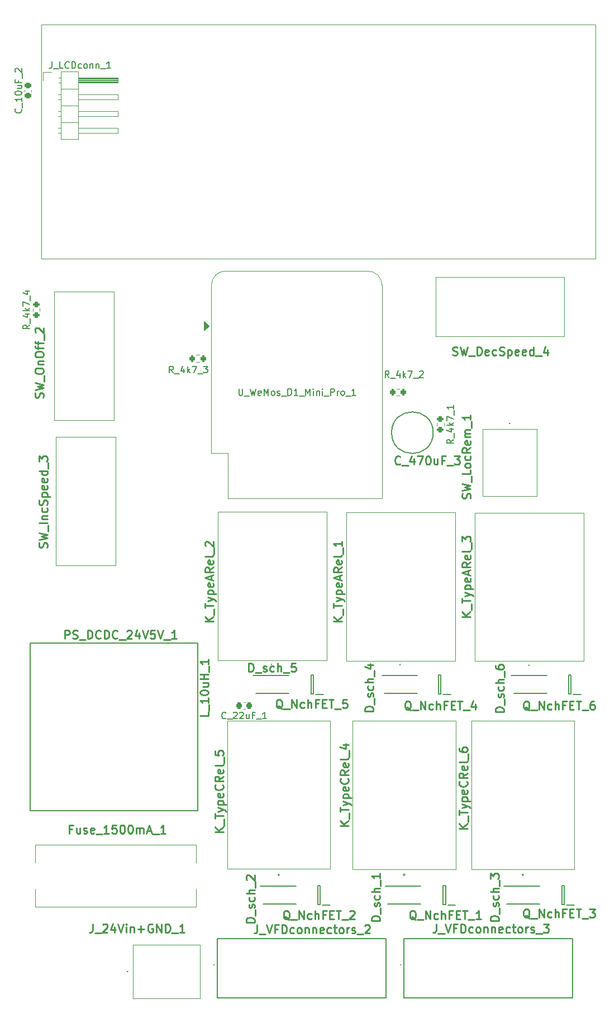
<source format=gto>
%TF.GenerationSoftware,KiCad,Pcbnew,8.0.6*%
%TF.CreationDate,2024-11-25T21:26:04+01:00*%
%TF.ProjectId,PCB,5043422e-6b69-4636-9164-5f7063625858,rev?*%
%TF.SameCoordinates,Original*%
%TF.FileFunction,Legend,Top*%
%TF.FilePolarity,Positive*%
%FSLAX46Y46*%
G04 Gerber Fmt 4.6, Leading zero omitted, Abs format (unit mm)*
G04 Created by KiCad (PCBNEW 8.0.6) date 2024-11-25 21:26:04*
%MOMM*%
%LPD*%
G01*
G04 APERTURE LIST*
G04 Aperture macros list*
%AMRoundRect*
0 Rectangle with rounded corners*
0 $1 Rounding radius*
0 $2 $3 $4 $5 $6 $7 $8 $9 X,Y pos of 4 corners*
0 Add a 4 corners polygon primitive as box body*
4,1,4,$2,$3,$4,$5,$6,$7,$8,$9,$2,$3,0*
0 Add four circle primitives for the rounded corners*
1,1,$1+$1,$2,$3*
1,1,$1+$1,$4,$5*
1,1,$1+$1,$6,$7*
1,1,$1+$1,$8,$9*
0 Add four rect primitives between the rounded corners*
20,1,$1+$1,$2,$3,$4,$5,0*
20,1,$1+$1,$4,$5,$6,$7,0*
20,1,$1+$1,$6,$7,$8,$9,0*
20,1,$1+$1,$8,$9,$2,$3,0*%
G04 Aperture macros list end*
%ADD10C,0.100000*%
%ADD11C,0.150000*%
%ADD12C,0.254000*%
%ADD13C,0.120000*%
%ADD14C,0.200000*%
%ADD15R,2.000000X2.000000*%
%ADD16O,2.000000X1.600000*%
%ADD17C,3.000000*%
%ADD18C,4.000000*%
%ADD19R,2.000000X1.550000*%
%ADD20R,1.500000X1.500000*%
%ADD21C,1.500000*%
%ADD22R,1.150000X0.600000*%
%ADD23C,2.250000*%
%ADD24RoundRect,0.200000X0.275000X-0.200000X0.275000X0.200000X-0.275000X0.200000X-0.275000X-0.200000X0*%
%ADD25R,1.950000X1.950000*%
%ADD26C,1.950000*%
%ADD27R,1.700000X1.700000*%
%ADD28O,1.700000X1.700000*%
%ADD29RoundRect,0.225000X0.250000X-0.225000X0.250000X0.225000X-0.250000X0.225000X-0.250000X-0.225000X0*%
%ADD30RoundRect,0.200000X-0.200000X-0.275000X0.200000X-0.275000X0.200000X0.275000X-0.200000X0.275000X0*%
%ADD31RoundRect,0.200000X-0.275000X0.200000X-0.275000X-0.200000X0.275000X-0.200000X0.275000X0.200000X0*%
%ADD32R,3.050000X1.520000*%
%ADD33RoundRect,0.200000X0.200000X0.275000X-0.200000X0.275000X-0.200000X-0.275000X0.200000X-0.275000X0*%
%ADD34RoundRect,0.225000X-0.225000X-0.250000X0.225000X-0.250000X0.225000X0.250000X-0.225000X0.250000X0*%
%ADD35R,1.100000X1.100000*%
%ADD36C,1.100000*%
%ADD37C,5.000000*%
G04 APERTURE END LIST*
D10*
X64000000Y-72000000D02*
X148000000Y-72000000D01*
X148000000Y-107500000D01*
X64000000Y-107500000D01*
X64000000Y-72000000D01*
D11*
X93951666Y-127204819D02*
X93951666Y-128014342D01*
X93951666Y-128014342D02*
X93999285Y-128109580D01*
X93999285Y-128109580D02*
X94046904Y-128157200D01*
X94046904Y-128157200D02*
X94142142Y-128204819D01*
X94142142Y-128204819D02*
X94332618Y-128204819D01*
X94332618Y-128204819D02*
X94427856Y-128157200D01*
X94427856Y-128157200D02*
X94475475Y-128109580D01*
X94475475Y-128109580D02*
X94523094Y-128014342D01*
X94523094Y-128014342D02*
X94523094Y-127204819D01*
X94761190Y-128300057D02*
X95523094Y-128300057D01*
X95665952Y-127204819D02*
X95904047Y-128204819D01*
X95904047Y-128204819D02*
X96094523Y-127490533D01*
X96094523Y-127490533D02*
X96284999Y-128204819D01*
X96284999Y-128204819D02*
X96523095Y-127204819D01*
X97284999Y-128157200D02*
X97189761Y-128204819D01*
X97189761Y-128204819D02*
X96999285Y-128204819D01*
X96999285Y-128204819D02*
X96904047Y-128157200D01*
X96904047Y-128157200D02*
X96856428Y-128061961D01*
X96856428Y-128061961D02*
X96856428Y-127681009D01*
X96856428Y-127681009D02*
X96904047Y-127585771D01*
X96904047Y-127585771D02*
X96999285Y-127538152D01*
X96999285Y-127538152D02*
X97189761Y-127538152D01*
X97189761Y-127538152D02*
X97284999Y-127585771D01*
X97284999Y-127585771D02*
X97332618Y-127681009D01*
X97332618Y-127681009D02*
X97332618Y-127776247D01*
X97332618Y-127776247D02*
X96856428Y-127871485D01*
X97761190Y-128204819D02*
X97761190Y-127204819D01*
X97761190Y-127204819D02*
X98094523Y-127919104D01*
X98094523Y-127919104D02*
X98427856Y-127204819D01*
X98427856Y-127204819D02*
X98427856Y-128204819D01*
X99046904Y-128204819D02*
X98951666Y-128157200D01*
X98951666Y-128157200D02*
X98904047Y-128109580D01*
X98904047Y-128109580D02*
X98856428Y-128014342D01*
X98856428Y-128014342D02*
X98856428Y-127728628D01*
X98856428Y-127728628D02*
X98904047Y-127633390D01*
X98904047Y-127633390D02*
X98951666Y-127585771D01*
X98951666Y-127585771D02*
X99046904Y-127538152D01*
X99046904Y-127538152D02*
X99189761Y-127538152D01*
X99189761Y-127538152D02*
X99284999Y-127585771D01*
X99284999Y-127585771D02*
X99332618Y-127633390D01*
X99332618Y-127633390D02*
X99380237Y-127728628D01*
X99380237Y-127728628D02*
X99380237Y-128014342D01*
X99380237Y-128014342D02*
X99332618Y-128109580D01*
X99332618Y-128109580D02*
X99284999Y-128157200D01*
X99284999Y-128157200D02*
X99189761Y-128204819D01*
X99189761Y-128204819D02*
X99046904Y-128204819D01*
X99761190Y-128157200D02*
X99856428Y-128204819D01*
X99856428Y-128204819D02*
X100046904Y-128204819D01*
X100046904Y-128204819D02*
X100142142Y-128157200D01*
X100142142Y-128157200D02*
X100189761Y-128061961D01*
X100189761Y-128061961D02*
X100189761Y-128014342D01*
X100189761Y-128014342D02*
X100142142Y-127919104D01*
X100142142Y-127919104D02*
X100046904Y-127871485D01*
X100046904Y-127871485D02*
X99904047Y-127871485D01*
X99904047Y-127871485D02*
X99808809Y-127823866D01*
X99808809Y-127823866D02*
X99761190Y-127728628D01*
X99761190Y-127728628D02*
X99761190Y-127681009D01*
X99761190Y-127681009D02*
X99808809Y-127585771D01*
X99808809Y-127585771D02*
X99904047Y-127538152D01*
X99904047Y-127538152D02*
X100046904Y-127538152D01*
X100046904Y-127538152D02*
X100142142Y-127585771D01*
X100380238Y-128300057D02*
X101142142Y-128300057D01*
X101380238Y-128204819D02*
X101380238Y-127204819D01*
X101380238Y-127204819D02*
X101618333Y-127204819D01*
X101618333Y-127204819D02*
X101761190Y-127252438D01*
X101761190Y-127252438D02*
X101856428Y-127347676D01*
X101856428Y-127347676D02*
X101904047Y-127442914D01*
X101904047Y-127442914D02*
X101951666Y-127633390D01*
X101951666Y-127633390D02*
X101951666Y-127776247D01*
X101951666Y-127776247D02*
X101904047Y-127966723D01*
X101904047Y-127966723D02*
X101856428Y-128061961D01*
X101856428Y-128061961D02*
X101761190Y-128157200D01*
X101761190Y-128157200D02*
X101618333Y-128204819D01*
X101618333Y-128204819D02*
X101380238Y-128204819D01*
X102904047Y-128204819D02*
X102332619Y-128204819D01*
X102618333Y-128204819D02*
X102618333Y-127204819D01*
X102618333Y-127204819D02*
X102523095Y-127347676D01*
X102523095Y-127347676D02*
X102427857Y-127442914D01*
X102427857Y-127442914D02*
X102332619Y-127490533D01*
X103094524Y-128300057D02*
X103856428Y-128300057D01*
X104094524Y-128204819D02*
X104094524Y-127204819D01*
X104094524Y-127204819D02*
X104427857Y-127919104D01*
X104427857Y-127919104D02*
X104761190Y-127204819D01*
X104761190Y-127204819D02*
X104761190Y-128204819D01*
X105237381Y-128204819D02*
X105237381Y-127538152D01*
X105237381Y-127204819D02*
X105189762Y-127252438D01*
X105189762Y-127252438D02*
X105237381Y-127300057D01*
X105237381Y-127300057D02*
X105285000Y-127252438D01*
X105285000Y-127252438D02*
X105237381Y-127204819D01*
X105237381Y-127204819D02*
X105237381Y-127300057D01*
X105713571Y-127538152D02*
X105713571Y-128204819D01*
X105713571Y-127633390D02*
X105761190Y-127585771D01*
X105761190Y-127585771D02*
X105856428Y-127538152D01*
X105856428Y-127538152D02*
X105999285Y-127538152D01*
X105999285Y-127538152D02*
X106094523Y-127585771D01*
X106094523Y-127585771D02*
X106142142Y-127681009D01*
X106142142Y-127681009D02*
X106142142Y-128204819D01*
X106618333Y-128204819D02*
X106618333Y-127538152D01*
X106618333Y-127204819D02*
X106570714Y-127252438D01*
X106570714Y-127252438D02*
X106618333Y-127300057D01*
X106618333Y-127300057D02*
X106665952Y-127252438D01*
X106665952Y-127252438D02*
X106618333Y-127204819D01*
X106618333Y-127204819D02*
X106618333Y-127300057D01*
X106856428Y-128300057D02*
X107618332Y-128300057D01*
X107856428Y-128204819D02*
X107856428Y-127204819D01*
X107856428Y-127204819D02*
X108237380Y-127204819D01*
X108237380Y-127204819D02*
X108332618Y-127252438D01*
X108332618Y-127252438D02*
X108380237Y-127300057D01*
X108380237Y-127300057D02*
X108427856Y-127395295D01*
X108427856Y-127395295D02*
X108427856Y-127538152D01*
X108427856Y-127538152D02*
X108380237Y-127633390D01*
X108380237Y-127633390D02*
X108332618Y-127681009D01*
X108332618Y-127681009D02*
X108237380Y-127728628D01*
X108237380Y-127728628D02*
X107856428Y-127728628D01*
X108856428Y-128204819D02*
X108856428Y-127538152D01*
X108856428Y-127728628D02*
X108904047Y-127633390D01*
X108904047Y-127633390D02*
X108951666Y-127585771D01*
X108951666Y-127585771D02*
X109046904Y-127538152D01*
X109046904Y-127538152D02*
X109142142Y-127538152D01*
X109618333Y-128204819D02*
X109523095Y-128157200D01*
X109523095Y-128157200D02*
X109475476Y-128109580D01*
X109475476Y-128109580D02*
X109427857Y-128014342D01*
X109427857Y-128014342D02*
X109427857Y-127728628D01*
X109427857Y-127728628D02*
X109475476Y-127633390D01*
X109475476Y-127633390D02*
X109523095Y-127585771D01*
X109523095Y-127585771D02*
X109618333Y-127538152D01*
X109618333Y-127538152D02*
X109761190Y-127538152D01*
X109761190Y-127538152D02*
X109856428Y-127585771D01*
X109856428Y-127585771D02*
X109904047Y-127633390D01*
X109904047Y-127633390D02*
X109951666Y-127728628D01*
X109951666Y-127728628D02*
X109951666Y-128014342D01*
X109951666Y-128014342D02*
X109904047Y-128109580D01*
X109904047Y-128109580D02*
X109856428Y-128157200D01*
X109856428Y-128157200D02*
X109761190Y-128204819D01*
X109761190Y-128204819D02*
X109618333Y-128204819D01*
X110142143Y-128300057D02*
X110904047Y-128300057D01*
X111665952Y-128204819D02*
X111094524Y-128204819D01*
X111380238Y-128204819D02*
X111380238Y-127204819D01*
X111380238Y-127204819D02*
X111285000Y-127347676D01*
X111285000Y-127347676D02*
X111189762Y-127442914D01*
X111189762Y-127442914D02*
X111094524Y-127490533D01*
D12*
X96324318Y-208037857D02*
X95054318Y-208037857D01*
X95054318Y-208037857D02*
X95054318Y-207735476D01*
X95054318Y-207735476D02*
X95114794Y-207554047D01*
X95114794Y-207554047D02*
X95235746Y-207433095D01*
X95235746Y-207433095D02*
X95356699Y-207372618D01*
X95356699Y-207372618D02*
X95598603Y-207312142D01*
X95598603Y-207312142D02*
X95780032Y-207312142D01*
X95780032Y-207312142D02*
X96021937Y-207372618D01*
X96021937Y-207372618D02*
X96142889Y-207433095D01*
X96142889Y-207433095D02*
X96263842Y-207554047D01*
X96263842Y-207554047D02*
X96324318Y-207735476D01*
X96324318Y-207735476D02*
X96324318Y-208037857D01*
X96445270Y-207070238D02*
X96445270Y-206102618D01*
X96263842Y-205860714D02*
X96324318Y-205739761D01*
X96324318Y-205739761D02*
X96324318Y-205497857D01*
X96324318Y-205497857D02*
X96263842Y-205376904D01*
X96263842Y-205376904D02*
X96142889Y-205316428D01*
X96142889Y-205316428D02*
X96082413Y-205316428D01*
X96082413Y-205316428D02*
X95961461Y-205376904D01*
X95961461Y-205376904D02*
X95900984Y-205497857D01*
X95900984Y-205497857D02*
X95900984Y-205679285D01*
X95900984Y-205679285D02*
X95840508Y-205800238D01*
X95840508Y-205800238D02*
X95719556Y-205860714D01*
X95719556Y-205860714D02*
X95659080Y-205860714D01*
X95659080Y-205860714D02*
X95538127Y-205800238D01*
X95538127Y-205800238D02*
X95477651Y-205679285D01*
X95477651Y-205679285D02*
X95477651Y-205497857D01*
X95477651Y-205497857D02*
X95538127Y-205376904D01*
X96263842Y-204227857D02*
X96324318Y-204348809D01*
X96324318Y-204348809D02*
X96324318Y-204590714D01*
X96324318Y-204590714D02*
X96263842Y-204711666D01*
X96263842Y-204711666D02*
X96203365Y-204772143D01*
X96203365Y-204772143D02*
X96082413Y-204832619D01*
X96082413Y-204832619D02*
X95719556Y-204832619D01*
X95719556Y-204832619D02*
X95598603Y-204772143D01*
X95598603Y-204772143D02*
X95538127Y-204711666D01*
X95538127Y-204711666D02*
X95477651Y-204590714D01*
X95477651Y-204590714D02*
X95477651Y-204348809D01*
X95477651Y-204348809D02*
X95538127Y-204227857D01*
X96324318Y-203683572D02*
X95054318Y-203683572D01*
X96324318Y-203139286D02*
X95659080Y-203139286D01*
X95659080Y-203139286D02*
X95538127Y-203199762D01*
X95538127Y-203199762D02*
X95477651Y-203320714D01*
X95477651Y-203320714D02*
X95477651Y-203502143D01*
X95477651Y-203502143D02*
X95538127Y-203623095D01*
X95538127Y-203623095D02*
X95598603Y-203683572D01*
X96445270Y-202836905D02*
X96445270Y-201869285D01*
X95175270Y-201627381D02*
X95114794Y-201566905D01*
X95114794Y-201566905D02*
X95054318Y-201445952D01*
X95054318Y-201445952D02*
X95054318Y-201143571D01*
X95054318Y-201143571D02*
X95114794Y-201022619D01*
X95114794Y-201022619D02*
X95175270Y-200962143D01*
X95175270Y-200962143D02*
X95296222Y-200901666D01*
X95296222Y-200901666D02*
X95417175Y-200901666D01*
X95417175Y-200901666D02*
X95598603Y-200962143D01*
X95598603Y-200962143D02*
X96324318Y-201687857D01*
X96324318Y-201687857D02*
X96324318Y-200901666D01*
X133324318Y-207787857D02*
X132054318Y-207787857D01*
X132054318Y-207787857D02*
X132054318Y-207485476D01*
X132054318Y-207485476D02*
X132114794Y-207304047D01*
X132114794Y-207304047D02*
X132235746Y-207183095D01*
X132235746Y-207183095D02*
X132356699Y-207122618D01*
X132356699Y-207122618D02*
X132598603Y-207062142D01*
X132598603Y-207062142D02*
X132780032Y-207062142D01*
X132780032Y-207062142D02*
X133021937Y-207122618D01*
X133021937Y-207122618D02*
X133142889Y-207183095D01*
X133142889Y-207183095D02*
X133263842Y-207304047D01*
X133263842Y-207304047D02*
X133324318Y-207485476D01*
X133324318Y-207485476D02*
X133324318Y-207787857D01*
X133445270Y-206820238D02*
X133445270Y-205852618D01*
X133263842Y-205610714D02*
X133324318Y-205489761D01*
X133324318Y-205489761D02*
X133324318Y-205247857D01*
X133324318Y-205247857D02*
X133263842Y-205126904D01*
X133263842Y-205126904D02*
X133142889Y-205066428D01*
X133142889Y-205066428D02*
X133082413Y-205066428D01*
X133082413Y-205066428D02*
X132961461Y-205126904D01*
X132961461Y-205126904D02*
X132900984Y-205247857D01*
X132900984Y-205247857D02*
X132900984Y-205429285D01*
X132900984Y-205429285D02*
X132840508Y-205550238D01*
X132840508Y-205550238D02*
X132719556Y-205610714D01*
X132719556Y-205610714D02*
X132659080Y-205610714D01*
X132659080Y-205610714D02*
X132538127Y-205550238D01*
X132538127Y-205550238D02*
X132477651Y-205429285D01*
X132477651Y-205429285D02*
X132477651Y-205247857D01*
X132477651Y-205247857D02*
X132538127Y-205126904D01*
X133263842Y-203977857D02*
X133324318Y-204098809D01*
X133324318Y-204098809D02*
X133324318Y-204340714D01*
X133324318Y-204340714D02*
X133263842Y-204461666D01*
X133263842Y-204461666D02*
X133203365Y-204522143D01*
X133203365Y-204522143D02*
X133082413Y-204582619D01*
X133082413Y-204582619D02*
X132719556Y-204582619D01*
X132719556Y-204582619D02*
X132598603Y-204522143D01*
X132598603Y-204522143D02*
X132538127Y-204461666D01*
X132538127Y-204461666D02*
X132477651Y-204340714D01*
X132477651Y-204340714D02*
X132477651Y-204098809D01*
X132477651Y-204098809D02*
X132538127Y-203977857D01*
X133324318Y-203433572D02*
X132054318Y-203433572D01*
X133324318Y-202889286D02*
X132659080Y-202889286D01*
X132659080Y-202889286D02*
X132538127Y-202949762D01*
X132538127Y-202949762D02*
X132477651Y-203070714D01*
X132477651Y-203070714D02*
X132477651Y-203252143D01*
X132477651Y-203252143D02*
X132538127Y-203373095D01*
X132538127Y-203373095D02*
X132598603Y-203433572D01*
X133445270Y-202586905D02*
X133445270Y-201619285D01*
X132054318Y-201437857D02*
X132054318Y-200651666D01*
X132054318Y-200651666D02*
X132538127Y-201075000D01*
X132538127Y-201075000D02*
X132538127Y-200893571D01*
X132538127Y-200893571D02*
X132598603Y-200772619D01*
X132598603Y-200772619D02*
X132659080Y-200712143D01*
X132659080Y-200712143D02*
X132780032Y-200651666D01*
X132780032Y-200651666D02*
X133082413Y-200651666D01*
X133082413Y-200651666D02*
X133203365Y-200712143D01*
X133203365Y-200712143D02*
X133263842Y-200772619D01*
X133263842Y-200772619D02*
X133324318Y-200893571D01*
X133324318Y-200893571D02*
X133324318Y-201256428D01*
X133324318Y-201256428D02*
X133263842Y-201377381D01*
X133263842Y-201377381D02*
X133203365Y-201437857D01*
X67563571Y-165074318D02*
X67563571Y-163804318D01*
X67563571Y-163804318D02*
X68047381Y-163804318D01*
X68047381Y-163804318D02*
X68168333Y-163864794D01*
X68168333Y-163864794D02*
X68228810Y-163925270D01*
X68228810Y-163925270D02*
X68289286Y-164046222D01*
X68289286Y-164046222D02*
X68289286Y-164227651D01*
X68289286Y-164227651D02*
X68228810Y-164348603D01*
X68228810Y-164348603D02*
X68168333Y-164409080D01*
X68168333Y-164409080D02*
X68047381Y-164469556D01*
X68047381Y-164469556D02*
X67563571Y-164469556D01*
X68773095Y-165013842D02*
X68954524Y-165074318D01*
X68954524Y-165074318D02*
X69256905Y-165074318D01*
X69256905Y-165074318D02*
X69377857Y-165013842D01*
X69377857Y-165013842D02*
X69438333Y-164953365D01*
X69438333Y-164953365D02*
X69498810Y-164832413D01*
X69498810Y-164832413D02*
X69498810Y-164711461D01*
X69498810Y-164711461D02*
X69438333Y-164590508D01*
X69438333Y-164590508D02*
X69377857Y-164530032D01*
X69377857Y-164530032D02*
X69256905Y-164469556D01*
X69256905Y-164469556D02*
X69015000Y-164409080D01*
X69015000Y-164409080D02*
X68894048Y-164348603D01*
X68894048Y-164348603D02*
X68833571Y-164288127D01*
X68833571Y-164288127D02*
X68773095Y-164167175D01*
X68773095Y-164167175D02*
X68773095Y-164046222D01*
X68773095Y-164046222D02*
X68833571Y-163925270D01*
X68833571Y-163925270D02*
X68894048Y-163864794D01*
X68894048Y-163864794D02*
X69015000Y-163804318D01*
X69015000Y-163804318D02*
X69317381Y-163804318D01*
X69317381Y-163804318D02*
X69498810Y-163864794D01*
X69740715Y-165195270D02*
X70708334Y-165195270D01*
X71010714Y-165074318D02*
X71010714Y-163804318D01*
X71010714Y-163804318D02*
X71313095Y-163804318D01*
X71313095Y-163804318D02*
X71494524Y-163864794D01*
X71494524Y-163864794D02*
X71615476Y-163985746D01*
X71615476Y-163985746D02*
X71675953Y-164106699D01*
X71675953Y-164106699D02*
X71736429Y-164348603D01*
X71736429Y-164348603D02*
X71736429Y-164530032D01*
X71736429Y-164530032D02*
X71675953Y-164771937D01*
X71675953Y-164771937D02*
X71615476Y-164892889D01*
X71615476Y-164892889D02*
X71494524Y-165013842D01*
X71494524Y-165013842D02*
X71313095Y-165074318D01*
X71313095Y-165074318D02*
X71010714Y-165074318D01*
X73006429Y-164953365D02*
X72945953Y-165013842D01*
X72945953Y-165013842D02*
X72764524Y-165074318D01*
X72764524Y-165074318D02*
X72643572Y-165074318D01*
X72643572Y-165074318D02*
X72462143Y-165013842D01*
X72462143Y-165013842D02*
X72341191Y-164892889D01*
X72341191Y-164892889D02*
X72280714Y-164771937D01*
X72280714Y-164771937D02*
X72220238Y-164530032D01*
X72220238Y-164530032D02*
X72220238Y-164348603D01*
X72220238Y-164348603D02*
X72280714Y-164106699D01*
X72280714Y-164106699D02*
X72341191Y-163985746D01*
X72341191Y-163985746D02*
X72462143Y-163864794D01*
X72462143Y-163864794D02*
X72643572Y-163804318D01*
X72643572Y-163804318D02*
X72764524Y-163804318D01*
X72764524Y-163804318D02*
X72945953Y-163864794D01*
X72945953Y-163864794D02*
X73006429Y-163925270D01*
X73550714Y-165074318D02*
X73550714Y-163804318D01*
X73550714Y-163804318D02*
X73853095Y-163804318D01*
X73853095Y-163804318D02*
X74034524Y-163864794D01*
X74034524Y-163864794D02*
X74155476Y-163985746D01*
X74155476Y-163985746D02*
X74215953Y-164106699D01*
X74215953Y-164106699D02*
X74276429Y-164348603D01*
X74276429Y-164348603D02*
X74276429Y-164530032D01*
X74276429Y-164530032D02*
X74215953Y-164771937D01*
X74215953Y-164771937D02*
X74155476Y-164892889D01*
X74155476Y-164892889D02*
X74034524Y-165013842D01*
X74034524Y-165013842D02*
X73853095Y-165074318D01*
X73853095Y-165074318D02*
X73550714Y-165074318D01*
X75546429Y-164953365D02*
X75485953Y-165013842D01*
X75485953Y-165013842D02*
X75304524Y-165074318D01*
X75304524Y-165074318D02*
X75183572Y-165074318D01*
X75183572Y-165074318D02*
X75002143Y-165013842D01*
X75002143Y-165013842D02*
X74881191Y-164892889D01*
X74881191Y-164892889D02*
X74820714Y-164771937D01*
X74820714Y-164771937D02*
X74760238Y-164530032D01*
X74760238Y-164530032D02*
X74760238Y-164348603D01*
X74760238Y-164348603D02*
X74820714Y-164106699D01*
X74820714Y-164106699D02*
X74881191Y-163985746D01*
X74881191Y-163985746D02*
X75002143Y-163864794D01*
X75002143Y-163864794D02*
X75183572Y-163804318D01*
X75183572Y-163804318D02*
X75304524Y-163804318D01*
X75304524Y-163804318D02*
X75485953Y-163864794D01*
X75485953Y-163864794D02*
X75546429Y-163925270D01*
X75788334Y-165195270D02*
X76755953Y-165195270D01*
X76997857Y-163925270D02*
X77058333Y-163864794D01*
X77058333Y-163864794D02*
X77179286Y-163804318D01*
X77179286Y-163804318D02*
X77481667Y-163804318D01*
X77481667Y-163804318D02*
X77602619Y-163864794D01*
X77602619Y-163864794D02*
X77663095Y-163925270D01*
X77663095Y-163925270D02*
X77723572Y-164046222D01*
X77723572Y-164046222D02*
X77723572Y-164167175D01*
X77723572Y-164167175D02*
X77663095Y-164348603D01*
X77663095Y-164348603D02*
X76937381Y-165074318D01*
X76937381Y-165074318D02*
X77723572Y-165074318D01*
X78812143Y-164227651D02*
X78812143Y-165074318D01*
X78509762Y-163743842D02*
X78207381Y-164650984D01*
X78207381Y-164650984D02*
X78993572Y-164650984D01*
X79295953Y-163804318D02*
X79719286Y-165074318D01*
X79719286Y-165074318D02*
X80142620Y-163804318D01*
X81170714Y-163804318D02*
X80565952Y-163804318D01*
X80565952Y-163804318D02*
X80505476Y-164409080D01*
X80505476Y-164409080D02*
X80565952Y-164348603D01*
X80565952Y-164348603D02*
X80686905Y-164288127D01*
X80686905Y-164288127D02*
X80989286Y-164288127D01*
X80989286Y-164288127D02*
X81110238Y-164348603D01*
X81110238Y-164348603D02*
X81170714Y-164409080D01*
X81170714Y-164409080D02*
X81231191Y-164530032D01*
X81231191Y-164530032D02*
X81231191Y-164832413D01*
X81231191Y-164832413D02*
X81170714Y-164953365D01*
X81170714Y-164953365D02*
X81110238Y-165013842D01*
X81110238Y-165013842D02*
X80989286Y-165074318D01*
X80989286Y-165074318D02*
X80686905Y-165074318D01*
X80686905Y-165074318D02*
X80565952Y-165013842D01*
X80565952Y-165013842D02*
X80505476Y-164953365D01*
X81594048Y-163804318D02*
X82017381Y-165074318D01*
X82017381Y-165074318D02*
X82440715Y-163804318D01*
X82561667Y-165195270D02*
X83529286Y-165195270D01*
X84496905Y-165074318D02*
X83771190Y-165074318D01*
X84134047Y-165074318D02*
X84134047Y-163804318D01*
X84134047Y-163804318D02*
X84013095Y-163985746D01*
X84013095Y-163985746D02*
X83892143Y-164106699D01*
X83892143Y-164106699D02*
X83771190Y-164167175D01*
X95462142Y-170074318D02*
X95462142Y-168804318D01*
X95462142Y-168804318D02*
X95764523Y-168804318D01*
X95764523Y-168804318D02*
X95945952Y-168864794D01*
X95945952Y-168864794D02*
X96066904Y-168985746D01*
X96066904Y-168985746D02*
X96127381Y-169106699D01*
X96127381Y-169106699D02*
X96187857Y-169348603D01*
X96187857Y-169348603D02*
X96187857Y-169530032D01*
X96187857Y-169530032D02*
X96127381Y-169771937D01*
X96127381Y-169771937D02*
X96066904Y-169892889D01*
X96066904Y-169892889D02*
X95945952Y-170013842D01*
X95945952Y-170013842D02*
X95764523Y-170074318D01*
X95764523Y-170074318D02*
X95462142Y-170074318D01*
X96429762Y-170195270D02*
X97397381Y-170195270D01*
X97639285Y-170013842D02*
X97760238Y-170074318D01*
X97760238Y-170074318D02*
X98002142Y-170074318D01*
X98002142Y-170074318D02*
X98123095Y-170013842D01*
X98123095Y-170013842D02*
X98183571Y-169892889D01*
X98183571Y-169892889D02*
X98183571Y-169832413D01*
X98183571Y-169832413D02*
X98123095Y-169711461D01*
X98123095Y-169711461D02*
X98002142Y-169650984D01*
X98002142Y-169650984D02*
X97820714Y-169650984D01*
X97820714Y-169650984D02*
X97699761Y-169590508D01*
X97699761Y-169590508D02*
X97639285Y-169469556D01*
X97639285Y-169469556D02*
X97639285Y-169409080D01*
X97639285Y-169409080D02*
X97699761Y-169288127D01*
X97699761Y-169288127D02*
X97820714Y-169227651D01*
X97820714Y-169227651D02*
X98002142Y-169227651D01*
X98002142Y-169227651D02*
X98123095Y-169288127D01*
X99272142Y-170013842D02*
X99151190Y-170074318D01*
X99151190Y-170074318D02*
X98909285Y-170074318D01*
X98909285Y-170074318D02*
X98788333Y-170013842D01*
X98788333Y-170013842D02*
X98727856Y-169953365D01*
X98727856Y-169953365D02*
X98667380Y-169832413D01*
X98667380Y-169832413D02*
X98667380Y-169469556D01*
X98667380Y-169469556D02*
X98727856Y-169348603D01*
X98727856Y-169348603D02*
X98788333Y-169288127D01*
X98788333Y-169288127D02*
X98909285Y-169227651D01*
X98909285Y-169227651D02*
X99151190Y-169227651D01*
X99151190Y-169227651D02*
X99272142Y-169288127D01*
X99816427Y-170074318D02*
X99816427Y-168804318D01*
X100360713Y-170074318D02*
X100360713Y-169409080D01*
X100360713Y-169409080D02*
X100300237Y-169288127D01*
X100300237Y-169288127D02*
X100179285Y-169227651D01*
X100179285Y-169227651D02*
X99997856Y-169227651D01*
X99997856Y-169227651D02*
X99876904Y-169288127D01*
X99876904Y-169288127D02*
X99816427Y-169348603D01*
X100663095Y-170195270D02*
X101630714Y-170195270D01*
X102537856Y-168804318D02*
X101933094Y-168804318D01*
X101933094Y-168804318D02*
X101872618Y-169409080D01*
X101872618Y-169409080D02*
X101933094Y-169348603D01*
X101933094Y-169348603D02*
X102054047Y-169288127D01*
X102054047Y-169288127D02*
X102356428Y-169288127D01*
X102356428Y-169288127D02*
X102477380Y-169348603D01*
X102477380Y-169348603D02*
X102537856Y-169409080D01*
X102537856Y-169409080D02*
X102598333Y-169530032D01*
X102598333Y-169530032D02*
X102598333Y-169832413D01*
X102598333Y-169832413D02*
X102537856Y-169953365D01*
X102537856Y-169953365D02*
X102477380Y-170013842D01*
X102477380Y-170013842D02*
X102356428Y-170074318D01*
X102356428Y-170074318D02*
X102054047Y-170074318D01*
X102054047Y-170074318D02*
X101933094Y-170013842D01*
X101933094Y-170013842D02*
X101872618Y-169953365D01*
X115324318Y-207787857D02*
X114054318Y-207787857D01*
X114054318Y-207787857D02*
X114054318Y-207485476D01*
X114054318Y-207485476D02*
X114114794Y-207304047D01*
X114114794Y-207304047D02*
X114235746Y-207183095D01*
X114235746Y-207183095D02*
X114356699Y-207122618D01*
X114356699Y-207122618D02*
X114598603Y-207062142D01*
X114598603Y-207062142D02*
X114780032Y-207062142D01*
X114780032Y-207062142D02*
X115021937Y-207122618D01*
X115021937Y-207122618D02*
X115142889Y-207183095D01*
X115142889Y-207183095D02*
X115263842Y-207304047D01*
X115263842Y-207304047D02*
X115324318Y-207485476D01*
X115324318Y-207485476D02*
X115324318Y-207787857D01*
X115445270Y-206820238D02*
X115445270Y-205852618D01*
X115263842Y-205610714D02*
X115324318Y-205489761D01*
X115324318Y-205489761D02*
X115324318Y-205247857D01*
X115324318Y-205247857D02*
X115263842Y-205126904D01*
X115263842Y-205126904D02*
X115142889Y-205066428D01*
X115142889Y-205066428D02*
X115082413Y-205066428D01*
X115082413Y-205066428D02*
X114961461Y-205126904D01*
X114961461Y-205126904D02*
X114900984Y-205247857D01*
X114900984Y-205247857D02*
X114900984Y-205429285D01*
X114900984Y-205429285D02*
X114840508Y-205550238D01*
X114840508Y-205550238D02*
X114719556Y-205610714D01*
X114719556Y-205610714D02*
X114659080Y-205610714D01*
X114659080Y-205610714D02*
X114538127Y-205550238D01*
X114538127Y-205550238D02*
X114477651Y-205429285D01*
X114477651Y-205429285D02*
X114477651Y-205247857D01*
X114477651Y-205247857D02*
X114538127Y-205126904D01*
X115263842Y-203977857D02*
X115324318Y-204098809D01*
X115324318Y-204098809D02*
X115324318Y-204340714D01*
X115324318Y-204340714D02*
X115263842Y-204461666D01*
X115263842Y-204461666D02*
X115203365Y-204522143D01*
X115203365Y-204522143D02*
X115082413Y-204582619D01*
X115082413Y-204582619D02*
X114719556Y-204582619D01*
X114719556Y-204582619D02*
X114598603Y-204522143D01*
X114598603Y-204522143D02*
X114538127Y-204461666D01*
X114538127Y-204461666D02*
X114477651Y-204340714D01*
X114477651Y-204340714D02*
X114477651Y-204098809D01*
X114477651Y-204098809D02*
X114538127Y-203977857D01*
X115324318Y-203433572D02*
X114054318Y-203433572D01*
X115324318Y-202889286D02*
X114659080Y-202889286D01*
X114659080Y-202889286D02*
X114538127Y-202949762D01*
X114538127Y-202949762D02*
X114477651Y-203070714D01*
X114477651Y-203070714D02*
X114477651Y-203252143D01*
X114477651Y-203252143D02*
X114538127Y-203373095D01*
X114538127Y-203373095D02*
X114598603Y-203433572D01*
X115445270Y-202586905D02*
X115445270Y-201619285D01*
X115324318Y-200651666D02*
X115324318Y-201377381D01*
X115324318Y-201014524D02*
X114054318Y-201014524D01*
X114054318Y-201014524D02*
X114235746Y-201135476D01*
X114235746Y-201135476D02*
X114356699Y-201256428D01*
X114356699Y-201256428D02*
X114417175Y-201377381D01*
X138024762Y-175945270D02*
X137903810Y-175884794D01*
X137903810Y-175884794D02*
X137782857Y-175763842D01*
X137782857Y-175763842D02*
X137601429Y-175582413D01*
X137601429Y-175582413D02*
X137480476Y-175521937D01*
X137480476Y-175521937D02*
X137359524Y-175521937D01*
X137420000Y-175824318D02*
X137299048Y-175763842D01*
X137299048Y-175763842D02*
X137178095Y-175642889D01*
X137178095Y-175642889D02*
X137117619Y-175400984D01*
X137117619Y-175400984D02*
X137117619Y-174977651D01*
X137117619Y-174977651D02*
X137178095Y-174735746D01*
X137178095Y-174735746D02*
X137299048Y-174614794D01*
X137299048Y-174614794D02*
X137420000Y-174554318D01*
X137420000Y-174554318D02*
X137661905Y-174554318D01*
X137661905Y-174554318D02*
X137782857Y-174614794D01*
X137782857Y-174614794D02*
X137903810Y-174735746D01*
X137903810Y-174735746D02*
X137964286Y-174977651D01*
X137964286Y-174977651D02*
X137964286Y-175400984D01*
X137964286Y-175400984D02*
X137903810Y-175642889D01*
X137903810Y-175642889D02*
X137782857Y-175763842D01*
X137782857Y-175763842D02*
X137661905Y-175824318D01*
X137661905Y-175824318D02*
X137420000Y-175824318D01*
X138206191Y-175945270D02*
X139173810Y-175945270D01*
X139476190Y-175824318D02*
X139476190Y-174554318D01*
X139476190Y-174554318D02*
X140201905Y-175824318D01*
X140201905Y-175824318D02*
X140201905Y-174554318D01*
X141350952Y-175763842D02*
X141230000Y-175824318D01*
X141230000Y-175824318D02*
X140988095Y-175824318D01*
X140988095Y-175824318D02*
X140867143Y-175763842D01*
X140867143Y-175763842D02*
X140806666Y-175703365D01*
X140806666Y-175703365D02*
X140746190Y-175582413D01*
X140746190Y-175582413D02*
X140746190Y-175219556D01*
X140746190Y-175219556D02*
X140806666Y-175098603D01*
X140806666Y-175098603D02*
X140867143Y-175038127D01*
X140867143Y-175038127D02*
X140988095Y-174977651D01*
X140988095Y-174977651D02*
X141230000Y-174977651D01*
X141230000Y-174977651D02*
X141350952Y-175038127D01*
X141895237Y-175824318D02*
X141895237Y-174554318D01*
X142439523Y-175824318D02*
X142439523Y-175159080D01*
X142439523Y-175159080D02*
X142379047Y-175038127D01*
X142379047Y-175038127D02*
X142258095Y-174977651D01*
X142258095Y-174977651D02*
X142076666Y-174977651D01*
X142076666Y-174977651D02*
X141955714Y-175038127D01*
X141955714Y-175038127D02*
X141895237Y-175098603D01*
X143467619Y-175159080D02*
X143044285Y-175159080D01*
X143044285Y-175824318D02*
X143044285Y-174554318D01*
X143044285Y-174554318D02*
X143649047Y-174554318D01*
X144132856Y-175159080D02*
X144556190Y-175159080D01*
X144737618Y-175824318D02*
X144132856Y-175824318D01*
X144132856Y-175824318D02*
X144132856Y-174554318D01*
X144132856Y-174554318D02*
X144737618Y-174554318D01*
X145100476Y-174554318D02*
X145826190Y-174554318D01*
X145463333Y-175824318D02*
X145463333Y-174554318D01*
X145947143Y-175945270D02*
X146914762Y-175945270D01*
X147761428Y-174554318D02*
X147519523Y-174554318D01*
X147519523Y-174554318D02*
X147398571Y-174614794D01*
X147398571Y-174614794D02*
X147338095Y-174675270D01*
X147338095Y-174675270D02*
X147217142Y-174856699D01*
X147217142Y-174856699D02*
X147156666Y-175098603D01*
X147156666Y-175098603D02*
X147156666Y-175582413D01*
X147156666Y-175582413D02*
X147217142Y-175703365D01*
X147217142Y-175703365D02*
X147277619Y-175763842D01*
X147277619Y-175763842D02*
X147398571Y-175824318D01*
X147398571Y-175824318D02*
X147640476Y-175824318D01*
X147640476Y-175824318D02*
X147761428Y-175763842D01*
X147761428Y-175763842D02*
X147821904Y-175703365D01*
X147821904Y-175703365D02*
X147882381Y-175582413D01*
X147882381Y-175582413D02*
X147882381Y-175280032D01*
X147882381Y-175280032D02*
X147821904Y-175159080D01*
X147821904Y-175159080D02*
X147761428Y-175098603D01*
X147761428Y-175098603D02*
X147640476Y-175038127D01*
X147640476Y-175038127D02*
X147398571Y-175038127D01*
X147398571Y-175038127D02*
X147277619Y-175098603D01*
X147277619Y-175098603D02*
X147217142Y-175159080D01*
X147217142Y-175159080D02*
X147156666Y-175280032D01*
X91574318Y-194363333D02*
X90304318Y-194363333D01*
X91574318Y-193637618D02*
X90848603Y-194181904D01*
X90304318Y-193637618D02*
X91030032Y-194363333D01*
X91695270Y-193395714D02*
X91695270Y-192428094D01*
X90304318Y-192307142D02*
X90304318Y-191581428D01*
X91574318Y-191944285D02*
X90304318Y-191944285D01*
X90727651Y-191279047D02*
X91574318Y-190976666D01*
X90727651Y-190674285D02*
X91574318Y-190976666D01*
X91574318Y-190976666D02*
X91876699Y-191097618D01*
X91876699Y-191097618D02*
X91937175Y-191158095D01*
X91937175Y-191158095D02*
X91997651Y-191279047D01*
X90727651Y-190190476D02*
X91997651Y-190190476D01*
X90788127Y-190190476D02*
X90727651Y-190069523D01*
X90727651Y-190069523D02*
X90727651Y-189827618D01*
X90727651Y-189827618D02*
X90788127Y-189706666D01*
X90788127Y-189706666D02*
X90848603Y-189646190D01*
X90848603Y-189646190D02*
X90969556Y-189585714D01*
X90969556Y-189585714D02*
X91332413Y-189585714D01*
X91332413Y-189585714D02*
X91453365Y-189646190D01*
X91453365Y-189646190D02*
X91513842Y-189706666D01*
X91513842Y-189706666D02*
X91574318Y-189827618D01*
X91574318Y-189827618D02*
X91574318Y-190069523D01*
X91574318Y-190069523D02*
X91513842Y-190190476D01*
X91513842Y-188557618D02*
X91574318Y-188678570D01*
X91574318Y-188678570D02*
X91574318Y-188920475D01*
X91574318Y-188920475D02*
X91513842Y-189041428D01*
X91513842Y-189041428D02*
X91392889Y-189101904D01*
X91392889Y-189101904D02*
X90909080Y-189101904D01*
X90909080Y-189101904D02*
X90788127Y-189041428D01*
X90788127Y-189041428D02*
X90727651Y-188920475D01*
X90727651Y-188920475D02*
X90727651Y-188678570D01*
X90727651Y-188678570D02*
X90788127Y-188557618D01*
X90788127Y-188557618D02*
X90909080Y-188497142D01*
X90909080Y-188497142D02*
X91030032Y-188497142D01*
X91030032Y-188497142D02*
X91150984Y-189101904D01*
X91453365Y-187227142D02*
X91513842Y-187287618D01*
X91513842Y-187287618D02*
X91574318Y-187469047D01*
X91574318Y-187469047D02*
X91574318Y-187589999D01*
X91574318Y-187589999D02*
X91513842Y-187771428D01*
X91513842Y-187771428D02*
X91392889Y-187892380D01*
X91392889Y-187892380D02*
X91271937Y-187952857D01*
X91271937Y-187952857D02*
X91030032Y-188013333D01*
X91030032Y-188013333D02*
X90848603Y-188013333D01*
X90848603Y-188013333D02*
X90606699Y-187952857D01*
X90606699Y-187952857D02*
X90485746Y-187892380D01*
X90485746Y-187892380D02*
X90364794Y-187771428D01*
X90364794Y-187771428D02*
X90304318Y-187589999D01*
X90304318Y-187589999D02*
X90304318Y-187469047D01*
X90304318Y-187469047D02*
X90364794Y-187287618D01*
X90364794Y-187287618D02*
X90425270Y-187227142D01*
X91574318Y-185957142D02*
X90969556Y-186380476D01*
X91574318Y-186682857D02*
X90304318Y-186682857D01*
X90304318Y-186682857D02*
X90304318Y-186199047D01*
X90304318Y-186199047D02*
X90364794Y-186078095D01*
X90364794Y-186078095D02*
X90425270Y-186017618D01*
X90425270Y-186017618D02*
X90546222Y-185957142D01*
X90546222Y-185957142D02*
X90727651Y-185957142D01*
X90727651Y-185957142D02*
X90848603Y-186017618D01*
X90848603Y-186017618D02*
X90909080Y-186078095D01*
X90909080Y-186078095D02*
X90969556Y-186199047D01*
X90969556Y-186199047D02*
X90969556Y-186682857D01*
X91513842Y-184929047D02*
X91574318Y-185049999D01*
X91574318Y-185049999D02*
X91574318Y-185291904D01*
X91574318Y-185291904D02*
X91513842Y-185412857D01*
X91513842Y-185412857D02*
X91392889Y-185473333D01*
X91392889Y-185473333D02*
X90909080Y-185473333D01*
X90909080Y-185473333D02*
X90788127Y-185412857D01*
X90788127Y-185412857D02*
X90727651Y-185291904D01*
X90727651Y-185291904D02*
X90727651Y-185049999D01*
X90727651Y-185049999D02*
X90788127Y-184929047D01*
X90788127Y-184929047D02*
X90909080Y-184868571D01*
X90909080Y-184868571D02*
X91030032Y-184868571D01*
X91030032Y-184868571D02*
X91150984Y-185473333D01*
X91574318Y-184142857D02*
X91513842Y-184263809D01*
X91513842Y-184263809D02*
X91392889Y-184324286D01*
X91392889Y-184324286D02*
X90304318Y-184324286D01*
X91695270Y-183961429D02*
X91695270Y-182993809D01*
X90304318Y-182086667D02*
X90304318Y-182691429D01*
X90304318Y-182691429D02*
X90909080Y-182751905D01*
X90909080Y-182751905D02*
X90848603Y-182691429D01*
X90848603Y-182691429D02*
X90788127Y-182570476D01*
X90788127Y-182570476D02*
X90788127Y-182268095D01*
X90788127Y-182268095D02*
X90848603Y-182147143D01*
X90848603Y-182147143D02*
X90909080Y-182086667D01*
X90909080Y-182086667D02*
X91030032Y-182026190D01*
X91030032Y-182026190D02*
X91332413Y-182026190D01*
X91332413Y-182026190D02*
X91453365Y-182086667D01*
X91453365Y-182086667D02*
X91513842Y-182147143D01*
X91513842Y-182147143D02*
X91574318Y-182268095D01*
X91574318Y-182268095D02*
X91574318Y-182570476D01*
X91574318Y-182570476D02*
X91513842Y-182691429D01*
X91513842Y-182691429D02*
X91453365Y-182751905D01*
D11*
X126454819Y-134895714D02*
X125978628Y-135229047D01*
X126454819Y-135467142D02*
X125454819Y-135467142D01*
X125454819Y-135467142D02*
X125454819Y-135086190D01*
X125454819Y-135086190D02*
X125502438Y-134990952D01*
X125502438Y-134990952D02*
X125550057Y-134943333D01*
X125550057Y-134943333D02*
X125645295Y-134895714D01*
X125645295Y-134895714D02*
X125788152Y-134895714D01*
X125788152Y-134895714D02*
X125883390Y-134943333D01*
X125883390Y-134943333D02*
X125931009Y-134990952D01*
X125931009Y-134990952D02*
X125978628Y-135086190D01*
X125978628Y-135086190D02*
X125978628Y-135467142D01*
X126550057Y-134705238D02*
X126550057Y-133943333D01*
X125788152Y-133276666D02*
X126454819Y-133276666D01*
X125407200Y-133514761D02*
X126121485Y-133752856D01*
X126121485Y-133752856D02*
X126121485Y-133133809D01*
X126454819Y-132752856D02*
X125454819Y-132752856D01*
X126073866Y-132657618D02*
X126454819Y-132371904D01*
X125788152Y-132371904D02*
X126169104Y-132752856D01*
X125454819Y-132038570D02*
X125454819Y-131371904D01*
X125454819Y-131371904D02*
X126454819Y-131800475D01*
X126550057Y-131229047D02*
X126550057Y-130467142D01*
X126454819Y-129705237D02*
X126454819Y-130276665D01*
X126454819Y-129990951D02*
X125454819Y-129990951D01*
X125454819Y-129990951D02*
X125597676Y-130086189D01*
X125597676Y-130086189D02*
X125692914Y-130181427D01*
X125692914Y-130181427D02*
X125740533Y-130276665D01*
D12*
X71806905Y-208304318D02*
X71806905Y-209211461D01*
X71806905Y-209211461D02*
X71746428Y-209392889D01*
X71746428Y-209392889D02*
X71625476Y-209513842D01*
X71625476Y-209513842D02*
X71444047Y-209574318D01*
X71444047Y-209574318D02*
X71323095Y-209574318D01*
X72109286Y-209695270D02*
X73076905Y-209695270D01*
X73318809Y-208425270D02*
X73379285Y-208364794D01*
X73379285Y-208364794D02*
X73500238Y-208304318D01*
X73500238Y-208304318D02*
X73802619Y-208304318D01*
X73802619Y-208304318D02*
X73923571Y-208364794D01*
X73923571Y-208364794D02*
X73984047Y-208425270D01*
X73984047Y-208425270D02*
X74044524Y-208546222D01*
X74044524Y-208546222D02*
X74044524Y-208667175D01*
X74044524Y-208667175D02*
X73984047Y-208848603D01*
X73984047Y-208848603D02*
X73258333Y-209574318D01*
X73258333Y-209574318D02*
X74044524Y-209574318D01*
X75133095Y-208727651D02*
X75133095Y-209574318D01*
X74830714Y-208243842D02*
X74528333Y-209150984D01*
X74528333Y-209150984D02*
X75314524Y-209150984D01*
X75616905Y-208304318D02*
X76040238Y-209574318D01*
X76040238Y-209574318D02*
X76463572Y-208304318D01*
X76886904Y-209574318D02*
X76886904Y-208727651D01*
X76886904Y-208304318D02*
X76826428Y-208364794D01*
X76826428Y-208364794D02*
X76886904Y-208425270D01*
X76886904Y-208425270D02*
X76947381Y-208364794D01*
X76947381Y-208364794D02*
X76886904Y-208304318D01*
X76886904Y-208304318D02*
X76886904Y-208425270D01*
X77491666Y-208727651D02*
X77491666Y-209574318D01*
X77491666Y-208848603D02*
X77552143Y-208788127D01*
X77552143Y-208788127D02*
X77673095Y-208727651D01*
X77673095Y-208727651D02*
X77854524Y-208727651D01*
X77854524Y-208727651D02*
X77975476Y-208788127D01*
X77975476Y-208788127D02*
X78035952Y-208909080D01*
X78035952Y-208909080D02*
X78035952Y-209574318D01*
X78640714Y-209090508D02*
X79608334Y-209090508D01*
X79124524Y-209574318D02*
X79124524Y-208606699D01*
X80878334Y-208364794D02*
X80757381Y-208304318D01*
X80757381Y-208304318D02*
X80575953Y-208304318D01*
X80575953Y-208304318D02*
X80394524Y-208364794D01*
X80394524Y-208364794D02*
X80273572Y-208485746D01*
X80273572Y-208485746D02*
X80213095Y-208606699D01*
X80213095Y-208606699D02*
X80152619Y-208848603D01*
X80152619Y-208848603D02*
X80152619Y-209030032D01*
X80152619Y-209030032D02*
X80213095Y-209271937D01*
X80213095Y-209271937D02*
X80273572Y-209392889D01*
X80273572Y-209392889D02*
X80394524Y-209513842D01*
X80394524Y-209513842D02*
X80575953Y-209574318D01*
X80575953Y-209574318D02*
X80696905Y-209574318D01*
X80696905Y-209574318D02*
X80878334Y-209513842D01*
X80878334Y-209513842D02*
X80938810Y-209453365D01*
X80938810Y-209453365D02*
X80938810Y-209030032D01*
X80938810Y-209030032D02*
X80696905Y-209030032D01*
X81483095Y-209574318D02*
X81483095Y-208304318D01*
X81483095Y-208304318D02*
X82208810Y-209574318D01*
X82208810Y-209574318D02*
X82208810Y-208304318D01*
X82813571Y-209574318D02*
X82813571Y-208304318D01*
X82813571Y-208304318D02*
X83115952Y-208304318D01*
X83115952Y-208304318D02*
X83297381Y-208364794D01*
X83297381Y-208364794D02*
X83418333Y-208485746D01*
X83418333Y-208485746D02*
X83478810Y-208606699D01*
X83478810Y-208606699D02*
X83539286Y-208848603D01*
X83539286Y-208848603D02*
X83539286Y-209030032D01*
X83539286Y-209030032D02*
X83478810Y-209271937D01*
X83478810Y-209271937D02*
X83418333Y-209392889D01*
X83418333Y-209392889D02*
X83297381Y-209513842D01*
X83297381Y-209513842D02*
X83115952Y-209574318D01*
X83115952Y-209574318D02*
X82813571Y-209574318D01*
X83781191Y-209695270D02*
X84748810Y-209695270D01*
X85716429Y-209574318D02*
X84990714Y-209574318D01*
X85353571Y-209574318D02*
X85353571Y-208304318D01*
X85353571Y-208304318D02*
X85232619Y-208485746D01*
X85232619Y-208485746D02*
X85111667Y-208606699D01*
X85111667Y-208606699D02*
X84990714Y-208667175D01*
X123834525Y-208354318D02*
X123834525Y-209261461D01*
X123834525Y-209261461D02*
X123774048Y-209442889D01*
X123774048Y-209442889D02*
X123653096Y-209563842D01*
X123653096Y-209563842D02*
X123471667Y-209624318D01*
X123471667Y-209624318D02*
X123350715Y-209624318D01*
X124136906Y-209745270D02*
X125104525Y-209745270D01*
X125225477Y-208354318D02*
X125648810Y-209624318D01*
X125648810Y-209624318D02*
X126072144Y-208354318D01*
X126918810Y-208959080D02*
X126495476Y-208959080D01*
X126495476Y-209624318D02*
X126495476Y-208354318D01*
X126495476Y-208354318D02*
X127100238Y-208354318D01*
X127584047Y-209624318D02*
X127584047Y-208354318D01*
X127584047Y-208354318D02*
X127886428Y-208354318D01*
X127886428Y-208354318D02*
X128067857Y-208414794D01*
X128067857Y-208414794D02*
X128188809Y-208535746D01*
X128188809Y-208535746D02*
X128249286Y-208656699D01*
X128249286Y-208656699D02*
X128309762Y-208898603D01*
X128309762Y-208898603D02*
X128309762Y-209080032D01*
X128309762Y-209080032D02*
X128249286Y-209321937D01*
X128249286Y-209321937D02*
X128188809Y-209442889D01*
X128188809Y-209442889D02*
X128067857Y-209563842D01*
X128067857Y-209563842D02*
X127886428Y-209624318D01*
X127886428Y-209624318D02*
X127584047Y-209624318D01*
X129398333Y-209563842D02*
X129277381Y-209624318D01*
X129277381Y-209624318D02*
X129035476Y-209624318D01*
X129035476Y-209624318D02*
X128914524Y-209563842D01*
X128914524Y-209563842D02*
X128854047Y-209503365D01*
X128854047Y-209503365D02*
X128793571Y-209382413D01*
X128793571Y-209382413D02*
X128793571Y-209019556D01*
X128793571Y-209019556D02*
X128854047Y-208898603D01*
X128854047Y-208898603D02*
X128914524Y-208838127D01*
X128914524Y-208838127D02*
X129035476Y-208777651D01*
X129035476Y-208777651D02*
X129277381Y-208777651D01*
X129277381Y-208777651D02*
X129398333Y-208838127D01*
X130124047Y-209624318D02*
X130003095Y-209563842D01*
X130003095Y-209563842D02*
X129942618Y-209503365D01*
X129942618Y-209503365D02*
X129882142Y-209382413D01*
X129882142Y-209382413D02*
X129882142Y-209019556D01*
X129882142Y-209019556D02*
X129942618Y-208898603D01*
X129942618Y-208898603D02*
X130003095Y-208838127D01*
X130003095Y-208838127D02*
X130124047Y-208777651D01*
X130124047Y-208777651D02*
X130305476Y-208777651D01*
X130305476Y-208777651D02*
X130426428Y-208838127D01*
X130426428Y-208838127D02*
X130486904Y-208898603D01*
X130486904Y-208898603D02*
X130547380Y-209019556D01*
X130547380Y-209019556D02*
X130547380Y-209382413D01*
X130547380Y-209382413D02*
X130486904Y-209503365D01*
X130486904Y-209503365D02*
X130426428Y-209563842D01*
X130426428Y-209563842D02*
X130305476Y-209624318D01*
X130305476Y-209624318D02*
X130124047Y-209624318D01*
X131091666Y-208777651D02*
X131091666Y-209624318D01*
X131091666Y-208898603D02*
X131152143Y-208838127D01*
X131152143Y-208838127D02*
X131273095Y-208777651D01*
X131273095Y-208777651D02*
X131454524Y-208777651D01*
X131454524Y-208777651D02*
X131575476Y-208838127D01*
X131575476Y-208838127D02*
X131635952Y-208959080D01*
X131635952Y-208959080D02*
X131635952Y-209624318D01*
X132240714Y-208777651D02*
X132240714Y-209624318D01*
X132240714Y-208898603D02*
X132301191Y-208838127D01*
X132301191Y-208838127D02*
X132422143Y-208777651D01*
X132422143Y-208777651D02*
X132603572Y-208777651D01*
X132603572Y-208777651D02*
X132724524Y-208838127D01*
X132724524Y-208838127D02*
X132785000Y-208959080D01*
X132785000Y-208959080D02*
X132785000Y-209624318D01*
X133873572Y-209563842D02*
X133752620Y-209624318D01*
X133752620Y-209624318D02*
X133510715Y-209624318D01*
X133510715Y-209624318D02*
X133389762Y-209563842D01*
X133389762Y-209563842D02*
X133329286Y-209442889D01*
X133329286Y-209442889D02*
X133329286Y-208959080D01*
X133329286Y-208959080D02*
X133389762Y-208838127D01*
X133389762Y-208838127D02*
X133510715Y-208777651D01*
X133510715Y-208777651D02*
X133752620Y-208777651D01*
X133752620Y-208777651D02*
X133873572Y-208838127D01*
X133873572Y-208838127D02*
X133934048Y-208959080D01*
X133934048Y-208959080D02*
X133934048Y-209080032D01*
X133934048Y-209080032D02*
X133329286Y-209200984D01*
X135022619Y-209563842D02*
X134901667Y-209624318D01*
X134901667Y-209624318D02*
X134659762Y-209624318D01*
X134659762Y-209624318D02*
X134538810Y-209563842D01*
X134538810Y-209563842D02*
X134478333Y-209503365D01*
X134478333Y-209503365D02*
X134417857Y-209382413D01*
X134417857Y-209382413D02*
X134417857Y-209019556D01*
X134417857Y-209019556D02*
X134478333Y-208898603D01*
X134478333Y-208898603D02*
X134538810Y-208838127D01*
X134538810Y-208838127D02*
X134659762Y-208777651D01*
X134659762Y-208777651D02*
X134901667Y-208777651D01*
X134901667Y-208777651D02*
X135022619Y-208838127D01*
X135385476Y-208777651D02*
X135869285Y-208777651D01*
X135566904Y-208354318D02*
X135566904Y-209442889D01*
X135566904Y-209442889D02*
X135627381Y-209563842D01*
X135627381Y-209563842D02*
X135748333Y-209624318D01*
X135748333Y-209624318D02*
X135869285Y-209624318D01*
X136474047Y-209624318D02*
X136353095Y-209563842D01*
X136353095Y-209563842D02*
X136292618Y-209503365D01*
X136292618Y-209503365D02*
X136232142Y-209382413D01*
X136232142Y-209382413D02*
X136232142Y-209019556D01*
X136232142Y-209019556D02*
X136292618Y-208898603D01*
X136292618Y-208898603D02*
X136353095Y-208838127D01*
X136353095Y-208838127D02*
X136474047Y-208777651D01*
X136474047Y-208777651D02*
X136655476Y-208777651D01*
X136655476Y-208777651D02*
X136776428Y-208838127D01*
X136776428Y-208838127D02*
X136836904Y-208898603D01*
X136836904Y-208898603D02*
X136897380Y-209019556D01*
X136897380Y-209019556D02*
X136897380Y-209382413D01*
X136897380Y-209382413D02*
X136836904Y-209503365D01*
X136836904Y-209503365D02*
X136776428Y-209563842D01*
X136776428Y-209563842D02*
X136655476Y-209624318D01*
X136655476Y-209624318D02*
X136474047Y-209624318D01*
X137441666Y-209624318D02*
X137441666Y-208777651D01*
X137441666Y-209019556D02*
X137502143Y-208898603D01*
X137502143Y-208898603D02*
X137562619Y-208838127D01*
X137562619Y-208838127D02*
X137683571Y-208777651D01*
X137683571Y-208777651D02*
X137804524Y-208777651D01*
X138167380Y-209563842D02*
X138288333Y-209624318D01*
X138288333Y-209624318D02*
X138530237Y-209624318D01*
X138530237Y-209624318D02*
X138651190Y-209563842D01*
X138651190Y-209563842D02*
X138711666Y-209442889D01*
X138711666Y-209442889D02*
X138711666Y-209382413D01*
X138711666Y-209382413D02*
X138651190Y-209261461D01*
X138651190Y-209261461D02*
X138530237Y-209200984D01*
X138530237Y-209200984D02*
X138348809Y-209200984D01*
X138348809Y-209200984D02*
X138227856Y-209140508D01*
X138227856Y-209140508D02*
X138167380Y-209019556D01*
X138167380Y-209019556D02*
X138167380Y-208959080D01*
X138167380Y-208959080D02*
X138227856Y-208838127D01*
X138227856Y-208838127D02*
X138348809Y-208777651D01*
X138348809Y-208777651D02*
X138530237Y-208777651D01*
X138530237Y-208777651D02*
X138651190Y-208838127D01*
X138953571Y-209745270D02*
X139921190Y-209745270D01*
X140102618Y-208354318D02*
X140888809Y-208354318D01*
X140888809Y-208354318D02*
X140465475Y-208838127D01*
X140465475Y-208838127D02*
X140646904Y-208838127D01*
X140646904Y-208838127D02*
X140767856Y-208898603D01*
X140767856Y-208898603D02*
X140828332Y-208959080D01*
X140828332Y-208959080D02*
X140888809Y-209080032D01*
X140888809Y-209080032D02*
X140888809Y-209382413D01*
X140888809Y-209382413D02*
X140828332Y-209503365D01*
X140828332Y-209503365D02*
X140767856Y-209563842D01*
X140767856Y-209563842D02*
X140646904Y-209624318D01*
X140646904Y-209624318D02*
X140284047Y-209624318D01*
X140284047Y-209624318D02*
X140163094Y-209563842D01*
X140163094Y-209563842D02*
X140102618Y-209503365D01*
X129074318Y-161722618D02*
X127804318Y-161722618D01*
X129074318Y-160996903D02*
X128348603Y-161541189D01*
X127804318Y-160996903D02*
X128530032Y-161722618D01*
X129195270Y-160754999D02*
X129195270Y-159787379D01*
X127804318Y-159666427D02*
X127804318Y-158940713D01*
X129074318Y-159303570D02*
X127804318Y-159303570D01*
X128227651Y-158638332D02*
X129074318Y-158335951D01*
X128227651Y-158033570D02*
X129074318Y-158335951D01*
X129074318Y-158335951D02*
X129376699Y-158456903D01*
X129376699Y-158456903D02*
X129437175Y-158517380D01*
X129437175Y-158517380D02*
X129497651Y-158638332D01*
X128227651Y-157549761D02*
X129497651Y-157549761D01*
X128288127Y-157549761D02*
X128227651Y-157428808D01*
X128227651Y-157428808D02*
X128227651Y-157186903D01*
X128227651Y-157186903D02*
X128288127Y-157065951D01*
X128288127Y-157065951D02*
X128348603Y-157005475D01*
X128348603Y-157005475D02*
X128469556Y-156944999D01*
X128469556Y-156944999D02*
X128832413Y-156944999D01*
X128832413Y-156944999D02*
X128953365Y-157005475D01*
X128953365Y-157005475D02*
X129013842Y-157065951D01*
X129013842Y-157065951D02*
X129074318Y-157186903D01*
X129074318Y-157186903D02*
X129074318Y-157428808D01*
X129074318Y-157428808D02*
X129013842Y-157549761D01*
X129013842Y-155916903D02*
X129074318Y-156037855D01*
X129074318Y-156037855D02*
X129074318Y-156279760D01*
X129074318Y-156279760D02*
X129013842Y-156400713D01*
X129013842Y-156400713D02*
X128892889Y-156461189D01*
X128892889Y-156461189D02*
X128409080Y-156461189D01*
X128409080Y-156461189D02*
X128288127Y-156400713D01*
X128288127Y-156400713D02*
X128227651Y-156279760D01*
X128227651Y-156279760D02*
X128227651Y-156037855D01*
X128227651Y-156037855D02*
X128288127Y-155916903D01*
X128288127Y-155916903D02*
X128409080Y-155856427D01*
X128409080Y-155856427D02*
X128530032Y-155856427D01*
X128530032Y-155856427D02*
X128650984Y-156461189D01*
X128711461Y-155372618D02*
X128711461Y-154767856D01*
X129074318Y-155493570D02*
X127804318Y-155070237D01*
X127804318Y-155070237D02*
X129074318Y-154646903D01*
X129074318Y-153497856D02*
X128469556Y-153921190D01*
X129074318Y-154223571D02*
X127804318Y-154223571D01*
X127804318Y-154223571D02*
X127804318Y-153739761D01*
X127804318Y-153739761D02*
X127864794Y-153618809D01*
X127864794Y-153618809D02*
X127925270Y-153558332D01*
X127925270Y-153558332D02*
X128046222Y-153497856D01*
X128046222Y-153497856D02*
X128227651Y-153497856D01*
X128227651Y-153497856D02*
X128348603Y-153558332D01*
X128348603Y-153558332D02*
X128409080Y-153618809D01*
X128409080Y-153618809D02*
X128469556Y-153739761D01*
X128469556Y-153739761D02*
X128469556Y-154223571D01*
X129013842Y-152469761D02*
X129074318Y-152590713D01*
X129074318Y-152590713D02*
X129074318Y-152832618D01*
X129074318Y-152832618D02*
X129013842Y-152953571D01*
X129013842Y-152953571D02*
X128892889Y-153014047D01*
X128892889Y-153014047D02*
X128409080Y-153014047D01*
X128409080Y-153014047D02*
X128288127Y-152953571D01*
X128288127Y-152953571D02*
X128227651Y-152832618D01*
X128227651Y-152832618D02*
X128227651Y-152590713D01*
X128227651Y-152590713D02*
X128288127Y-152469761D01*
X128288127Y-152469761D02*
X128409080Y-152409285D01*
X128409080Y-152409285D02*
X128530032Y-152409285D01*
X128530032Y-152409285D02*
X128650984Y-153014047D01*
X129074318Y-151683571D02*
X129013842Y-151804523D01*
X129013842Y-151804523D02*
X128892889Y-151865000D01*
X128892889Y-151865000D02*
X127804318Y-151865000D01*
X129195270Y-151502143D02*
X129195270Y-150534523D01*
X127804318Y-150353095D02*
X127804318Y-149566904D01*
X127804318Y-149566904D02*
X128288127Y-149990238D01*
X128288127Y-149990238D02*
X128288127Y-149808809D01*
X128288127Y-149808809D02*
X128348603Y-149687857D01*
X128348603Y-149687857D02*
X128409080Y-149627381D01*
X128409080Y-149627381D02*
X128530032Y-149566904D01*
X128530032Y-149566904D02*
X128832413Y-149566904D01*
X128832413Y-149566904D02*
X128953365Y-149627381D01*
X128953365Y-149627381D02*
X129013842Y-149687857D01*
X129013842Y-149687857D02*
X129074318Y-149808809D01*
X129074318Y-149808809D02*
X129074318Y-150171666D01*
X129074318Y-150171666D02*
X129013842Y-150292619D01*
X129013842Y-150292619D02*
X128953365Y-150353095D01*
D11*
X65599285Y-77644819D02*
X65599285Y-78359104D01*
X65599285Y-78359104D02*
X65551666Y-78501961D01*
X65551666Y-78501961D02*
X65456428Y-78597200D01*
X65456428Y-78597200D02*
X65313571Y-78644819D01*
X65313571Y-78644819D02*
X65218333Y-78644819D01*
X65837381Y-78740057D02*
X66599285Y-78740057D01*
X67313571Y-78644819D02*
X66837381Y-78644819D01*
X66837381Y-78644819D02*
X66837381Y-77644819D01*
X68218333Y-78549580D02*
X68170714Y-78597200D01*
X68170714Y-78597200D02*
X68027857Y-78644819D01*
X68027857Y-78644819D02*
X67932619Y-78644819D01*
X67932619Y-78644819D02*
X67789762Y-78597200D01*
X67789762Y-78597200D02*
X67694524Y-78501961D01*
X67694524Y-78501961D02*
X67646905Y-78406723D01*
X67646905Y-78406723D02*
X67599286Y-78216247D01*
X67599286Y-78216247D02*
X67599286Y-78073390D01*
X67599286Y-78073390D02*
X67646905Y-77882914D01*
X67646905Y-77882914D02*
X67694524Y-77787676D01*
X67694524Y-77787676D02*
X67789762Y-77692438D01*
X67789762Y-77692438D02*
X67932619Y-77644819D01*
X67932619Y-77644819D02*
X68027857Y-77644819D01*
X68027857Y-77644819D02*
X68170714Y-77692438D01*
X68170714Y-77692438D02*
X68218333Y-77740057D01*
X68646905Y-78644819D02*
X68646905Y-77644819D01*
X68646905Y-77644819D02*
X68885000Y-77644819D01*
X68885000Y-77644819D02*
X69027857Y-77692438D01*
X69027857Y-77692438D02*
X69123095Y-77787676D01*
X69123095Y-77787676D02*
X69170714Y-77882914D01*
X69170714Y-77882914D02*
X69218333Y-78073390D01*
X69218333Y-78073390D02*
X69218333Y-78216247D01*
X69218333Y-78216247D02*
X69170714Y-78406723D01*
X69170714Y-78406723D02*
X69123095Y-78501961D01*
X69123095Y-78501961D02*
X69027857Y-78597200D01*
X69027857Y-78597200D02*
X68885000Y-78644819D01*
X68885000Y-78644819D02*
X68646905Y-78644819D01*
X70075476Y-78597200D02*
X69980238Y-78644819D01*
X69980238Y-78644819D02*
X69789762Y-78644819D01*
X69789762Y-78644819D02*
X69694524Y-78597200D01*
X69694524Y-78597200D02*
X69646905Y-78549580D01*
X69646905Y-78549580D02*
X69599286Y-78454342D01*
X69599286Y-78454342D02*
X69599286Y-78168628D01*
X69599286Y-78168628D02*
X69646905Y-78073390D01*
X69646905Y-78073390D02*
X69694524Y-78025771D01*
X69694524Y-78025771D02*
X69789762Y-77978152D01*
X69789762Y-77978152D02*
X69980238Y-77978152D01*
X69980238Y-77978152D02*
X70075476Y-78025771D01*
X70646905Y-78644819D02*
X70551667Y-78597200D01*
X70551667Y-78597200D02*
X70504048Y-78549580D01*
X70504048Y-78549580D02*
X70456429Y-78454342D01*
X70456429Y-78454342D02*
X70456429Y-78168628D01*
X70456429Y-78168628D02*
X70504048Y-78073390D01*
X70504048Y-78073390D02*
X70551667Y-78025771D01*
X70551667Y-78025771D02*
X70646905Y-77978152D01*
X70646905Y-77978152D02*
X70789762Y-77978152D01*
X70789762Y-77978152D02*
X70885000Y-78025771D01*
X70885000Y-78025771D02*
X70932619Y-78073390D01*
X70932619Y-78073390D02*
X70980238Y-78168628D01*
X70980238Y-78168628D02*
X70980238Y-78454342D01*
X70980238Y-78454342D02*
X70932619Y-78549580D01*
X70932619Y-78549580D02*
X70885000Y-78597200D01*
X70885000Y-78597200D02*
X70789762Y-78644819D01*
X70789762Y-78644819D02*
X70646905Y-78644819D01*
X71408810Y-77978152D02*
X71408810Y-78644819D01*
X71408810Y-78073390D02*
X71456429Y-78025771D01*
X71456429Y-78025771D02*
X71551667Y-77978152D01*
X71551667Y-77978152D02*
X71694524Y-77978152D01*
X71694524Y-77978152D02*
X71789762Y-78025771D01*
X71789762Y-78025771D02*
X71837381Y-78121009D01*
X71837381Y-78121009D02*
X71837381Y-78644819D01*
X72313572Y-77978152D02*
X72313572Y-78644819D01*
X72313572Y-78073390D02*
X72361191Y-78025771D01*
X72361191Y-78025771D02*
X72456429Y-77978152D01*
X72456429Y-77978152D02*
X72599286Y-77978152D01*
X72599286Y-77978152D02*
X72694524Y-78025771D01*
X72694524Y-78025771D02*
X72742143Y-78121009D01*
X72742143Y-78121009D02*
X72742143Y-78644819D01*
X72980239Y-78740057D02*
X73742143Y-78740057D01*
X74504048Y-78644819D02*
X73932620Y-78644819D01*
X74218334Y-78644819D02*
X74218334Y-77644819D01*
X74218334Y-77644819D02*
X74123096Y-77787676D01*
X74123096Y-77787676D02*
X74027858Y-77882914D01*
X74027858Y-77882914D02*
X73932620Y-77930533D01*
D12*
X100524762Y-175695270D02*
X100403810Y-175634794D01*
X100403810Y-175634794D02*
X100282857Y-175513842D01*
X100282857Y-175513842D02*
X100101429Y-175332413D01*
X100101429Y-175332413D02*
X99980476Y-175271937D01*
X99980476Y-175271937D02*
X99859524Y-175271937D01*
X99920000Y-175574318D02*
X99799048Y-175513842D01*
X99799048Y-175513842D02*
X99678095Y-175392889D01*
X99678095Y-175392889D02*
X99617619Y-175150984D01*
X99617619Y-175150984D02*
X99617619Y-174727651D01*
X99617619Y-174727651D02*
X99678095Y-174485746D01*
X99678095Y-174485746D02*
X99799048Y-174364794D01*
X99799048Y-174364794D02*
X99920000Y-174304318D01*
X99920000Y-174304318D02*
X100161905Y-174304318D01*
X100161905Y-174304318D02*
X100282857Y-174364794D01*
X100282857Y-174364794D02*
X100403810Y-174485746D01*
X100403810Y-174485746D02*
X100464286Y-174727651D01*
X100464286Y-174727651D02*
X100464286Y-175150984D01*
X100464286Y-175150984D02*
X100403810Y-175392889D01*
X100403810Y-175392889D02*
X100282857Y-175513842D01*
X100282857Y-175513842D02*
X100161905Y-175574318D01*
X100161905Y-175574318D02*
X99920000Y-175574318D01*
X100706191Y-175695270D02*
X101673810Y-175695270D01*
X101976190Y-175574318D02*
X101976190Y-174304318D01*
X101976190Y-174304318D02*
X102701905Y-175574318D01*
X102701905Y-175574318D02*
X102701905Y-174304318D01*
X103850952Y-175513842D02*
X103730000Y-175574318D01*
X103730000Y-175574318D02*
X103488095Y-175574318D01*
X103488095Y-175574318D02*
X103367143Y-175513842D01*
X103367143Y-175513842D02*
X103306666Y-175453365D01*
X103306666Y-175453365D02*
X103246190Y-175332413D01*
X103246190Y-175332413D02*
X103246190Y-174969556D01*
X103246190Y-174969556D02*
X103306666Y-174848603D01*
X103306666Y-174848603D02*
X103367143Y-174788127D01*
X103367143Y-174788127D02*
X103488095Y-174727651D01*
X103488095Y-174727651D02*
X103730000Y-174727651D01*
X103730000Y-174727651D02*
X103850952Y-174788127D01*
X104395237Y-175574318D02*
X104395237Y-174304318D01*
X104939523Y-175574318D02*
X104939523Y-174909080D01*
X104939523Y-174909080D02*
X104879047Y-174788127D01*
X104879047Y-174788127D02*
X104758095Y-174727651D01*
X104758095Y-174727651D02*
X104576666Y-174727651D01*
X104576666Y-174727651D02*
X104455714Y-174788127D01*
X104455714Y-174788127D02*
X104395237Y-174848603D01*
X105967619Y-174909080D02*
X105544285Y-174909080D01*
X105544285Y-175574318D02*
X105544285Y-174304318D01*
X105544285Y-174304318D02*
X106149047Y-174304318D01*
X106632856Y-174909080D02*
X107056190Y-174909080D01*
X107237618Y-175574318D02*
X106632856Y-175574318D01*
X106632856Y-175574318D02*
X106632856Y-174304318D01*
X106632856Y-174304318D02*
X107237618Y-174304318D01*
X107600476Y-174304318D02*
X108326190Y-174304318D01*
X107963333Y-175574318D02*
X107963333Y-174304318D01*
X108447143Y-175695270D02*
X109414762Y-175695270D01*
X110321904Y-174304318D02*
X109717142Y-174304318D01*
X109717142Y-174304318D02*
X109656666Y-174909080D01*
X109656666Y-174909080D02*
X109717142Y-174848603D01*
X109717142Y-174848603D02*
X109838095Y-174788127D01*
X109838095Y-174788127D02*
X110140476Y-174788127D01*
X110140476Y-174788127D02*
X110261428Y-174848603D01*
X110261428Y-174848603D02*
X110321904Y-174909080D01*
X110321904Y-174909080D02*
X110382381Y-175030032D01*
X110382381Y-175030032D02*
X110382381Y-175332413D01*
X110382381Y-175332413D02*
X110321904Y-175453365D01*
X110321904Y-175453365D02*
X110261428Y-175513842D01*
X110261428Y-175513842D02*
X110140476Y-175574318D01*
X110140476Y-175574318D02*
X109838095Y-175574318D01*
X109838095Y-175574318D02*
X109717142Y-175513842D01*
X109717142Y-175513842D02*
X109656666Y-175453365D01*
X110574318Y-193388333D02*
X109304318Y-193388333D01*
X110574318Y-192662618D02*
X109848603Y-193206904D01*
X109304318Y-192662618D02*
X110030032Y-193388333D01*
X110695270Y-192420714D02*
X110695270Y-191453094D01*
X109304318Y-191332142D02*
X109304318Y-190606428D01*
X110574318Y-190969285D02*
X109304318Y-190969285D01*
X109727651Y-190304047D02*
X110574318Y-190001666D01*
X109727651Y-189699285D02*
X110574318Y-190001666D01*
X110574318Y-190001666D02*
X110876699Y-190122618D01*
X110876699Y-190122618D02*
X110937175Y-190183095D01*
X110937175Y-190183095D02*
X110997651Y-190304047D01*
X109727651Y-189215476D02*
X110997651Y-189215476D01*
X109788127Y-189215476D02*
X109727651Y-189094523D01*
X109727651Y-189094523D02*
X109727651Y-188852618D01*
X109727651Y-188852618D02*
X109788127Y-188731666D01*
X109788127Y-188731666D02*
X109848603Y-188671190D01*
X109848603Y-188671190D02*
X109969556Y-188610714D01*
X109969556Y-188610714D02*
X110332413Y-188610714D01*
X110332413Y-188610714D02*
X110453365Y-188671190D01*
X110453365Y-188671190D02*
X110513842Y-188731666D01*
X110513842Y-188731666D02*
X110574318Y-188852618D01*
X110574318Y-188852618D02*
X110574318Y-189094523D01*
X110574318Y-189094523D02*
X110513842Y-189215476D01*
X110513842Y-187582618D02*
X110574318Y-187703570D01*
X110574318Y-187703570D02*
X110574318Y-187945475D01*
X110574318Y-187945475D02*
X110513842Y-188066428D01*
X110513842Y-188066428D02*
X110392889Y-188126904D01*
X110392889Y-188126904D02*
X109909080Y-188126904D01*
X109909080Y-188126904D02*
X109788127Y-188066428D01*
X109788127Y-188066428D02*
X109727651Y-187945475D01*
X109727651Y-187945475D02*
X109727651Y-187703570D01*
X109727651Y-187703570D02*
X109788127Y-187582618D01*
X109788127Y-187582618D02*
X109909080Y-187522142D01*
X109909080Y-187522142D02*
X110030032Y-187522142D01*
X110030032Y-187522142D02*
X110150984Y-188126904D01*
X110453365Y-186252142D02*
X110513842Y-186312618D01*
X110513842Y-186312618D02*
X110574318Y-186494047D01*
X110574318Y-186494047D02*
X110574318Y-186614999D01*
X110574318Y-186614999D02*
X110513842Y-186796428D01*
X110513842Y-186796428D02*
X110392889Y-186917380D01*
X110392889Y-186917380D02*
X110271937Y-186977857D01*
X110271937Y-186977857D02*
X110030032Y-187038333D01*
X110030032Y-187038333D02*
X109848603Y-187038333D01*
X109848603Y-187038333D02*
X109606699Y-186977857D01*
X109606699Y-186977857D02*
X109485746Y-186917380D01*
X109485746Y-186917380D02*
X109364794Y-186796428D01*
X109364794Y-186796428D02*
X109304318Y-186614999D01*
X109304318Y-186614999D02*
X109304318Y-186494047D01*
X109304318Y-186494047D02*
X109364794Y-186312618D01*
X109364794Y-186312618D02*
X109425270Y-186252142D01*
X110574318Y-184982142D02*
X109969556Y-185405476D01*
X110574318Y-185707857D02*
X109304318Y-185707857D01*
X109304318Y-185707857D02*
X109304318Y-185224047D01*
X109304318Y-185224047D02*
X109364794Y-185103095D01*
X109364794Y-185103095D02*
X109425270Y-185042618D01*
X109425270Y-185042618D02*
X109546222Y-184982142D01*
X109546222Y-184982142D02*
X109727651Y-184982142D01*
X109727651Y-184982142D02*
X109848603Y-185042618D01*
X109848603Y-185042618D02*
X109909080Y-185103095D01*
X109909080Y-185103095D02*
X109969556Y-185224047D01*
X109969556Y-185224047D02*
X109969556Y-185707857D01*
X110513842Y-183954047D02*
X110574318Y-184074999D01*
X110574318Y-184074999D02*
X110574318Y-184316904D01*
X110574318Y-184316904D02*
X110513842Y-184437857D01*
X110513842Y-184437857D02*
X110392889Y-184498333D01*
X110392889Y-184498333D02*
X109909080Y-184498333D01*
X109909080Y-184498333D02*
X109788127Y-184437857D01*
X109788127Y-184437857D02*
X109727651Y-184316904D01*
X109727651Y-184316904D02*
X109727651Y-184074999D01*
X109727651Y-184074999D02*
X109788127Y-183954047D01*
X109788127Y-183954047D02*
X109909080Y-183893571D01*
X109909080Y-183893571D02*
X110030032Y-183893571D01*
X110030032Y-183893571D02*
X110150984Y-184498333D01*
X110574318Y-183167857D02*
X110513842Y-183288809D01*
X110513842Y-183288809D02*
X110392889Y-183349286D01*
X110392889Y-183349286D02*
X109304318Y-183349286D01*
X110695270Y-182986429D02*
X110695270Y-182018809D01*
X109727651Y-181172143D02*
X110574318Y-181172143D01*
X109243842Y-181474524D02*
X110150984Y-181776905D01*
X110150984Y-181776905D02*
X110150984Y-180990714D01*
D11*
X60929580Y-84786905D02*
X60977200Y-84834524D01*
X60977200Y-84834524D02*
X61024819Y-84977381D01*
X61024819Y-84977381D02*
X61024819Y-85072619D01*
X61024819Y-85072619D02*
X60977200Y-85215476D01*
X60977200Y-85215476D02*
X60881961Y-85310714D01*
X60881961Y-85310714D02*
X60786723Y-85358333D01*
X60786723Y-85358333D02*
X60596247Y-85405952D01*
X60596247Y-85405952D02*
X60453390Y-85405952D01*
X60453390Y-85405952D02*
X60262914Y-85358333D01*
X60262914Y-85358333D02*
X60167676Y-85310714D01*
X60167676Y-85310714D02*
X60072438Y-85215476D01*
X60072438Y-85215476D02*
X60024819Y-85072619D01*
X60024819Y-85072619D02*
X60024819Y-84977381D01*
X60024819Y-84977381D02*
X60072438Y-84834524D01*
X60072438Y-84834524D02*
X60120057Y-84786905D01*
X61120057Y-84596429D02*
X61120057Y-83834524D01*
X61024819Y-83072619D02*
X61024819Y-83644047D01*
X61024819Y-83358333D02*
X60024819Y-83358333D01*
X60024819Y-83358333D02*
X60167676Y-83453571D01*
X60167676Y-83453571D02*
X60262914Y-83548809D01*
X60262914Y-83548809D02*
X60310533Y-83644047D01*
X60024819Y-82453571D02*
X60024819Y-82358333D01*
X60024819Y-82358333D02*
X60072438Y-82263095D01*
X60072438Y-82263095D02*
X60120057Y-82215476D01*
X60120057Y-82215476D02*
X60215295Y-82167857D01*
X60215295Y-82167857D02*
X60405771Y-82120238D01*
X60405771Y-82120238D02*
X60643866Y-82120238D01*
X60643866Y-82120238D02*
X60834342Y-82167857D01*
X60834342Y-82167857D02*
X60929580Y-82215476D01*
X60929580Y-82215476D02*
X60977200Y-82263095D01*
X60977200Y-82263095D02*
X61024819Y-82358333D01*
X61024819Y-82358333D02*
X61024819Y-82453571D01*
X61024819Y-82453571D02*
X60977200Y-82548809D01*
X60977200Y-82548809D02*
X60929580Y-82596428D01*
X60929580Y-82596428D02*
X60834342Y-82644047D01*
X60834342Y-82644047D02*
X60643866Y-82691666D01*
X60643866Y-82691666D02*
X60405771Y-82691666D01*
X60405771Y-82691666D02*
X60215295Y-82644047D01*
X60215295Y-82644047D02*
X60120057Y-82596428D01*
X60120057Y-82596428D02*
X60072438Y-82548809D01*
X60072438Y-82548809D02*
X60024819Y-82453571D01*
X60358152Y-81263095D02*
X61024819Y-81263095D01*
X60358152Y-81691666D02*
X60881961Y-81691666D01*
X60881961Y-81691666D02*
X60977200Y-81644047D01*
X60977200Y-81644047D02*
X61024819Y-81548809D01*
X61024819Y-81548809D02*
X61024819Y-81405952D01*
X61024819Y-81405952D02*
X60977200Y-81310714D01*
X60977200Y-81310714D02*
X60929580Y-81263095D01*
X60501009Y-80453571D02*
X60501009Y-80786904D01*
X61024819Y-80786904D02*
X60024819Y-80786904D01*
X60024819Y-80786904D02*
X60024819Y-80310714D01*
X61120057Y-80167857D02*
X61120057Y-79405952D01*
X60120057Y-79215475D02*
X60072438Y-79167856D01*
X60072438Y-79167856D02*
X60024819Y-79072618D01*
X60024819Y-79072618D02*
X60024819Y-78834523D01*
X60024819Y-78834523D02*
X60072438Y-78739285D01*
X60072438Y-78739285D02*
X60120057Y-78691666D01*
X60120057Y-78691666D02*
X60215295Y-78644047D01*
X60215295Y-78644047D02*
X60310533Y-78644047D01*
X60310533Y-78644047D02*
X60453390Y-78691666D01*
X60453390Y-78691666D02*
X61024819Y-79263094D01*
X61024819Y-79263094D02*
X61024819Y-78644047D01*
D12*
X120024762Y-175945270D02*
X119903810Y-175884794D01*
X119903810Y-175884794D02*
X119782857Y-175763842D01*
X119782857Y-175763842D02*
X119601429Y-175582413D01*
X119601429Y-175582413D02*
X119480476Y-175521937D01*
X119480476Y-175521937D02*
X119359524Y-175521937D01*
X119420000Y-175824318D02*
X119299048Y-175763842D01*
X119299048Y-175763842D02*
X119178095Y-175642889D01*
X119178095Y-175642889D02*
X119117619Y-175400984D01*
X119117619Y-175400984D02*
X119117619Y-174977651D01*
X119117619Y-174977651D02*
X119178095Y-174735746D01*
X119178095Y-174735746D02*
X119299048Y-174614794D01*
X119299048Y-174614794D02*
X119420000Y-174554318D01*
X119420000Y-174554318D02*
X119661905Y-174554318D01*
X119661905Y-174554318D02*
X119782857Y-174614794D01*
X119782857Y-174614794D02*
X119903810Y-174735746D01*
X119903810Y-174735746D02*
X119964286Y-174977651D01*
X119964286Y-174977651D02*
X119964286Y-175400984D01*
X119964286Y-175400984D02*
X119903810Y-175642889D01*
X119903810Y-175642889D02*
X119782857Y-175763842D01*
X119782857Y-175763842D02*
X119661905Y-175824318D01*
X119661905Y-175824318D02*
X119420000Y-175824318D01*
X120206191Y-175945270D02*
X121173810Y-175945270D01*
X121476190Y-175824318D02*
X121476190Y-174554318D01*
X121476190Y-174554318D02*
X122201905Y-175824318D01*
X122201905Y-175824318D02*
X122201905Y-174554318D01*
X123350952Y-175763842D02*
X123230000Y-175824318D01*
X123230000Y-175824318D02*
X122988095Y-175824318D01*
X122988095Y-175824318D02*
X122867143Y-175763842D01*
X122867143Y-175763842D02*
X122806666Y-175703365D01*
X122806666Y-175703365D02*
X122746190Y-175582413D01*
X122746190Y-175582413D02*
X122746190Y-175219556D01*
X122746190Y-175219556D02*
X122806666Y-175098603D01*
X122806666Y-175098603D02*
X122867143Y-175038127D01*
X122867143Y-175038127D02*
X122988095Y-174977651D01*
X122988095Y-174977651D02*
X123230000Y-174977651D01*
X123230000Y-174977651D02*
X123350952Y-175038127D01*
X123895237Y-175824318D02*
X123895237Y-174554318D01*
X124439523Y-175824318D02*
X124439523Y-175159080D01*
X124439523Y-175159080D02*
X124379047Y-175038127D01*
X124379047Y-175038127D02*
X124258095Y-174977651D01*
X124258095Y-174977651D02*
X124076666Y-174977651D01*
X124076666Y-174977651D02*
X123955714Y-175038127D01*
X123955714Y-175038127D02*
X123895237Y-175098603D01*
X125467619Y-175159080D02*
X125044285Y-175159080D01*
X125044285Y-175824318D02*
X125044285Y-174554318D01*
X125044285Y-174554318D02*
X125649047Y-174554318D01*
X126132856Y-175159080D02*
X126556190Y-175159080D01*
X126737618Y-175824318D02*
X126132856Y-175824318D01*
X126132856Y-175824318D02*
X126132856Y-174554318D01*
X126132856Y-174554318D02*
X126737618Y-174554318D01*
X127100476Y-174554318D02*
X127826190Y-174554318D01*
X127463333Y-175824318D02*
X127463333Y-174554318D01*
X127947143Y-175945270D02*
X128914762Y-175945270D01*
X129761428Y-174977651D02*
X129761428Y-175824318D01*
X129459047Y-174493842D02*
X129156666Y-175400984D01*
X129156666Y-175400984D02*
X129942857Y-175400984D01*
X138024762Y-207445270D02*
X137903810Y-207384794D01*
X137903810Y-207384794D02*
X137782857Y-207263842D01*
X137782857Y-207263842D02*
X137601429Y-207082413D01*
X137601429Y-207082413D02*
X137480476Y-207021937D01*
X137480476Y-207021937D02*
X137359524Y-207021937D01*
X137420000Y-207324318D02*
X137299048Y-207263842D01*
X137299048Y-207263842D02*
X137178095Y-207142889D01*
X137178095Y-207142889D02*
X137117619Y-206900984D01*
X137117619Y-206900984D02*
X137117619Y-206477651D01*
X137117619Y-206477651D02*
X137178095Y-206235746D01*
X137178095Y-206235746D02*
X137299048Y-206114794D01*
X137299048Y-206114794D02*
X137420000Y-206054318D01*
X137420000Y-206054318D02*
X137661905Y-206054318D01*
X137661905Y-206054318D02*
X137782857Y-206114794D01*
X137782857Y-206114794D02*
X137903810Y-206235746D01*
X137903810Y-206235746D02*
X137964286Y-206477651D01*
X137964286Y-206477651D02*
X137964286Y-206900984D01*
X137964286Y-206900984D02*
X137903810Y-207142889D01*
X137903810Y-207142889D02*
X137782857Y-207263842D01*
X137782857Y-207263842D02*
X137661905Y-207324318D01*
X137661905Y-207324318D02*
X137420000Y-207324318D01*
X138206191Y-207445270D02*
X139173810Y-207445270D01*
X139476190Y-207324318D02*
X139476190Y-206054318D01*
X139476190Y-206054318D02*
X140201905Y-207324318D01*
X140201905Y-207324318D02*
X140201905Y-206054318D01*
X141350952Y-207263842D02*
X141230000Y-207324318D01*
X141230000Y-207324318D02*
X140988095Y-207324318D01*
X140988095Y-207324318D02*
X140867143Y-207263842D01*
X140867143Y-207263842D02*
X140806666Y-207203365D01*
X140806666Y-207203365D02*
X140746190Y-207082413D01*
X140746190Y-207082413D02*
X140746190Y-206719556D01*
X140746190Y-206719556D02*
X140806666Y-206598603D01*
X140806666Y-206598603D02*
X140867143Y-206538127D01*
X140867143Y-206538127D02*
X140988095Y-206477651D01*
X140988095Y-206477651D02*
X141230000Y-206477651D01*
X141230000Y-206477651D02*
X141350952Y-206538127D01*
X141895237Y-207324318D02*
X141895237Y-206054318D01*
X142439523Y-207324318D02*
X142439523Y-206659080D01*
X142439523Y-206659080D02*
X142379047Y-206538127D01*
X142379047Y-206538127D02*
X142258095Y-206477651D01*
X142258095Y-206477651D02*
X142076666Y-206477651D01*
X142076666Y-206477651D02*
X141955714Y-206538127D01*
X141955714Y-206538127D02*
X141895237Y-206598603D01*
X143467619Y-206659080D02*
X143044285Y-206659080D01*
X143044285Y-207324318D02*
X143044285Y-206054318D01*
X143044285Y-206054318D02*
X143649047Y-206054318D01*
X144132856Y-206659080D02*
X144556190Y-206659080D01*
X144737618Y-207324318D02*
X144132856Y-207324318D01*
X144132856Y-207324318D02*
X144132856Y-206054318D01*
X144132856Y-206054318D02*
X144737618Y-206054318D01*
X145100476Y-206054318D02*
X145826190Y-206054318D01*
X145463333Y-207324318D02*
X145463333Y-206054318D01*
X145947143Y-207445270D02*
X146914762Y-207445270D01*
X147096190Y-206054318D02*
X147882381Y-206054318D01*
X147882381Y-206054318D02*
X147459047Y-206538127D01*
X147459047Y-206538127D02*
X147640476Y-206538127D01*
X147640476Y-206538127D02*
X147761428Y-206598603D01*
X147761428Y-206598603D02*
X147821904Y-206659080D01*
X147821904Y-206659080D02*
X147882381Y-206780032D01*
X147882381Y-206780032D02*
X147882381Y-207082413D01*
X147882381Y-207082413D02*
X147821904Y-207203365D01*
X147821904Y-207203365D02*
X147761428Y-207263842D01*
X147761428Y-207263842D02*
X147640476Y-207324318D01*
X147640476Y-207324318D02*
X147277619Y-207324318D01*
X147277619Y-207324318D02*
X147156666Y-207263842D01*
X147156666Y-207263842D02*
X147096190Y-207203365D01*
X96734525Y-208454318D02*
X96734525Y-209361461D01*
X96734525Y-209361461D02*
X96674048Y-209542889D01*
X96674048Y-209542889D02*
X96553096Y-209663842D01*
X96553096Y-209663842D02*
X96371667Y-209724318D01*
X96371667Y-209724318D02*
X96250715Y-209724318D01*
X97036906Y-209845270D02*
X98004525Y-209845270D01*
X98125477Y-208454318D02*
X98548810Y-209724318D01*
X98548810Y-209724318D02*
X98972144Y-208454318D01*
X99818810Y-209059080D02*
X99395476Y-209059080D01*
X99395476Y-209724318D02*
X99395476Y-208454318D01*
X99395476Y-208454318D02*
X100000238Y-208454318D01*
X100484047Y-209724318D02*
X100484047Y-208454318D01*
X100484047Y-208454318D02*
X100786428Y-208454318D01*
X100786428Y-208454318D02*
X100967857Y-208514794D01*
X100967857Y-208514794D02*
X101088809Y-208635746D01*
X101088809Y-208635746D02*
X101149286Y-208756699D01*
X101149286Y-208756699D02*
X101209762Y-208998603D01*
X101209762Y-208998603D02*
X101209762Y-209180032D01*
X101209762Y-209180032D02*
X101149286Y-209421937D01*
X101149286Y-209421937D02*
X101088809Y-209542889D01*
X101088809Y-209542889D02*
X100967857Y-209663842D01*
X100967857Y-209663842D02*
X100786428Y-209724318D01*
X100786428Y-209724318D02*
X100484047Y-209724318D01*
X102298333Y-209663842D02*
X102177381Y-209724318D01*
X102177381Y-209724318D02*
X101935476Y-209724318D01*
X101935476Y-209724318D02*
X101814524Y-209663842D01*
X101814524Y-209663842D02*
X101754047Y-209603365D01*
X101754047Y-209603365D02*
X101693571Y-209482413D01*
X101693571Y-209482413D02*
X101693571Y-209119556D01*
X101693571Y-209119556D02*
X101754047Y-208998603D01*
X101754047Y-208998603D02*
X101814524Y-208938127D01*
X101814524Y-208938127D02*
X101935476Y-208877651D01*
X101935476Y-208877651D02*
X102177381Y-208877651D01*
X102177381Y-208877651D02*
X102298333Y-208938127D01*
X103024047Y-209724318D02*
X102903095Y-209663842D01*
X102903095Y-209663842D02*
X102842618Y-209603365D01*
X102842618Y-209603365D02*
X102782142Y-209482413D01*
X102782142Y-209482413D02*
X102782142Y-209119556D01*
X102782142Y-209119556D02*
X102842618Y-208998603D01*
X102842618Y-208998603D02*
X102903095Y-208938127D01*
X102903095Y-208938127D02*
X103024047Y-208877651D01*
X103024047Y-208877651D02*
X103205476Y-208877651D01*
X103205476Y-208877651D02*
X103326428Y-208938127D01*
X103326428Y-208938127D02*
X103386904Y-208998603D01*
X103386904Y-208998603D02*
X103447380Y-209119556D01*
X103447380Y-209119556D02*
X103447380Y-209482413D01*
X103447380Y-209482413D02*
X103386904Y-209603365D01*
X103386904Y-209603365D02*
X103326428Y-209663842D01*
X103326428Y-209663842D02*
X103205476Y-209724318D01*
X103205476Y-209724318D02*
X103024047Y-209724318D01*
X103991666Y-208877651D02*
X103991666Y-209724318D01*
X103991666Y-208998603D02*
X104052143Y-208938127D01*
X104052143Y-208938127D02*
X104173095Y-208877651D01*
X104173095Y-208877651D02*
X104354524Y-208877651D01*
X104354524Y-208877651D02*
X104475476Y-208938127D01*
X104475476Y-208938127D02*
X104535952Y-209059080D01*
X104535952Y-209059080D02*
X104535952Y-209724318D01*
X105140714Y-208877651D02*
X105140714Y-209724318D01*
X105140714Y-208998603D02*
X105201191Y-208938127D01*
X105201191Y-208938127D02*
X105322143Y-208877651D01*
X105322143Y-208877651D02*
X105503572Y-208877651D01*
X105503572Y-208877651D02*
X105624524Y-208938127D01*
X105624524Y-208938127D02*
X105685000Y-209059080D01*
X105685000Y-209059080D02*
X105685000Y-209724318D01*
X106773572Y-209663842D02*
X106652620Y-209724318D01*
X106652620Y-209724318D02*
X106410715Y-209724318D01*
X106410715Y-209724318D02*
X106289762Y-209663842D01*
X106289762Y-209663842D02*
X106229286Y-209542889D01*
X106229286Y-209542889D02*
X106229286Y-209059080D01*
X106229286Y-209059080D02*
X106289762Y-208938127D01*
X106289762Y-208938127D02*
X106410715Y-208877651D01*
X106410715Y-208877651D02*
X106652620Y-208877651D01*
X106652620Y-208877651D02*
X106773572Y-208938127D01*
X106773572Y-208938127D02*
X106834048Y-209059080D01*
X106834048Y-209059080D02*
X106834048Y-209180032D01*
X106834048Y-209180032D02*
X106229286Y-209300984D01*
X107922619Y-209663842D02*
X107801667Y-209724318D01*
X107801667Y-209724318D02*
X107559762Y-209724318D01*
X107559762Y-209724318D02*
X107438810Y-209663842D01*
X107438810Y-209663842D02*
X107378333Y-209603365D01*
X107378333Y-209603365D02*
X107317857Y-209482413D01*
X107317857Y-209482413D02*
X107317857Y-209119556D01*
X107317857Y-209119556D02*
X107378333Y-208998603D01*
X107378333Y-208998603D02*
X107438810Y-208938127D01*
X107438810Y-208938127D02*
X107559762Y-208877651D01*
X107559762Y-208877651D02*
X107801667Y-208877651D01*
X107801667Y-208877651D02*
X107922619Y-208938127D01*
X108285476Y-208877651D02*
X108769285Y-208877651D01*
X108466904Y-208454318D02*
X108466904Y-209542889D01*
X108466904Y-209542889D02*
X108527381Y-209663842D01*
X108527381Y-209663842D02*
X108648333Y-209724318D01*
X108648333Y-209724318D02*
X108769285Y-209724318D01*
X109374047Y-209724318D02*
X109253095Y-209663842D01*
X109253095Y-209663842D02*
X109192618Y-209603365D01*
X109192618Y-209603365D02*
X109132142Y-209482413D01*
X109132142Y-209482413D02*
X109132142Y-209119556D01*
X109132142Y-209119556D02*
X109192618Y-208998603D01*
X109192618Y-208998603D02*
X109253095Y-208938127D01*
X109253095Y-208938127D02*
X109374047Y-208877651D01*
X109374047Y-208877651D02*
X109555476Y-208877651D01*
X109555476Y-208877651D02*
X109676428Y-208938127D01*
X109676428Y-208938127D02*
X109736904Y-208998603D01*
X109736904Y-208998603D02*
X109797380Y-209119556D01*
X109797380Y-209119556D02*
X109797380Y-209482413D01*
X109797380Y-209482413D02*
X109736904Y-209603365D01*
X109736904Y-209603365D02*
X109676428Y-209663842D01*
X109676428Y-209663842D02*
X109555476Y-209724318D01*
X109555476Y-209724318D02*
X109374047Y-209724318D01*
X110341666Y-209724318D02*
X110341666Y-208877651D01*
X110341666Y-209119556D02*
X110402143Y-208998603D01*
X110402143Y-208998603D02*
X110462619Y-208938127D01*
X110462619Y-208938127D02*
X110583571Y-208877651D01*
X110583571Y-208877651D02*
X110704524Y-208877651D01*
X111067380Y-209663842D02*
X111188333Y-209724318D01*
X111188333Y-209724318D02*
X111430237Y-209724318D01*
X111430237Y-209724318D02*
X111551190Y-209663842D01*
X111551190Y-209663842D02*
X111611666Y-209542889D01*
X111611666Y-209542889D02*
X111611666Y-209482413D01*
X111611666Y-209482413D02*
X111551190Y-209361461D01*
X111551190Y-209361461D02*
X111430237Y-209300984D01*
X111430237Y-209300984D02*
X111248809Y-209300984D01*
X111248809Y-209300984D02*
X111127856Y-209240508D01*
X111127856Y-209240508D02*
X111067380Y-209119556D01*
X111067380Y-209119556D02*
X111067380Y-209059080D01*
X111067380Y-209059080D02*
X111127856Y-208938127D01*
X111127856Y-208938127D02*
X111248809Y-208877651D01*
X111248809Y-208877651D02*
X111430237Y-208877651D01*
X111430237Y-208877651D02*
X111551190Y-208938127D01*
X111853571Y-209845270D02*
X112821190Y-209845270D01*
X113063094Y-208575270D02*
X113123570Y-208514794D01*
X113123570Y-208514794D02*
X113244523Y-208454318D01*
X113244523Y-208454318D02*
X113546904Y-208454318D01*
X113546904Y-208454318D02*
X113667856Y-208514794D01*
X113667856Y-208514794D02*
X113728332Y-208575270D01*
X113728332Y-208575270D02*
X113788809Y-208696222D01*
X113788809Y-208696222D02*
X113788809Y-208817175D01*
X113788809Y-208817175D02*
X113728332Y-208998603D01*
X113728332Y-208998603D02*
X113002618Y-209724318D01*
X113002618Y-209724318D02*
X113788809Y-209724318D01*
X68666191Y-193909080D02*
X68242857Y-193909080D01*
X68242857Y-194574318D02*
X68242857Y-193304318D01*
X68242857Y-193304318D02*
X68847619Y-193304318D01*
X69875714Y-193727651D02*
X69875714Y-194574318D01*
X69331428Y-193727651D02*
X69331428Y-194392889D01*
X69331428Y-194392889D02*
X69391905Y-194513842D01*
X69391905Y-194513842D02*
X69512857Y-194574318D01*
X69512857Y-194574318D02*
X69694286Y-194574318D01*
X69694286Y-194574318D02*
X69815238Y-194513842D01*
X69815238Y-194513842D02*
X69875714Y-194453365D01*
X70420000Y-194513842D02*
X70540953Y-194574318D01*
X70540953Y-194574318D02*
X70782857Y-194574318D01*
X70782857Y-194574318D02*
X70903810Y-194513842D01*
X70903810Y-194513842D02*
X70964286Y-194392889D01*
X70964286Y-194392889D02*
X70964286Y-194332413D01*
X70964286Y-194332413D02*
X70903810Y-194211461D01*
X70903810Y-194211461D02*
X70782857Y-194150984D01*
X70782857Y-194150984D02*
X70601429Y-194150984D01*
X70601429Y-194150984D02*
X70480476Y-194090508D01*
X70480476Y-194090508D02*
X70420000Y-193969556D01*
X70420000Y-193969556D02*
X70420000Y-193909080D01*
X70420000Y-193909080D02*
X70480476Y-193788127D01*
X70480476Y-193788127D02*
X70601429Y-193727651D01*
X70601429Y-193727651D02*
X70782857Y-193727651D01*
X70782857Y-193727651D02*
X70903810Y-193788127D01*
X71992381Y-194513842D02*
X71871429Y-194574318D01*
X71871429Y-194574318D02*
X71629524Y-194574318D01*
X71629524Y-194574318D02*
X71508571Y-194513842D01*
X71508571Y-194513842D02*
X71448095Y-194392889D01*
X71448095Y-194392889D02*
X71448095Y-193909080D01*
X71448095Y-193909080D02*
X71508571Y-193788127D01*
X71508571Y-193788127D02*
X71629524Y-193727651D01*
X71629524Y-193727651D02*
X71871429Y-193727651D01*
X71871429Y-193727651D02*
X71992381Y-193788127D01*
X71992381Y-193788127D02*
X72052857Y-193909080D01*
X72052857Y-193909080D02*
X72052857Y-194030032D01*
X72052857Y-194030032D02*
X71448095Y-194150984D01*
X72294762Y-194695270D02*
X73262381Y-194695270D01*
X74230000Y-194574318D02*
X73504285Y-194574318D01*
X73867142Y-194574318D02*
X73867142Y-193304318D01*
X73867142Y-193304318D02*
X73746190Y-193485746D01*
X73746190Y-193485746D02*
X73625238Y-193606699D01*
X73625238Y-193606699D02*
X73504285Y-193667175D01*
X75379047Y-193304318D02*
X74774285Y-193304318D01*
X74774285Y-193304318D02*
X74713809Y-193909080D01*
X74713809Y-193909080D02*
X74774285Y-193848603D01*
X74774285Y-193848603D02*
X74895238Y-193788127D01*
X74895238Y-193788127D02*
X75197619Y-193788127D01*
X75197619Y-193788127D02*
X75318571Y-193848603D01*
X75318571Y-193848603D02*
X75379047Y-193909080D01*
X75379047Y-193909080D02*
X75439524Y-194030032D01*
X75439524Y-194030032D02*
X75439524Y-194332413D01*
X75439524Y-194332413D02*
X75379047Y-194453365D01*
X75379047Y-194453365D02*
X75318571Y-194513842D01*
X75318571Y-194513842D02*
X75197619Y-194574318D01*
X75197619Y-194574318D02*
X74895238Y-194574318D01*
X74895238Y-194574318D02*
X74774285Y-194513842D01*
X74774285Y-194513842D02*
X74713809Y-194453365D01*
X76225714Y-193304318D02*
X76346667Y-193304318D01*
X76346667Y-193304318D02*
X76467619Y-193364794D01*
X76467619Y-193364794D02*
X76528095Y-193425270D01*
X76528095Y-193425270D02*
X76588571Y-193546222D01*
X76588571Y-193546222D02*
X76649048Y-193788127D01*
X76649048Y-193788127D02*
X76649048Y-194090508D01*
X76649048Y-194090508D02*
X76588571Y-194332413D01*
X76588571Y-194332413D02*
X76528095Y-194453365D01*
X76528095Y-194453365D02*
X76467619Y-194513842D01*
X76467619Y-194513842D02*
X76346667Y-194574318D01*
X76346667Y-194574318D02*
X76225714Y-194574318D01*
X76225714Y-194574318D02*
X76104762Y-194513842D01*
X76104762Y-194513842D02*
X76044286Y-194453365D01*
X76044286Y-194453365D02*
X75983809Y-194332413D01*
X75983809Y-194332413D02*
X75923333Y-194090508D01*
X75923333Y-194090508D02*
X75923333Y-193788127D01*
X75923333Y-193788127D02*
X75983809Y-193546222D01*
X75983809Y-193546222D02*
X76044286Y-193425270D01*
X76044286Y-193425270D02*
X76104762Y-193364794D01*
X76104762Y-193364794D02*
X76225714Y-193304318D01*
X77435238Y-193304318D02*
X77556191Y-193304318D01*
X77556191Y-193304318D02*
X77677143Y-193364794D01*
X77677143Y-193364794D02*
X77737619Y-193425270D01*
X77737619Y-193425270D02*
X77798095Y-193546222D01*
X77798095Y-193546222D02*
X77858572Y-193788127D01*
X77858572Y-193788127D02*
X77858572Y-194090508D01*
X77858572Y-194090508D02*
X77798095Y-194332413D01*
X77798095Y-194332413D02*
X77737619Y-194453365D01*
X77737619Y-194453365D02*
X77677143Y-194513842D01*
X77677143Y-194513842D02*
X77556191Y-194574318D01*
X77556191Y-194574318D02*
X77435238Y-194574318D01*
X77435238Y-194574318D02*
X77314286Y-194513842D01*
X77314286Y-194513842D02*
X77253810Y-194453365D01*
X77253810Y-194453365D02*
X77193333Y-194332413D01*
X77193333Y-194332413D02*
X77132857Y-194090508D01*
X77132857Y-194090508D02*
X77132857Y-193788127D01*
X77132857Y-193788127D02*
X77193333Y-193546222D01*
X77193333Y-193546222D02*
X77253810Y-193425270D01*
X77253810Y-193425270D02*
X77314286Y-193364794D01*
X77314286Y-193364794D02*
X77435238Y-193304318D01*
X78402857Y-194574318D02*
X78402857Y-193727651D01*
X78402857Y-193848603D02*
X78463334Y-193788127D01*
X78463334Y-193788127D02*
X78584286Y-193727651D01*
X78584286Y-193727651D02*
X78765715Y-193727651D01*
X78765715Y-193727651D02*
X78886667Y-193788127D01*
X78886667Y-193788127D02*
X78947143Y-193909080D01*
X78947143Y-193909080D02*
X78947143Y-194574318D01*
X78947143Y-193909080D02*
X79007619Y-193788127D01*
X79007619Y-193788127D02*
X79128572Y-193727651D01*
X79128572Y-193727651D02*
X79310000Y-193727651D01*
X79310000Y-193727651D02*
X79430953Y-193788127D01*
X79430953Y-193788127D02*
X79491429Y-193909080D01*
X79491429Y-193909080D02*
X79491429Y-194574318D01*
X80035714Y-194211461D02*
X80640476Y-194211461D01*
X79914762Y-194574318D02*
X80338095Y-193304318D01*
X80338095Y-193304318D02*
X80761429Y-194574318D01*
X80882381Y-194695270D02*
X81850000Y-194695270D01*
X82817619Y-194574318D02*
X82091904Y-194574318D01*
X82454761Y-194574318D02*
X82454761Y-193304318D01*
X82454761Y-193304318D02*
X82333809Y-193485746D01*
X82333809Y-193485746D02*
X82212857Y-193606699D01*
X82212857Y-193606699D02*
X82091904Y-193667175D01*
D11*
X116714285Y-125504819D02*
X116380952Y-125028628D01*
X116142857Y-125504819D02*
X116142857Y-124504819D01*
X116142857Y-124504819D02*
X116523809Y-124504819D01*
X116523809Y-124504819D02*
X116619047Y-124552438D01*
X116619047Y-124552438D02*
X116666666Y-124600057D01*
X116666666Y-124600057D02*
X116714285Y-124695295D01*
X116714285Y-124695295D02*
X116714285Y-124838152D01*
X116714285Y-124838152D02*
X116666666Y-124933390D01*
X116666666Y-124933390D02*
X116619047Y-124981009D01*
X116619047Y-124981009D02*
X116523809Y-125028628D01*
X116523809Y-125028628D02*
X116142857Y-125028628D01*
X116904762Y-125600057D02*
X117666666Y-125600057D01*
X118333333Y-124838152D02*
X118333333Y-125504819D01*
X118095238Y-124457200D02*
X117857143Y-125171485D01*
X117857143Y-125171485D02*
X118476190Y-125171485D01*
X118857143Y-125504819D02*
X118857143Y-124504819D01*
X118952381Y-125123866D02*
X119238095Y-125504819D01*
X119238095Y-124838152D02*
X118857143Y-125219104D01*
X119571429Y-124504819D02*
X120238095Y-124504819D01*
X120238095Y-124504819D02*
X119809524Y-125504819D01*
X120380953Y-125600057D02*
X121142857Y-125600057D01*
X121333334Y-124600057D02*
X121380953Y-124552438D01*
X121380953Y-124552438D02*
X121476191Y-124504819D01*
X121476191Y-124504819D02*
X121714286Y-124504819D01*
X121714286Y-124504819D02*
X121809524Y-124552438D01*
X121809524Y-124552438D02*
X121857143Y-124600057D01*
X121857143Y-124600057D02*
X121904762Y-124695295D01*
X121904762Y-124695295D02*
X121904762Y-124790533D01*
X121904762Y-124790533D02*
X121857143Y-124933390D01*
X121857143Y-124933390D02*
X121285715Y-125504819D01*
X121285715Y-125504819D02*
X121904762Y-125504819D01*
D12*
X114324318Y-176037857D02*
X113054318Y-176037857D01*
X113054318Y-176037857D02*
X113054318Y-175735476D01*
X113054318Y-175735476D02*
X113114794Y-175554047D01*
X113114794Y-175554047D02*
X113235746Y-175433095D01*
X113235746Y-175433095D02*
X113356699Y-175372618D01*
X113356699Y-175372618D02*
X113598603Y-175312142D01*
X113598603Y-175312142D02*
X113780032Y-175312142D01*
X113780032Y-175312142D02*
X114021937Y-175372618D01*
X114021937Y-175372618D02*
X114142889Y-175433095D01*
X114142889Y-175433095D02*
X114263842Y-175554047D01*
X114263842Y-175554047D02*
X114324318Y-175735476D01*
X114324318Y-175735476D02*
X114324318Y-176037857D01*
X114445270Y-175070238D02*
X114445270Y-174102618D01*
X114263842Y-173860714D02*
X114324318Y-173739761D01*
X114324318Y-173739761D02*
X114324318Y-173497857D01*
X114324318Y-173497857D02*
X114263842Y-173376904D01*
X114263842Y-173376904D02*
X114142889Y-173316428D01*
X114142889Y-173316428D02*
X114082413Y-173316428D01*
X114082413Y-173316428D02*
X113961461Y-173376904D01*
X113961461Y-173376904D02*
X113900984Y-173497857D01*
X113900984Y-173497857D02*
X113900984Y-173679285D01*
X113900984Y-173679285D02*
X113840508Y-173800238D01*
X113840508Y-173800238D02*
X113719556Y-173860714D01*
X113719556Y-173860714D02*
X113659080Y-173860714D01*
X113659080Y-173860714D02*
X113538127Y-173800238D01*
X113538127Y-173800238D02*
X113477651Y-173679285D01*
X113477651Y-173679285D02*
X113477651Y-173497857D01*
X113477651Y-173497857D02*
X113538127Y-173376904D01*
X114263842Y-172227857D02*
X114324318Y-172348809D01*
X114324318Y-172348809D02*
X114324318Y-172590714D01*
X114324318Y-172590714D02*
X114263842Y-172711666D01*
X114263842Y-172711666D02*
X114203365Y-172772143D01*
X114203365Y-172772143D02*
X114082413Y-172832619D01*
X114082413Y-172832619D02*
X113719556Y-172832619D01*
X113719556Y-172832619D02*
X113598603Y-172772143D01*
X113598603Y-172772143D02*
X113538127Y-172711666D01*
X113538127Y-172711666D02*
X113477651Y-172590714D01*
X113477651Y-172590714D02*
X113477651Y-172348809D01*
X113477651Y-172348809D02*
X113538127Y-172227857D01*
X114324318Y-171683572D02*
X113054318Y-171683572D01*
X114324318Y-171139286D02*
X113659080Y-171139286D01*
X113659080Y-171139286D02*
X113538127Y-171199762D01*
X113538127Y-171199762D02*
X113477651Y-171320714D01*
X113477651Y-171320714D02*
X113477651Y-171502143D01*
X113477651Y-171502143D02*
X113538127Y-171623095D01*
X113538127Y-171623095D02*
X113598603Y-171683572D01*
X114445270Y-170836905D02*
X114445270Y-169869285D01*
X113477651Y-169022619D02*
X114324318Y-169022619D01*
X112993842Y-169325000D02*
X113900984Y-169627381D01*
X113900984Y-169627381D02*
X113900984Y-168841190D01*
X64863842Y-151269524D02*
X64924318Y-151088095D01*
X64924318Y-151088095D02*
X64924318Y-150785714D01*
X64924318Y-150785714D02*
X64863842Y-150664762D01*
X64863842Y-150664762D02*
X64803365Y-150604286D01*
X64803365Y-150604286D02*
X64682413Y-150543809D01*
X64682413Y-150543809D02*
X64561461Y-150543809D01*
X64561461Y-150543809D02*
X64440508Y-150604286D01*
X64440508Y-150604286D02*
X64380032Y-150664762D01*
X64380032Y-150664762D02*
X64319556Y-150785714D01*
X64319556Y-150785714D02*
X64259080Y-151027619D01*
X64259080Y-151027619D02*
X64198603Y-151148571D01*
X64198603Y-151148571D02*
X64138127Y-151209048D01*
X64138127Y-151209048D02*
X64017175Y-151269524D01*
X64017175Y-151269524D02*
X63896222Y-151269524D01*
X63896222Y-151269524D02*
X63775270Y-151209048D01*
X63775270Y-151209048D02*
X63714794Y-151148571D01*
X63714794Y-151148571D02*
X63654318Y-151027619D01*
X63654318Y-151027619D02*
X63654318Y-150725238D01*
X63654318Y-150725238D02*
X63714794Y-150543809D01*
X63654318Y-150120476D02*
X64924318Y-149818095D01*
X64924318Y-149818095D02*
X64017175Y-149576190D01*
X64017175Y-149576190D02*
X64924318Y-149334285D01*
X64924318Y-149334285D02*
X63654318Y-149031905D01*
X65045270Y-148850476D02*
X65045270Y-147882856D01*
X64924318Y-147580476D02*
X63654318Y-147580476D01*
X64077651Y-146975714D02*
X64924318Y-146975714D01*
X64198603Y-146975714D02*
X64138127Y-146915237D01*
X64138127Y-146915237D02*
X64077651Y-146794285D01*
X64077651Y-146794285D02*
X64077651Y-146612856D01*
X64077651Y-146612856D02*
X64138127Y-146491904D01*
X64138127Y-146491904D02*
X64259080Y-146431428D01*
X64259080Y-146431428D02*
X64924318Y-146431428D01*
X64863842Y-145282380D02*
X64924318Y-145403332D01*
X64924318Y-145403332D02*
X64924318Y-145645237D01*
X64924318Y-145645237D02*
X64863842Y-145766189D01*
X64863842Y-145766189D02*
X64803365Y-145826666D01*
X64803365Y-145826666D02*
X64682413Y-145887142D01*
X64682413Y-145887142D02*
X64319556Y-145887142D01*
X64319556Y-145887142D02*
X64198603Y-145826666D01*
X64198603Y-145826666D02*
X64138127Y-145766189D01*
X64138127Y-145766189D02*
X64077651Y-145645237D01*
X64077651Y-145645237D02*
X64077651Y-145403332D01*
X64077651Y-145403332D02*
X64138127Y-145282380D01*
X64863842Y-144798571D02*
X64924318Y-144617142D01*
X64924318Y-144617142D02*
X64924318Y-144314761D01*
X64924318Y-144314761D02*
X64863842Y-144193809D01*
X64863842Y-144193809D02*
X64803365Y-144133333D01*
X64803365Y-144133333D02*
X64682413Y-144072856D01*
X64682413Y-144072856D02*
X64561461Y-144072856D01*
X64561461Y-144072856D02*
X64440508Y-144133333D01*
X64440508Y-144133333D02*
X64380032Y-144193809D01*
X64380032Y-144193809D02*
X64319556Y-144314761D01*
X64319556Y-144314761D02*
X64259080Y-144556666D01*
X64259080Y-144556666D02*
X64198603Y-144677618D01*
X64198603Y-144677618D02*
X64138127Y-144738095D01*
X64138127Y-144738095D02*
X64017175Y-144798571D01*
X64017175Y-144798571D02*
X63896222Y-144798571D01*
X63896222Y-144798571D02*
X63775270Y-144738095D01*
X63775270Y-144738095D02*
X63714794Y-144677618D01*
X63714794Y-144677618D02*
X63654318Y-144556666D01*
X63654318Y-144556666D02*
X63654318Y-144254285D01*
X63654318Y-144254285D02*
X63714794Y-144072856D01*
X64077651Y-143528571D02*
X65347651Y-143528571D01*
X64138127Y-143528571D02*
X64077651Y-143407618D01*
X64077651Y-143407618D02*
X64077651Y-143165713D01*
X64077651Y-143165713D02*
X64138127Y-143044761D01*
X64138127Y-143044761D02*
X64198603Y-142984285D01*
X64198603Y-142984285D02*
X64319556Y-142923809D01*
X64319556Y-142923809D02*
X64682413Y-142923809D01*
X64682413Y-142923809D02*
X64803365Y-142984285D01*
X64803365Y-142984285D02*
X64863842Y-143044761D01*
X64863842Y-143044761D02*
X64924318Y-143165713D01*
X64924318Y-143165713D02*
X64924318Y-143407618D01*
X64924318Y-143407618D02*
X64863842Y-143528571D01*
X64863842Y-141895713D02*
X64924318Y-142016665D01*
X64924318Y-142016665D02*
X64924318Y-142258570D01*
X64924318Y-142258570D02*
X64863842Y-142379523D01*
X64863842Y-142379523D02*
X64742889Y-142439999D01*
X64742889Y-142439999D02*
X64259080Y-142439999D01*
X64259080Y-142439999D02*
X64138127Y-142379523D01*
X64138127Y-142379523D02*
X64077651Y-142258570D01*
X64077651Y-142258570D02*
X64077651Y-142016665D01*
X64077651Y-142016665D02*
X64138127Y-141895713D01*
X64138127Y-141895713D02*
X64259080Y-141835237D01*
X64259080Y-141835237D02*
X64380032Y-141835237D01*
X64380032Y-141835237D02*
X64500984Y-142439999D01*
X64863842Y-140807142D02*
X64924318Y-140928094D01*
X64924318Y-140928094D02*
X64924318Y-141169999D01*
X64924318Y-141169999D02*
X64863842Y-141290952D01*
X64863842Y-141290952D02*
X64742889Y-141351428D01*
X64742889Y-141351428D02*
X64259080Y-141351428D01*
X64259080Y-141351428D02*
X64138127Y-141290952D01*
X64138127Y-141290952D02*
X64077651Y-141169999D01*
X64077651Y-141169999D02*
X64077651Y-140928094D01*
X64077651Y-140928094D02*
X64138127Y-140807142D01*
X64138127Y-140807142D02*
X64259080Y-140746666D01*
X64259080Y-140746666D02*
X64380032Y-140746666D01*
X64380032Y-140746666D02*
X64500984Y-141351428D01*
X64924318Y-139658095D02*
X63654318Y-139658095D01*
X64863842Y-139658095D02*
X64924318Y-139779047D01*
X64924318Y-139779047D02*
X64924318Y-140020952D01*
X64924318Y-140020952D02*
X64863842Y-140141904D01*
X64863842Y-140141904D02*
X64803365Y-140202381D01*
X64803365Y-140202381D02*
X64682413Y-140262857D01*
X64682413Y-140262857D02*
X64319556Y-140262857D01*
X64319556Y-140262857D02*
X64198603Y-140202381D01*
X64198603Y-140202381D02*
X64138127Y-140141904D01*
X64138127Y-140141904D02*
X64077651Y-140020952D01*
X64077651Y-140020952D02*
X64077651Y-139779047D01*
X64077651Y-139779047D02*
X64138127Y-139658095D01*
X65045270Y-139355714D02*
X65045270Y-138388094D01*
X63654318Y-138206666D02*
X63654318Y-137420475D01*
X63654318Y-137420475D02*
X64138127Y-137843809D01*
X64138127Y-137843809D02*
X64138127Y-137662380D01*
X64138127Y-137662380D02*
X64198603Y-137541428D01*
X64198603Y-137541428D02*
X64259080Y-137480952D01*
X64259080Y-137480952D02*
X64380032Y-137420475D01*
X64380032Y-137420475D02*
X64682413Y-137420475D01*
X64682413Y-137420475D02*
X64803365Y-137480952D01*
X64803365Y-137480952D02*
X64863842Y-137541428D01*
X64863842Y-137541428D02*
X64924318Y-137662380D01*
X64924318Y-137662380D02*
X64924318Y-138025237D01*
X64924318Y-138025237D02*
X64863842Y-138146190D01*
X64863842Y-138146190D02*
X64803365Y-138206666D01*
D11*
X62254819Y-117535714D02*
X61778628Y-117869047D01*
X62254819Y-118107142D02*
X61254819Y-118107142D01*
X61254819Y-118107142D02*
X61254819Y-117726190D01*
X61254819Y-117726190D02*
X61302438Y-117630952D01*
X61302438Y-117630952D02*
X61350057Y-117583333D01*
X61350057Y-117583333D02*
X61445295Y-117535714D01*
X61445295Y-117535714D02*
X61588152Y-117535714D01*
X61588152Y-117535714D02*
X61683390Y-117583333D01*
X61683390Y-117583333D02*
X61731009Y-117630952D01*
X61731009Y-117630952D02*
X61778628Y-117726190D01*
X61778628Y-117726190D02*
X61778628Y-118107142D01*
X62350057Y-117345238D02*
X62350057Y-116583333D01*
X61588152Y-115916666D02*
X62254819Y-115916666D01*
X61207200Y-116154761D02*
X61921485Y-116392856D01*
X61921485Y-116392856D02*
X61921485Y-115773809D01*
X62254819Y-115392856D02*
X61254819Y-115392856D01*
X61873866Y-115297618D02*
X62254819Y-115011904D01*
X61588152Y-115011904D02*
X61969104Y-115392856D01*
X61254819Y-114678570D02*
X61254819Y-114011904D01*
X61254819Y-114011904D02*
X62254819Y-114440475D01*
X62350057Y-113869047D02*
X62350057Y-113107142D01*
X61588152Y-112440475D02*
X62254819Y-112440475D01*
X61207200Y-112678570D02*
X61921485Y-112916665D01*
X61921485Y-112916665D02*
X61921485Y-112297618D01*
D12*
X120774762Y-207695270D02*
X120653810Y-207634794D01*
X120653810Y-207634794D02*
X120532857Y-207513842D01*
X120532857Y-207513842D02*
X120351429Y-207332413D01*
X120351429Y-207332413D02*
X120230476Y-207271937D01*
X120230476Y-207271937D02*
X120109524Y-207271937D01*
X120170000Y-207574318D02*
X120049048Y-207513842D01*
X120049048Y-207513842D02*
X119928095Y-207392889D01*
X119928095Y-207392889D02*
X119867619Y-207150984D01*
X119867619Y-207150984D02*
X119867619Y-206727651D01*
X119867619Y-206727651D02*
X119928095Y-206485746D01*
X119928095Y-206485746D02*
X120049048Y-206364794D01*
X120049048Y-206364794D02*
X120170000Y-206304318D01*
X120170000Y-206304318D02*
X120411905Y-206304318D01*
X120411905Y-206304318D02*
X120532857Y-206364794D01*
X120532857Y-206364794D02*
X120653810Y-206485746D01*
X120653810Y-206485746D02*
X120714286Y-206727651D01*
X120714286Y-206727651D02*
X120714286Y-207150984D01*
X120714286Y-207150984D02*
X120653810Y-207392889D01*
X120653810Y-207392889D02*
X120532857Y-207513842D01*
X120532857Y-207513842D02*
X120411905Y-207574318D01*
X120411905Y-207574318D02*
X120170000Y-207574318D01*
X120956191Y-207695270D02*
X121923810Y-207695270D01*
X122226190Y-207574318D02*
X122226190Y-206304318D01*
X122226190Y-206304318D02*
X122951905Y-207574318D01*
X122951905Y-207574318D02*
X122951905Y-206304318D01*
X124100952Y-207513842D02*
X123980000Y-207574318D01*
X123980000Y-207574318D02*
X123738095Y-207574318D01*
X123738095Y-207574318D02*
X123617143Y-207513842D01*
X123617143Y-207513842D02*
X123556666Y-207453365D01*
X123556666Y-207453365D02*
X123496190Y-207332413D01*
X123496190Y-207332413D02*
X123496190Y-206969556D01*
X123496190Y-206969556D02*
X123556666Y-206848603D01*
X123556666Y-206848603D02*
X123617143Y-206788127D01*
X123617143Y-206788127D02*
X123738095Y-206727651D01*
X123738095Y-206727651D02*
X123980000Y-206727651D01*
X123980000Y-206727651D02*
X124100952Y-206788127D01*
X124645237Y-207574318D02*
X124645237Y-206304318D01*
X125189523Y-207574318D02*
X125189523Y-206909080D01*
X125189523Y-206909080D02*
X125129047Y-206788127D01*
X125129047Y-206788127D02*
X125008095Y-206727651D01*
X125008095Y-206727651D02*
X124826666Y-206727651D01*
X124826666Y-206727651D02*
X124705714Y-206788127D01*
X124705714Y-206788127D02*
X124645237Y-206848603D01*
X126217619Y-206909080D02*
X125794285Y-206909080D01*
X125794285Y-207574318D02*
X125794285Y-206304318D01*
X125794285Y-206304318D02*
X126399047Y-206304318D01*
X126882856Y-206909080D02*
X127306190Y-206909080D01*
X127487618Y-207574318D02*
X126882856Y-207574318D01*
X126882856Y-207574318D02*
X126882856Y-206304318D01*
X126882856Y-206304318D02*
X127487618Y-206304318D01*
X127850476Y-206304318D02*
X128576190Y-206304318D01*
X128213333Y-207574318D02*
X128213333Y-206304318D01*
X128697143Y-207695270D02*
X129664762Y-207695270D01*
X130632381Y-207574318D02*
X129906666Y-207574318D01*
X130269523Y-207574318D02*
X130269523Y-206304318D01*
X130269523Y-206304318D02*
X130148571Y-206485746D01*
X130148571Y-206485746D02*
X130027619Y-206606699D01*
X130027619Y-206606699D02*
X129906666Y-206667175D01*
X126368095Y-122063842D02*
X126549524Y-122124318D01*
X126549524Y-122124318D02*
X126851905Y-122124318D01*
X126851905Y-122124318D02*
X126972857Y-122063842D01*
X126972857Y-122063842D02*
X127033333Y-122003365D01*
X127033333Y-122003365D02*
X127093810Y-121882413D01*
X127093810Y-121882413D02*
X127093810Y-121761461D01*
X127093810Y-121761461D02*
X127033333Y-121640508D01*
X127033333Y-121640508D02*
X126972857Y-121580032D01*
X126972857Y-121580032D02*
X126851905Y-121519556D01*
X126851905Y-121519556D02*
X126610000Y-121459080D01*
X126610000Y-121459080D02*
X126489048Y-121398603D01*
X126489048Y-121398603D02*
X126428571Y-121338127D01*
X126428571Y-121338127D02*
X126368095Y-121217175D01*
X126368095Y-121217175D02*
X126368095Y-121096222D01*
X126368095Y-121096222D02*
X126428571Y-120975270D01*
X126428571Y-120975270D02*
X126489048Y-120914794D01*
X126489048Y-120914794D02*
X126610000Y-120854318D01*
X126610000Y-120854318D02*
X126912381Y-120854318D01*
X126912381Y-120854318D02*
X127093810Y-120914794D01*
X127517143Y-120854318D02*
X127819524Y-122124318D01*
X127819524Y-122124318D02*
X128061429Y-121217175D01*
X128061429Y-121217175D02*
X128303334Y-122124318D01*
X128303334Y-122124318D02*
X128605715Y-120854318D01*
X128787144Y-122245270D02*
X129754763Y-122245270D01*
X130057143Y-122124318D02*
X130057143Y-120854318D01*
X130057143Y-120854318D02*
X130359524Y-120854318D01*
X130359524Y-120854318D02*
X130540953Y-120914794D01*
X130540953Y-120914794D02*
X130661905Y-121035746D01*
X130661905Y-121035746D02*
X130722382Y-121156699D01*
X130722382Y-121156699D02*
X130782858Y-121398603D01*
X130782858Y-121398603D02*
X130782858Y-121580032D01*
X130782858Y-121580032D02*
X130722382Y-121821937D01*
X130722382Y-121821937D02*
X130661905Y-121942889D01*
X130661905Y-121942889D02*
X130540953Y-122063842D01*
X130540953Y-122063842D02*
X130359524Y-122124318D01*
X130359524Y-122124318D02*
X130057143Y-122124318D01*
X131810953Y-122063842D02*
X131690001Y-122124318D01*
X131690001Y-122124318D02*
X131448096Y-122124318D01*
X131448096Y-122124318D02*
X131327143Y-122063842D01*
X131327143Y-122063842D02*
X131266667Y-121942889D01*
X131266667Y-121942889D02*
X131266667Y-121459080D01*
X131266667Y-121459080D02*
X131327143Y-121338127D01*
X131327143Y-121338127D02*
X131448096Y-121277651D01*
X131448096Y-121277651D02*
X131690001Y-121277651D01*
X131690001Y-121277651D02*
X131810953Y-121338127D01*
X131810953Y-121338127D02*
X131871429Y-121459080D01*
X131871429Y-121459080D02*
X131871429Y-121580032D01*
X131871429Y-121580032D02*
X131266667Y-121700984D01*
X132960000Y-122063842D02*
X132839048Y-122124318D01*
X132839048Y-122124318D02*
X132597143Y-122124318D01*
X132597143Y-122124318D02*
X132476191Y-122063842D01*
X132476191Y-122063842D02*
X132415714Y-122003365D01*
X132415714Y-122003365D02*
X132355238Y-121882413D01*
X132355238Y-121882413D02*
X132355238Y-121519556D01*
X132355238Y-121519556D02*
X132415714Y-121398603D01*
X132415714Y-121398603D02*
X132476191Y-121338127D01*
X132476191Y-121338127D02*
X132597143Y-121277651D01*
X132597143Y-121277651D02*
X132839048Y-121277651D01*
X132839048Y-121277651D02*
X132960000Y-121338127D01*
X133443809Y-122063842D02*
X133625238Y-122124318D01*
X133625238Y-122124318D02*
X133927619Y-122124318D01*
X133927619Y-122124318D02*
X134048571Y-122063842D01*
X134048571Y-122063842D02*
X134109047Y-122003365D01*
X134109047Y-122003365D02*
X134169524Y-121882413D01*
X134169524Y-121882413D02*
X134169524Y-121761461D01*
X134169524Y-121761461D02*
X134109047Y-121640508D01*
X134109047Y-121640508D02*
X134048571Y-121580032D01*
X134048571Y-121580032D02*
X133927619Y-121519556D01*
X133927619Y-121519556D02*
X133685714Y-121459080D01*
X133685714Y-121459080D02*
X133564762Y-121398603D01*
X133564762Y-121398603D02*
X133504285Y-121338127D01*
X133504285Y-121338127D02*
X133443809Y-121217175D01*
X133443809Y-121217175D02*
X133443809Y-121096222D01*
X133443809Y-121096222D02*
X133504285Y-120975270D01*
X133504285Y-120975270D02*
X133564762Y-120914794D01*
X133564762Y-120914794D02*
X133685714Y-120854318D01*
X133685714Y-120854318D02*
X133988095Y-120854318D01*
X133988095Y-120854318D02*
X134169524Y-120914794D01*
X134713809Y-121277651D02*
X134713809Y-122547651D01*
X134713809Y-121338127D02*
X134834762Y-121277651D01*
X134834762Y-121277651D02*
X135076667Y-121277651D01*
X135076667Y-121277651D02*
X135197619Y-121338127D01*
X135197619Y-121338127D02*
X135258095Y-121398603D01*
X135258095Y-121398603D02*
X135318571Y-121519556D01*
X135318571Y-121519556D02*
X135318571Y-121882413D01*
X135318571Y-121882413D02*
X135258095Y-122003365D01*
X135258095Y-122003365D02*
X135197619Y-122063842D01*
X135197619Y-122063842D02*
X135076667Y-122124318D01*
X135076667Y-122124318D02*
X134834762Y-122124318D01*
X134834762Y-122124318D02*
X134713809Y-122063842D01*
X136346667Y-122063842D02*
X136225715Y-122124318D01*
X136225715Y-122124318D02*
X135983810Y-122124318D01*
X135983810Y-122124318D02*
X135862857Y-122063842D01*
X135862857Y-122063842D02*
X135802381Y-121942889D01*
X135802381Y-121942889D02*
X135802381Y-121459080D01*
X135802381Y-121459080D02*
X135862857Y-121338127D01*
X135862857Y-121338127D02*
X135983810Y-121277651D01*
X135983810Y-121277651D02*
X136225715Y-121277651D01*
X136225715Y-121277651D02*
X136346667Y-121338127D01*
X136346667Y-121338127D02*
X136407143Y-121459080D01*
X136407143Y-121459080D02*
X136407143Y-121580032D01*
X136407143Y-121580032D02*
X135802381Y-121700984D01*
X137435238Y-122063842D02*
X137314286Y-122124318D01*
X137314286Y-122124318D02*
X137072381Y-122124318D01*
X137072381Y-122124318D02*
X136951428Y-122063842D01*
X136951428Y-122063842D02*
X136890952Y-121942889D01*
X136890952Y-121942889D02*
X136890952Y-121459080D01*
X136890952Y-121459080D02*
X136951428Y-121338127D01*
X136951428Y-121338127D02*
X137072381Y-121277651D01*
X137072381Y-121277651D02*
X137314286Y-121277651D01*
X137314286Y-121277651D02*
X137435238Y-121338127D01*
X137435238Y-121338127D02*
X137495714Y-121459080D01*
X137495714Y-121459080D02*
X137495714Y-121580032D01*
X137495714Y-121580032D02*
X136890952Y-121700984D01*
X138584285Y-122124318D02*
X138584285Y-120854318D01*
X138584285Y-122063842D02*
X138463333Y-122124318D01*
X138463333Y-122124318D02*
X138221428Y-122124318D01*
X138221428Y-122124318D02*
X138100476Y-122063842D01*
X138100476Y-122063842D02*
X138039999Y-122003365D01*
X138039999Y-122003365D02*
X137979523Y-121882413D01*
X137979523Y-121882413D02*
X137979523Y-121519556D01*
X137979523Y-121519556D02*
X138039999Y-121398603D01*
X138039999Y-121398603D02*
X138100476Y-121338127D01*
X138100476Y-121338127D02*
X138221428Y-121277651D01*
X138221428Y-121277651D02*
X138463333Y-121277651D01*
X138463333Y-121277651D02*
X138584285Y-121338127D01*
X138886667Y-122245270D02*
X139854286Y-122245270D01*
X140700952Y-121277651D02*
X140700952Y-122124318D01*
X140398571Y-120793842D02*
X140096190Y-121700984D01*
X140096190Y-121700984D02*
X140882381Y-121700984D01*
X89324318Y-176128571D02*
X89324318Y-176733333D01*
X89324318Y-176733333D02*
X88054318Y-176733333D01*
X89445270Y-176007619D02*
X89445270Y-175039999D01*
X89324318Y-174072380D02*
X89324318Y-174798095D01*
X89324318Y-174435238D02*
X88054318Y-174435238D01*
X88054318Y-174435238D02*
X88235746Y-174556190D01*
X88235746Y-174556190D02*
X88356699Y-174677142D01*
X88356699Y-174677142D02*
X88417175Y-174798095D01*
X88054318Y-173286190D02*
X88054318Y-173165237D01*
X88054318Y-173165237D02*
X88114794Y-173044285D01*
X88114794Y-173044285D02*
X88175270Y-172983809D01*
X88175270Y-172983809D02*
X88296222Y-172923333D01*
X88296222Y-172923333D02*
X88538127Y-172862856D01*
X88538127Y-172862856D02*
X88840508Y-172862856D01*
X88840508Y-172862856D02*
X89082413Y-172923333D01*
X89082413Y-172923333D02*
X89203365Y-172983809D01*
X89203365Y-172983809D02*
X89263842Y-173044285D01*
X89263842Y-173044285D02*
X89324318Y-173165237D01*
X89324318Y-173165237D02*
X89324318Y-173286190D01*
X89324318Y-173286190D02*
X89263842Y-173407142D01*
X89263842Y-173407142D02*
X89203365Y-173467618D01*
X89203365Y-173467618D02*
X89082413Y-173528095D01*
X89082413Y-173528095D02*
X88840508Y-173588571D01*
X88840508Y-173588571D02*
X88538127Y-173588571D01*
X88538127Y-173588571D02*
X88296222Y-173528095D01*
X88296222Y-173528095D02*
X88175270Y-173467618D01*
X88175270Y-173467618D02*
X88114794Y-173407142D01*
X88114794Y-173407142D02*
X88054318Y-173286190D01*
X88477651Y-171774285D02*
X89324318Y-171774285D01*
X88477651Y-172318571D02*
X89142889Y-172318571D01*
X89142889Y-172318571D02*
X89263842Y-172258094D01*
X89263842Y-172258094D02*
X89324318Y-172137142D01*
X89324318Y-172137142D02*
X89324318Y-171955713D01*
X89324318Y-171955713D02*
X89263842Y-171834761D01*
X89263842Y-171834761D02*
X89203365Y-171774285D01*
X89324318Y-171169523D02*
X88054318Y-171169523D01*
X88659080Y-171169523D02*
X88659080Y-170443808D01*
X89324318Y-170443808D02*
X88054318Y-170443808D01*
X89445270Y-170141428D02*
X89445270Y-169173808D01*
X89324318Y-168206189D02*
X89324318Y-168931904D01*
X89324318Y-168569047D02*
X88054318Y-168569047D01*
X88054318Y-168569047D02*
X88235746Y-168689999D01*
X88235746Y-168689999D02*
X88356699Y-168810951D01*
X88356699Y-168810951D02*
X88417175Y-168931904D01*
X129013842Y-143819761D02*
X129074318Y-143638332D01*
X129074318Y-143638332D02*
X129074318Y-143335951D01*
X129074318Y-143335951D02*
X129013842Y-143214999D01*
X129013842Y-143214999D02*
X128953365Y-143154523D01*
X128953365Y-143154523D02*
X128832413Y-143094046D01*
X128832413Y-143094046D02*
X128711461Y-143094046D01*
X128711461Y-143094046D02*
X128590508Y-143154523D01*
X128590508Y-143154523D02*
X128530032Y-143214999D01*
X128530032Y-143214999D02*
X128469556Y-143335951D01*
X128469556Y-143335951D02*
X128409080Y-143577856D01*
X128409080Y-143577856D02*
X128348603Y-143698808D01*
X128348603Y-143698808D02*
X128288127Y-143759285D01*
X128288127Y-143759285D02*
X128167175Y-143819761D01*
X128167175Y-143819761D02*
X128046222Y-143819761D01*
X128046222Y-143819761D02*
X127925270Y-143759285D01*
X127925270Y-143759285D02*
X127864794Y-143698808D01*
X127864794Y-143698808D02*
X127804318Y-143577856D01*
X127804318Y-143577856D02*
X127804318Y-143275475D01*
X127804318Y-143275475D02*
X127864794Y-143094046D01*
X127804318Y-142670713D02*
X129074318Y-142368332D01*
X129074318Y-142368332D02*
X128167175Y-142126427D01*
X128167175Y-142126427D02*
X129074318Y-141884522D01*
X129074318Y-141884522D02*
X127804318Y-141582142D01*
X129195270Y-141400713D02*
X129195270Y-140433093D01*
X129074318Y-139525951D02*
X129074318Y-140130713D01*
X129074318Y-140130713D02*
X127804318Y-140130713D01*
X129074318Y-138921189D02*
X129013842Y-139042141D01*
X129013842Y-139042141D02*
X128953365Y-139102618D01*
X128953365Y-139102618D02*
X128832413Y-139163094D01*
X128832413Y-139163094D02*
X128469556Y-139163094D01*
X128469556Y-139163094D02*
X128348603Y-139102618D01*
X128348603Y-139102618D02*
X128288127Y-139042141D01*
X128288127Y-139042141D02*
X128227651Y-138921189D01*
X128227651Y-138921189D02*
X128227651Y-138739760D01*
X128227651Y-138739760D02*
X128288127Y-138618808D01*
X128288127Y-138618808D02*
X128348603Y-138558332D01*
X128348603Y-138558332D02*
X128469556Y-138497856D01*
X128469556Y-138497856D02*
X128832413Y-138497856D01*
X128832413Y-138497856D02*
X128953365Y-138558332D01*
X128953365Y-138558332D02*
X129013842Y-138618808D01*
X129013842Y-138618808D02*
X129074318Y-138739760D01*
X129074318Y-138739760D02*
X129074318Y-138921189D01*
X129013842Y-137409284D02*
X129074318Y-137530236D01*
X129074318Y-137530236D02*
X129074318Y-137772141D01*
X129074318Y-137772141D02*
X129013842Y-137893093D01*
X129013842Y-137893093D02*
X128953365Y-137953570D01*
X128953365Y-137953570D02*
X128832413Y-138014046D01*
X128832413Y-138014046D02*
X128469556Y-138014046D01*
X128469556Y-138014046D02*
X128348603Y-137953570D01*
X128348603Y-137953570D02*
X128288127Y-137893093D01*
X128288127Y-137893093D02*
X128227651Y-137772141D01*
X128227651Y-137772141D02*
X128227651Y-137530236D01*
X128227651Y-137530236D02*
X128288127Y-137409284D01*
X129074318Y-136139284D02*
X128469556Y-136562618D01*
X129074318Y-136864999D02*
X127804318Y-136864999D01*
X127804318Y-136864999D02*
X127804318Y-136381189D01*
X127804318Y-136381189D02*
X127864794Y-136260237D01*
X127864794Y-136260237D02*
X127925270Y-136199760D01*
X127925270Y-136199760D02*
X128046222Y-136139284D01*
X128046222Y-136139284D02*
X128227651Y-136139284D01*
X128227651Y-136139284D02*
X128348603Y-136199760D01*
X128348603Y-136199760D02*
X128409080Y-136260237D01*
X128409080Y-136260237D02*
X128469556Y-136381189D01*
X128469556Y-136381189D02*
X128469556Y-136864999D01*
X129013842Y-135111189D02*
X129074318Y-135232141D01*
X129074318Y-135232141D02*
X129074318Y-135474046D01*
X129074318Y-135474046D02*
X129013842Y-135594999D01*
X129013842Y-135594999D02*
X128892889Y-135655475D01*
X128892889Y-135655475D02*
X128409080Y-135655475D01*
X128409080Y-135655475D02*
X128288127Y-135594999D01*
X128288127Y-135594999D02*
X128227651Y-135474046D01*
X128227651Y-135474046D02*
X128227651Y-135232141D01*
X128227651Y-135232141D02*
X128288127Y-135111189D01*
X128288127Y-135111189D02*
X128409080Y-135050713D01*
X128409080Y-135050713D02*
X128530032Y-135050713D01*
X128530032Y-135050713D02*
X128650984Y-135655475D01*
X129074318Y-134506428D02*
X128227651Y-134506428D01*
X128348603Y-134506428D02*
X128288127Y-134445951D01*
X128288127Y-134445951D02*
X128227651Y-134324999D01*
X128227651Y-134324999D02*
X128227651Y-134143570D01*
X128227651Y-134143570D02*
X128288127Y-134022618D01*
X128288127Y-134022618D02*
X128409080Y-133962142D01*
X128409080Y-133962142D02*
X129074318Y-133962142D01*
X128409080Y-133962142D02*
X128288127Y-133901666D01*
X128288127Y-133901666D02*
X128227651Y-133780713D01*
X128227651Y-133780713D02*
X128227651Y-133599285D01*
X128227651Y-133599285D02*
X128288127Y-133478332D01*
X128288127Y-133478332D02*
X128409080Y-133417856D01*
X128409080Y-133417856D02*
X129074318Y-133417856D01*
X129195270Y-133115476D02*
X129195270Y-132147856D01*
X129074318Y-131180237D02*
X129074318Y-131905952D01*
X129074318Y-131543095D02*
X127804318Y-131543095D01*
X127804318Y-131543095D02*
X127985746Y-131664047D01*
X127985746Y-131664047D02*
X128106699Y-131784999D01*
X128106699Y-131784999D02*
X128167175Y-131905952D01*
D11*
X84014285Y-124804819D02*
X83680952Y-124328628D01*
X83442857Y-124804819D02*
X83442857Y-123804819D01*
X83442857Y-123804819D02*
X83823809Y-123804819D01*
X83823809Y-123804819D02*
X83919047Y-123852438D01*
X83919047Y-123852438D02*
X83966666Y-123900057D01*
X83966666Y-123900057D02*
X84014285Y-123995295D01*
X84014285Y-123995295D02*
X84014285Y-124138152D01*
X84014285Y-124138152D02*
X83966666Y-124233390D01*
X83966666Y-124233390D02*
X83919047Y-124281009D01*
X83919047Y-124281009D02*
X83823809Y-124328628D01*
X83823809Y-124328628D02*
X83442857Y-124328628D01*
X84204762Y-124900057D02*
X84966666Y-124900057D01*
X85633333Y-124138152D02*
X85633333Y-124804819D01*
X85395238Y-123757200D02*
X85157143Y-124471485D01*
X85157143Y-124471485D02*
X85776190Y-124471485D01*
X86157143Y-124804819D02*
X86157143Y-123804819D01*
X86252381Y-124423866D02*
X86538095Y-124804819D01*
X86538095Y-124138152D02*
X86157143Y-124519104D01*
X86871429Y-123804819D02*
X87538095Y-123804819D01*
X87538095Y-123804819D02*
X87109524Y-124804819D01*
X87680953Y-124900057D02*
X88442857Y-124900057D01*
X88585715Y-123804819D02*
X89204762Y-123804819D01*
X89204762Y-123804819D02*
X88871429Y-124185771D01*
X88871429Y-124185771D02*
X89014286Y-124185771D01*
X89014286Y-124185771D02*
X89109524Y-124233390D01*
X89109524Y-124233390D02*
X89157143Y-124281009D01*
X89157143Y-124281009D02*
X89204762Y-124376247D01*
X89204762Y-124376247D02*
X89204762Y-124614342D01*
X89204762Y-124614342D02*
X89157143Y-124709580D01*
X89157143Y-124709580D02*
X89109524Y-124757200D01*
X89109524Y-124757200D02*
X89014286Y-124804819D01*
X89014286Y-124804819D02*
X88728572Y-124804819D01*
X88728572Y-124804819D02*
X88633334Y-124757200D01*
X88633334Y-124757200D02*
X88585715Y-124709580D01*
X91988094Y-177109580D02*
X91940475Y-177157200D01*
X91940475Y-177157200D02*
X91797618Y-177204819D01*
X91797618Y-177204819D02*
X91702380Y-177204819D01*
X91702380Y-177204819D02*
X91559523Y-177157200D01*
X91559523Y-177157200D02*
X91464285Y-177061961D01*
X91464285Y-177061961D02*
X91416666Y-176966723D01*
X91416666Y-176966723D02*
X91369047Y-176776247D01*
X91369047Y-176776247D02*
X91369047Y-176633390D01*
X91369047Y-176633390D02*
X91416666Y-176442914D01*
X91416666Y-176442914D02*
X91464285Y-176347676D01*
X91464285Y-176347676D02*
X91559523Y-176252438D01*
X91559523Y-176252438D02*
X91702380Y-176204819D01*
X91702380Y-176204819D02*
X91797618Y-176204819D01*
X91797618Y-176204819D02*
X91940475Y-176252438D01*
X91940475Y-176252438D02*
X91988094Y-176300057D01*
X92178571Y-177300057D02*
X92940475Y-177300057D01*
X93130952Y-176300057D02*
X93178571Y-176252438D01*
X93178571Y-176252438D02*
X93273809Y-176204819D01*
X93273809Y-176204819D02*
X93511904Y-176204819D01*
X93511904Y-176204819D02*
X93607142Y-176252438D01*
X93607142Y-176252438D02*
X93654761Y-176300057D01*
X93654761Y-176300057D02*
X93702380Y-176395295D01*
X93702380Y-176395295D02*
X93702380Y-176490533D01*
X93702380Y-176490533D02*
X93654761Y-176633390D01*
X93654761Y-176633390D02*
X93083333Y-177204819D01*
X93083333Y-177204819D02*
X93702380Y-177204819D01*
X94083333Y-176300057D02*
X94130952Y-176252438D01*
X94130952Y-176252438D02*
X94226190Y-176204819D01*
X94226190Y-176204819D02*
X94464285Y-176204819D01*
X94464285Y-176204819D02*
X94559523Y-176252438D01*
X94559523Y-176252438D02*
X94607142Y-176300057D01*
X94607142Y-176300057D02*
X94654761Y-176395295D01*
X94654761Y-176395295D02*
X94654761Y-176490533D01*
X94654761Y-176490533D02*
X94607142Y-176633390D01*
X94607142Y-176633390D02*
X94035714Y-177204819D01*
X94035714Y-177204819D02*
X94654761Y-177204819D01*
X95511904Y-176538152D02*
X95511904Y-177204819D01*
X95083333Y-176538152D02*
X95083333Y-177061961D01*
X95083333Y-177061961D02*
X95130952Y-177157200D01*
X95130952Y-177157200D02*
X95226190Y-177204819D01*
X95226190Y-177204819D02*
X95369047Y-177204819D01*
X95369047Y-177204819D02*
X95464285Y-177157200D01*
X95464285Y-177157200D02*
X95511904Y-177109580D01*
X96321428Y-176681009D02*
X95988095Y-176681009D01*
X95988095Y-177204819D02*
X95988095Y-176204819D01*
X95988095Y-176204819D02*
X96464285Y-176204819D01*
X96607143Y-177300057D02*
X97369047Y-177300057D01*
X98130952Y-177204819D02*
X97559524Y-177204819D01*
X97845238Y-177204819D02*
X97845238Y-176204819D01*
X97845238Y-176204819D02*
X97750000Y-176347676D01*
X97750000Y-176347676D02*
X97654762Y-176442914D01*
X97654762Y-176442914D02*
X97559524Y-176490533D01*
D12*
X109574318Y-162472618D02*
X108304318Y-162472618D01*
X109574318Y-161746903D02*
X108848603Y-162291189D01*
X108304318Y-161746903D02*
X109030032Y-162472618D01*
X109695270Y-161504999D02*
X109695270Y-160537379D01*
X108304318Y-160416427D02*
X108304318Y-159690713D01*
X109574318Y-160053570D02*
X108304318Y-160053570D01*
X108727651Y-159388332D02*
X109574318Y-159085951D01*
X108727651Y-158783570D02*
X109574318Y-159085951D01*
X109574318Y-159085951D02*
X109876699Y-159206903D01*
X109876699Y-159206903D02*
X109937175Y-159267380D01*
X109937175Y-159267380D02*
X109997651Y-159388332D01*
X108727651Y-158299761D02*
X109997651Y-158299761D01*
X108788127Y-158299761D02*
X108727651Y-158178808D01*
X108727651Y-158178808D02*
X108727651Y-157936903D01*
X108727651Y-157936903D02*
X108788127Y-157815951D01*
X108788127Y-157815951D02*
X108848603Y-157755475D01*
X108848603Y-157755475D02*
X108969556Y-157694999D01*
X108969556Y-157694999D02*
X109332413Y-157694999D01*
X109332413Y-157694999D02*
X109453365Y-157755475D01*
X109453365Y-157755475D02*
X109513842Y-157815951D01*
X109513842Y-157815951D02*
X109574318Y-157936903D01*
X109574318Y-157936903D02*
X109574318Y-158178808D01*
X109574318Y-158178808D02*
X109513842Y-158299761D01*
X109513842Y-156666903D02*
X109574318Y-156787855D01*
X109574318Y-156787855D02*
X109574318Y-157029760D01*
X109574318Y-157029760D02*
X109513842Y-157150713D01*
X109513842Y-157150713D02*
X109392889Y-157211189D01*
X109392889Y-157211189D02*
X108909080Y-157211189D01*
X108909080Y-157211189D02*
X108788127Y-157150713D01*
X108788127Y-157150713D02*
X108727651Y-157029760D01*
X108727651Y-157029760D02*
X108727651Y-156787855D01*
X108727651Y-156787855D02*
X108788127Y-156666903D01*
X108788127Y-156666903D02*
X108909080Y-156606427D01*
X108909080Y-156606427D02*
X109030032Y-156606427D01*
X109030032Y-156606427D02*
X109150984Y-157211189D01*
X109211461Y-156122618D02*
X109211461Y-155517856D01*
X109574318Y-156243570D02*
X108304318Y-155820237D01*
X108304318Y-155820237D02*
X109574318Y-155396903D01*
X109574318Y-154247856D02*
X108969556Y-154671190D01*
X109574318Y-154973571D02*
X108304318Y-154973571D01*
X108304318Y-154973571D02*
X108304318Y-154489761D01*
X108304318Y-154489761D02*
X108364794Y-154368809D01*
X108364794Y-154368809D02*
X108425270Y-154308332D01*
X108425270Y-154308332D02*
X108546222Y-154247856D01*
X108546222Y-154247856D02*
X108727651Y-154247856D01*
X108727651Y-154247856D02*
X108848603Y-154308332D01*
X108848603Y-154308332D02*
X108909080Y-154368809D01*
X108909080Y-154368809D02*
X108969556Y-154489761D01*
X108969556Y-154489761D02*
X108969556Y-154973571D01*
X109513842Y-153219761D02*
X109574318Y-153340713D01*
X109574318Y-153340713D02*
X109574318Y-153582618D01*
X109574318Y-153582618D02*
X109513842Y-153703571D01*
X109513842Y-153703571D02*
X109392889Y-153764047D01*
X109392889Y-153764047D02*
X108909080Y-153764047D01*
X108909080Y-153764047D02*
X108788127Y-153703571D01*
X108788127Y-153703571D02*
X108727651Y-153582618D01*
X108727651Y-153582618D02*
X108727651Y-153340713D01*
X108727651Y-153340713D02*
X108788127Y-153219761D01*
X108788127Y-153219761D02*
X108909080Y-153159285D01*
X108909080Y-153159285D02*
X109030032Y-153159285D01*
X109030032Y-153159285D02*
X109150984Y-153764047D01*
X109574318Y-152433571D02*
X109513842Y-152554523D01*
X109513842Y-152554523D02*
X109392889Y-152615000D01*
X109392889Y-152615000D02*
X108304318Y-152615000D01*
X109695270Y-152252143D02*
X109695270Y-151284523D01*
X109574318Y-150316904D02*
X109574318Y-151042619D01*
X109574318Y-150679762D02*
X108304318Y-150679762D01*
X108304318Y-150679762D02*
X108485746Y-150800714D01*
X108485746Y-150800714D02*
X108606699Y-150921666D01*
X108606699Y-150921666D02*
X108667175Y-151042619D01*
X64263842Y-128541666D02*
X64324318Y-128360237D01*
X64324318Y-128360237D02*
X64324318Y-128057856D01*
X64324318Y-128057856D02*
X64263842Y-127936904D01*
X64263842Y-127936904D02*
X64203365Y-127876428D01*
X64203365Y-127876428D02*
X64082413Y-127815951D01*
X64082413Y-127815951D02*
X63961461Y-127815951D01*
X63961461Y-127815951D02*
X63840508Y-127876428D01*
X63840508Y-127876428D02*
X63780032Y-127936904D01*
X63780032Y-127936904D02*
X63719556Y-128057856D01*
X63719556Y-128057856D02*
X63659080Y-128299761D01*
X63659080Y-128299761D02*
X63598603Y-128420713D01*
X63598603Y-128420713D02*
X63538127Y-128481190D01*
X63538127Y-128481190D02*
X63417175Y-128541666D01*
X63417175Y-128541666D02*
X63296222Y-128541666D01*
X63296222Y-128541666D02*
X63175270Y-128481190D01*
X63175270Y-128481190D02*
X63114794Y-128420713D01*
X63114794Y-128420713D02*
X63054318Y-128299761D01*
X63054318Y-128299761D02*
X63054318Y-127997380D01*
X63054318Y-127997380D02*
X63114794Y-127815951D01*
X63054318Y-127392618D02*
X64324318Y-127090237D01*
X64324318Y-127090237D02*
X63417175Y-126848332D01*
X63417175Y-126848332D02*
X64324318Y-126606427D01*
X64324318Y-126606427D02*
X63054318Y-126304047D01*
X64445270Y-126122618D02*
X64445270Y-125154998D01*
X63054318Y-124610713D02*
X63054318Y-124368808D01*
X63054318Y-124368808D02*
X63114794Y-124247856D01*
X63114794Y-124247856D02*
X63235746Y-124126903D01*
X63235746Y-124126903D02*
X63477651Y-124066427D01*
X63477651Y-124066427D02*
X63900984Y-124066427D01*
X63900984Y-124066427D02*
X64142889Y-124126903D01*
X64142889Y-124126903D02*
X64263842Y-124247856D01*
X64263842Y-124247856D02*
X64324318Y-124368808D01*
X64324318Y-124368808D02*
X64324318Y-124610713D01*
X64324318Y-124610713D02*
X64263842Y-124731665D01*
X64263842Y-124731665D02*
X64142889Y-124852618D01*
X64142889Y-124852618D02*
X63900984Y-124913094D01*
X63900984Y-124913094D02*
X63477651Y-124913094D01*
X63477651Y-124913094D02*
X63235746Y-124852618D01*
X63235746Y-124852618D02*
X63114794Y-124731665D01*
X63114794Y-124731665D02*
X63054318Y-124610713D01*
X63477651Y-123522142D02*
X64324318Y-123522142D01*
X63598603Y-123522142D02*
X63538127Y-123461665D01*
X63538127Y-123461665D02*
X63477651Y-123340713D01*
X63477651Y-123340713D02*
X63477651Y-123159284D01*
X63477651Y-123159284D02*
X63538127Y-123038332D01*
X63538127Y-123038332D02*
X63659080Y-122977856D01*
X63659080Y-122977856D02*
X64324318Y-122977856D01*
X63054318Y-122131189D02*
X63054318Y-121889284D01*
X63054318Y-121889284D02*
X63114794Y-121768332D01*
X63114794Y-121768332D02*
X63235746Y-121647379D01*
X63235746Y-121647379D02*
X63477651Y-121586903D01*
X63477651Y-121586903D02*
X63900984Y-121586903D01*
X63900984Y-121586903D02*
X64142889Y-121647379D01*
X64142889Y-121647379D02*
X64263842Y-121768332D01*
X64263842Y-121768332D02*
X64324318Y-121889284D01*
X64324318Y-121889284D02*
X64324318Y-122131189D01*
X64324318Y-122131189D02*
X64263842Y-122252141D01*
X64263842Y-122252141D02*
X64142889Y-122373094D01*
X64142889Y-122373094D02*
X63900984Y-122433570D01*
X63900984Y-122433570D02*
X63477651Y-122433570D01*
X63477651Y-122433570D02*
X63235746Y-122373094D01*
X63235746Y-122373094D02*
X63114794Y-122252141D01*
X63114794Y-122252141D02*
X63054318Y-122131189D01*
X63477651Y-121224046D02*
X63477651Y-120740237D01*
X64324318Y-121042618D02*
X63235746Y-121042618D01*
X63235746Y-121042618D02*
X63114794Y-120982141D01*
X63114794Y-120982141D02*
X63054318Y-120861189D01*
X63054318Y-120861189D02*
X63054318Y-120740237D01*
X63477651Y-120498332D02*
X63477651Y-120014523D01*
X64324318Y-120316904D02*
X63235746Y-120316904D01*
X63235746Y-120316904D02*
X63114794Y-120256427D01*
X63114794Y-120256427D02*
X63054318Y-120135475D01*
X63054318Y-120135475D02*
X63054318Y-120014523D01*
X64445270Y-119893571D02*
X64445270Y-118925951D01*
X63175270Y-118684047D02*
X63114794Y-118623571D01*
X63114794Y-118623571D02*
X63054318Y-118502618D01*
X63054318Y-118502618D02*
X63054318Y-118200237D01*
X63054318Y-118200237D02*
X63114794Y-118079285D01*
X63114794Y-118079285D02*
X63175270Y-118018809D01*
X63175270Y-118018809D02*
X63296222Y-117958332D01*
X63296222Y-117958332D02*
X63417175Y-117958332D01*
X63417175Y-117958332D02*
X63598603Y-118018809D01*
X63598603Y-118018809D02*
X64324318Y-118744523D01*
X64324318Y-118744523D02*
X64324318Y-117958332D01*
X101624762Y-207695270D02*
X101503810Y-207634794D01*
X101503810Y-207634794D02*
X101382857Y-207513842D01*
X101382857Y-207513842D02*
X101201429Y-207332413D01*
X101201429Y-207332413D02*
X101080476Y-207271937D01*
X101080476Y-207271937D02*
X100959524Y-207271937D01*
X101020000Y-207574318D02*
X100899048Y-207513842D01*
X100899048Y-207513842D02*
X100778095Y-207392889D01*
X100778095Y-207392889D02*
X100717619Y-207150984D01*
X100717619Y-207150984D02*
X100717619Y-206727651D01*
X100717619Y-206727651D02*
X100778095Y-206485746D01*
X100778095Y-206485746D02*
X100899048Y-206364794D01*
X100899048Y-206364794D02*
X101020000Y-206304318D01*
X101020000Y-206304318D02*
X101261905Y-206304318D01*
X101261905Y-206304318D02*
X101382857Y-206364794D01*
X101382857Y-206364794D02*
X101503810Y-206485746D01*
X101503810Y-206485746D02*
X101564286Y-206727651D01*
X101564286Y-206727651D02*
X101564286Y-207150984D01*
X101564286Y-207150984D02*
X101503810Y-207392889D01*
X101503810Y-207392889D02*
X101382857Y-207513842D01*
X101382857Y-207513842D02*
X101261905Y-207574318D01*
X101261905Y-207574318D02*
X101020000Y-207574318D01*
X101806191Y-207695270D02*
X102773810Y-207695270D01*
X103076190Y-207574318D02*
X103076190Y-206304318D01*
X103076190Y-206304318D02*
X103801905Y-207574318D01*
X103801905Y-207574318D02*
X103801905Y-206304318D01*
X104950952Y-207513842D02*
X104830000Y-207574318D01*
X104830000Y-207574318D02*
X104588095Y-207574318D01*
X104588095Y-207574318D02*
X104467143Y-207513842D01*
X104467143Y-207513842D02*
X104406666Y-207453365D01*
X104406666Y-207453365D02*
X104346190Y-207332413D01*
X104346190Y-207332413D02*
X104346190Y-206969556D01*
X104346190Y-206969556D02*
X104406666Y-206848603D01*
X104406666Y-206848603D02*
X104467143Y-206788127D01*
X104467143Y-206788127D02*
X104588095Y-206727651D01*
X104588095Y-206727651D02*
X104830000Y-206727651D01*
X104830000Y-206727651D02*
X104950952Y-206788127D01*
X105495237Y-207574318D02*
X105495237Y-206304318D01*
X106039523Y-207574318D02*
X106039523Y-206909080D01*
X106039523Y-206909080D02*
X105979047Y-206788127D01*
X105979047Y-206788127D02*
X105858095Y-206727651D01*
X105858095Y-206727651D02*
X105676666Y-206727651D01*
X105676666Y-206727651D02*
X105555714Y-206788127D01*
X105555714Y-206788127D02*
X105495237Y-206848603D01*
X107067619Y-206909080D02*
X106644285Y-206909080D01*
X106644285Y-207574318D02*
X106644285Y-206304318D01*
X106644285Y-206304318D02*
X107249047Y-206304318D01*
X107732856Y-206909080D02*
X108156190Y-206909080D01*
X108337618Y-207574318D02*
X107732856Y-207574318D01*
X107732856Y-207574318D02*
X107732856Y-206304318D01*
X107732856Y-206304318D02*
X108337618Y-206304318D01*
X108700476Y-206304318D02*
X109426190Y-206304318D01*
X109063333Y-207574318D02*
X109063333Y-206304318D01*
X109547143Y-207695270D02*
X110514762Y-207695270D01*
X110756666Y-206425270D02*
X110817142Y-206364794D01*
X110817142Y-206364794D02*
X110938095Y-206304318D01*
X110938095Y-206304318D02*
X111240476Y-206304318D01*
X111240476Y-206304318D02*
X111361428Y-206364794D01*
X111361428Y-206364794D02*
X111421904Y-206425270D01*
X111421904Y-206425270D02*
X111482381Y-206546222D01*
X111482381Y-206546222D02*
X111482381Y-206667175D01*
X111482381Y-206667175D02*
X111421904Y-206848603D01*
X111421904Y-206848603D02*
X110696190Y-207574318D01*
X110696190Y-207574318D02*
X111482381Y-207574318D01*
X90074318Y-162472618D02*
X88804318Y-162472618D01*
X90074318Y-161746903D02*
X89348603Y-162291189D01*
X88804318Y-161746903D02*
X89530032Y-162472618D01*
X90195270Y-161504999D02*
X90195270Y-160537379D01*
X88804318Y-160416427D02*
X88804318Y-159690713D01*
X90074318Y-160053570D02*
X88804318Y-160053570D01*
X89227651Y-159388332D02*
X90074318Y-159085951D01*
X89227651Y-158783570D02*
X90074318Y-159085951D01*
X90074318Y-159085951D02*
X90376699Y-159206903D01*
X90376699Y-159206903D02*
X90437175Y-159267380D01*
X90437175Y-159267380D02*
X90497651Y-159388332D01*
X89227651Y-158299761D02*
X90497651Y-158299761D01*
X89288127Y-158299761D02*
X89227651Y-158178808D01*
X89227651Y-158178808D02*
X89227651Y-157936903D01*
X89227651Y-157936903D02*
X89288127Y-157815951D01*
X89288127Y-157815951D02*
X89348603Y-157755475D01*
X89348603Y-157755475D02*
X89469556Y-157694999D01*
X89469556Y-157694999D02*
X89832413Y-157694999D01*
X89832413Y-157694999D02*
X89953365Y-157755475D01*
X89953365Y-157755475D02*
X90013842Y-157815951D01*
X90013842Y-157815951D02*
X90074318Y-157936903D01*
X90074318Y-157936903D02*
X90074318Y-158178808D01*
X90074318Y-158178808D02*
X90013842Y-158299761D01*
X90013842Y-156666903D02*
X90074318Y-156787855D01*
X90074318Y-156787855D02*
X90074318Y-157029760D01*
X90074318Y-157029760D02*
X90013842Y-157150713D01*
X90013842Y-157150713D02*
X89892889Y-157211189D01*
X89892889Y-157211189D02*
X89409080Y-157211189D01*
X89409080Y-157211189D02*
X89288127Y-157150713D01*
X89288127Y-157150713D02*
X89227651Y-157029760D01*
X89227651Y-157029760D02*
X89227651Y-156787855D01*
X89227651Y-156787855D02*
X89288127Y-156666903D01*
X89288127Y-156666903D02*
X89409080Y-156606427D01*
X89409080Y-156606427D02*
X89530032Y-156606427D01*
X89530032Y-156606427D02*
X89650984Y-157211189D01*
X89711461Y-156122618D02*
X89711461Y-155517856D01*
X90074318Y-156243570D02*
X88804318Y-155820237D01*
X88804318Y-155820237D02*
X90074318Y-155396903D01*
X90074318Y-154247856D02*
X89469556Y-154671190D01*
X90074318Y-154973571D02*
X88804318Y-154973571D01*
X88804318Y-154973571D02*
X88804318Y-154489761D01*
X88804318Y-154489761D02*
X88864794Y-154368809D01*
X88864794Y-154368809D02*
X88925270Y-154308332D01*
X88925270Y-154308332D02*
X89046222Y-154247856D01*
X89046222Y-154247856D02*
X89227651Y-154247856D01*
X89227651Y-154247856D02*
X89348603Y-154308332D01*
X89348603Y-154308332D02*
X89409080Y-154368809D01*
X89409080Y-154368809D02*
X89469556Y-154489761D01*
X89469556Y-154489761D02*
X89469556Y-154973571D01*
X90013842Y-153219761D02*
X90074318Y-153340713D01*
X90074318Y-153340713D02*
X90074318Y-153582618D01*
X90074318Y-153582618D02*
X90013842Y-153703571D01*
X90013842Y-153703571D02*
X89892889Y-153764047D01*
X89892889Y-153764047D02*
X89409080Y-153764047D01*
X89409080Y-153764047D02*
X89288127Y-153703571D01*
X89288127Y-153703571D02*
X89227651Y-153582618D01*
X89227651Y-153582618D02*
X89227651Y-153340713D01*
X89227651Y-153340713D02*
X89288127Y-153219761D01*
X89288127Y-153219761D02*
X89409080Y-153159285D01*
X89409080Y-153159285D02*
X89530032Y-153159285D01*
X89530032Y-153159285D02*
X89650984Y-153764047D01*
X90074318Y-152433571D02*
X90013842Y-152554523D01*
X90013842Y-152554523D02*
X89892889Y-152615000D01*
X89892889Y-152615000D02*
X88804318Y-152615000D01*
X90195270Y-152252143D02*
X90195270Y-151284523D01*
X88925270Y-151042619D02*
X88864794Y-150982143D01*
X88864794Y-150982143D02*
X88804318Y-150861190D01*
X88804318Y-150861190D02*
X88804318Y-150558809D01*
X88804318Y-150558809D02*
X88864794Y-150437857D01*
X88864794Y-150437857D02*
X88925270Y-150377381D01*
X88925270Y-150377381D02*
X89046222Y-150316904D01*
X89046222Y-150316904D02*
X89167175Y-150316904D01*
X89167175Y-150316904D02*
X89348603Y-150377381D01*
X89348603Y-150377381D02*
X90074318Y-151103095D01*
X90074318Y-151103095D02*
X90074318Y-150316904D01*
X128574318Y-193838333D02*
X127304318Y-193838333D01*
X128574318Y-193112618D02*
X127848603Y-193656904D01*
X127304318Y-193112618D02*
X128030032Y-193838333D01*
X128695270Y-192870714D02*
X128695270Y-191903094D01*
X127304318Y-191782142D02*
X127304318Y-191056428D01*
X128574318Y-191419285D02*
X127304318Y-191419285D01*
X127727651Y-190754047D02*
X128574318Y-190451666D01*
X127727651Y-190149285D02*
X128574318Y-190451666D01*
X128574318Y-190451666D02*
X128876699Y-190572618D01*
X128876699Y-190572618D02*
X128937175Y-190633095D01*
X128937175Y-190633095D02*
X128997651Y-190754047D01*
X127727651Y-189665476D02*
X128997651Y-189665476D01*
X127788127Y-189665476D02*
X127727651Y-189544523D01*
X127727651Y-189544523D02*
X127727651Y-189302618D01*
X127727651Y-189302618D02*
X127788127Y-189181666D01*
X127788127Y-189181666D02*
X127848603Y-189121190D01*
X127848603Y-189121190D02*
X127969556Y-189060714D01*
X127969556Y-189060714D02*
X128332413Y-189060714D01*
X128332413Y-189060714D02*
X128453365Y-189121190D01*
X128453365Y-189121190D02*
X128513842Y-189181666D01*
X128513842Y-189181666D02*
X128574318Y-189302618D01*
X128574318Y-189302618D02*
X128574318Y-189544523D01*
X128574318Y-189544523D02*
X128513842Y-189665476D01*
X128513842Y-188032618D02*
X128574318Y-188153570D01*
X128574318Y-188153570D02*
X128574318Y-188395475D01*
X128574318Y-188395475D02*
X128513842Y-188516428D01*
X128513842Y-188516428D02*
X128392889Y-188576904D01*
X128392889Y-188576904D02*
X127909080Y-188576904D01*
X127909080Y-188576904D02*
X127788127Y-188516428D01*
X127788127Y-188516428D02*
X127727651Y-188395475D01*
X127727651Y-188395475D02*
X127727651Y-188153570D01*
X127727651Y-188153570D02*
X127788127Y-188032618D01*
X127788127Y-188032618D02*
X127909080Y-187972142D01*
X127909080Y-187972142D02*
X128030032Y-187972142D01*
X128030032Y-187972142D02*
X128150984Y-188576904D01*
X128453365Y-186702142D02*
X128513842Y-186762618D01*
X128513842Y-186762618D02*
X128574318Y-186944047D01*
X128574318Y-186944047D02*
X128574318Y-187064999D01*
X128574318Y-187064999D02*
X128513842Y-187246428D01*
X128513842Y-187246428D02*
X128392889Y-187367380D01*
X128392889Y-187367380D02*
X128271937Y-187427857D01*
X128271937Y-187427857D02*
X128030032Y-187488333D01*
X128030032Y-187488333D02*
X127848603Y-187488333D01*
X127848603Y-187488333D02*
X127606699Y-187427857D01*
X127606699Y-187427857D02*
X127485746Y-187367380D01*
X127485746Y-187367380D02*
X127364794Y-187246428D01*
X127364794Y-187246428D02*
X127304318Y-187064999D01*
X127304318Y-187064999D02*
X127304318Y-186944047D01*
X127304318Y-186944047D02*
X127364794Y-186762618D01*
X127364794Y-186762618D02*
X127425270Y-186702142D01*
X128574318Y-185432142D02*
X127969556Y-185855476D01*
X128574318Y-186157857D02*
X127304318Y-186157857D01*
X127304318Y-186157857D02*
X127304318Y-185674047D01*
X127304318Y-185674047D02*
X127364794Y-185553095D01*
X127364794Y-185553095D02*
X127425270Y-185492618D01*
X127425270Y-185492618D02*
X127546222Y-185432142D01*
X127546222Y-185432142D02*
X127727651Y-185432142D01*
X127727651Y-185432142D02*
X127848603Y-185492618D01*
X127848603Y-185492618D02*
X127909080Y-185553095D01*
X127909080Y-185553095D02*
X127969556Y-185674047D01*
X127969556Y-185674047D02*
X127969556Y-186157857D01*
X128513842Y-184404047D02*
X128574318Y-184524999D01*
X128574318Y-184524999D02*
X128574318Y-184766904D01*
X128574318Y-184766904D02*
X128513842Y-184887857D01*
X128513842Y-184887857D02*
X128392889Y-184948333D01*
X128392889Y-184948333D02*
X127909080Y-184948333D01*
X127909080Y-184948333D02*
X127788127Y-184887857D01*
X127788127Y-184887857D02*
X127727651Y-184766904D01*
X127727651Y-184766904D02*
X127727651Y-184524999D01*
X127727651Y-184524999D02*
X127788127Y-184404047D01*
X127788127Y-184404047D02*
X127909080Y-184343571D01*
X127909080Y-184343571D02*
X128030032Y-184343571D01*
X128030032Y-184343571D02*
X128150984Y-184948333D01*
X128574318Y-183617857D02*
X128513842Y-183738809D01*
X128513842Y-183738809D02*
X128392889Y-183799286D01*
X128392889Y-183799286D02*
X127304318Y-183799286D01*
X128695270Y-183436429D02*
X128695270Y-182468809D01*
X127304318Y-181622143D02*
X127304318Y-181864048D01*
X127304318Y-181864048D02*
X127364794Y-181985000D01*
X127364794Y-181985000D02*
X127425270Y-182045476D01*
X127425270Y-182045476D02*
X127606699Y-182166429D01*
X127606699Y-182166429D02*
X127848603Y-182226905D01*
X127848603Y-182226905D02*
X128332413Y-182226905D01*
X128332413Y-182226905D02*
X128453365Y-182166429D01*
X128453365Y-182166429D02*
X128513842Y-182105952D01*
X128513842Y-182105952D02*
X128574318Y-181985000D01*
X128574318Y-181985000D02*
X128574318Y-181743095D01*
X128574318Y-181743095D02*
X128513842Y-181622143D01*
X128513842Y-181622143D02*
X128453365Y-181561667D01*
X128453365Y-181561667D02*
X128332413Y-181501190D01*
X128332413Y-181501190D02*
X128030032Y-181501190D01*
X128030032Y-181501190D02*
X127909080Y-181561667D01*
X127909080Y-181561667D02*
X127848603Y-181622143D01*
X127848603Y-181622143D02*
X127788127Y-181743095D01*
X127788127Y-181743095D02*
X127788127Y-181985000D01*
X127788127Y-181985000D02*
X127848603Y-182105952D01*
X127848603Y-182105952D02*
X127909080Y-182166429D01*
X127909080Y-182166429D02*
X128030032Y-182226905D01*
X118387619Y-138563365D02*
X118327143Y-138623842D01*
X118327143Y-138623842D02*
X118145714Y-138684318D01*
X118145714Y-138684318D02*
X118024762Y-138684318D01*
X118024762Y-138684318D02*
X117843333Y-138623842D01*
X117843333Y-138623842D02*
X117722381Y-138502889D01*
X117722381Y-138502889D02*
X117661904Y-138381937D01*
X117661904Y-138381937D02*
X117601428Y-138140032D01*
X117601428Y-138140032D02*
X117601428Y-137958603D01*
X117601428Y-137958603D02*
X117661904Y-137716699D01*
X117661904Y-137716699D02*
X117722381Y-137595746D01*
X117722381Y-137595746D02*
X117843333Y-137474794D01*
X117843333Y-137474794D02*
X118024762Y-137414318D01*
X118024762Y-137414318D02*
X118145714Y-137414318D01*
X118145714Y-137414318D02*
X118327143Y-137474794D01*
X118327143Y-137474794D02*
X118387619Y-137535270D01*
X118629524Y-138805270D02*
X119597143Y-138805270D01*
X120443809Y-137837651D02*
X120443809Y-138684318D01*
X120141428Y-137353842D02*
X119839047Y-138260984D01*
X119839047Y-138260984D02*
X120625238Y-138260984D01*
X120988095Y-137414318D02*
X121834762Y-137414318D01*
X121834762Y-137414318D02*
X121290476Y-138684318D01*
X122560476Y-137414318D02*
X122681429Y-137414318D01*
X122681429Y-137414318D02*
X122802381Y-137474794D01*
X122802381Y-137474794D02*
X122862857Y-137535270D01*
X122862857Y-137535270D02*
X122923333Y-137656222D01*
X122923333Y-137656222D02*
X122983810Y-137898127D01*
X122983810Y-137898127D02*
X122983810Y-138200508D01*
X122983810Y-138200508D02*
X122923333Y-138442413D01*
X122923333Y-138442413D02*
X122862857Y-138563365D01*
X122862857Y-138563365D02*
X122802381Y-138623842D01*
X122802381Y-138623842D02*
X122681429Y-138684318D01*
X122681429Y-138684318D02*
X122560476Y-138684318D01*
X122560476Y-138684318D02*
X122439524Y-138623842D01*
X122439524Y-138623842D02*
X122379048Y-138563365D01*
X122379048Y-138563365D02*
X122318571Y-138442413D01*
X122318571Y-138442413D02*
X122258095Y-138200508D01*
X122258095Y-138200508D02*
X122258095Y-137898127D01*
X122258095Y-137898127D02*
X122318571Y-137656222D01*
X122318571Y-137656222D02*
X122379048Y-137535270D01*
X122379048Y-137535270D02*
X122439524Y-137474794D01*
X122439524Y-137474794D02*
X122560476Y-137414318D01*
X124072381Y-137837651D02*
X124072381Y-138684318D01*
X123528095Y-137837651D02*
X123528095Y-138502889D01*
X123528095Y-138502889D02*
X123588572Y-138623842D01*
X123588572Y-138623842D02*
X123709524Y-138684318D01*
X123709524Y-138684318D02*
X123890953Y-138684318D01*
X123890953Y-138684318D02*
X124011905Y-138623842D01*
X124011905Y-138623842D02*
X124072381Y-138563365D01*
X125100477Y-138019080D02*
X124677143Y-138019080D01*
X124677143Y-138684318D02*
X124677143Y-137414318D01*
X124677143Y-137414318D02*
X125281905Y-137414318D01*
X125463334Y-138805270D02*
X126430953Y-138805270D01*
X126612381Y-137414318D02*
X127398572Y-137414318D01*
X127398572Y-137414318D02*
X126975238Y-137898127D01*
X126975238Y-137898127D02*
X127156667Y-137898127D01*
X127156667Y-137898127D02*
X127277619Y-137958603D01*
X127277619Y-137958603D02*
X127338095Y-138019080D01*
X127338095Y-138019080D02*
X127398572Y-138140032D01*
X127398572Y-138140032D02*
X127398572Y-138442413D01*
X127398572Y-138442413D02*
X127338095Y-138563365D01*
X127338095Y-138563365D02*
X127277619Y-138623842D01*
X127277619Y-138623842D02*
X127156667Y-138684318D01*
X127156667Y-138684318D02*
X126793810Y-138684318D01*
X126793810Y-138684318D02*
X126672857Y-138623842D01*
X126672857Y-138623842D02*
X126612381Y-138563365D01*
X134074318Y-176137857D02*
X132804318Y-176137857D01*
X132804318Y-176137857D02*
X132804318Y-175835476D01*
X132804318Y-175835476D02*
X132864794Y-175654047D01*
X132864794Y-175654047D02*
X132985746Y-175533095D01*
X132985746Y-175533095D02*
X133106699Y-175472618D01*
X133106699Y-175472618D02*
X133348603Y-175412142D01*
X133348603Y-175412142D02*
X133530032Y-175412142D01*
X133530032Y-175412142D02*
X133771937Y-175472618D01*
X133771937Y-175472618D02*
X133892889Y-175533095D01*
X133892889Y-175533095D02*
X134013842Y-175654047D01*
X134013842Y-175654047D02*
X134074318Y-175835476D01*
X134074318Y-175835476D02*
X134074318Y-176137857D01*
X134195270Y-175170238D02*
X134195270Y-174202618D01*
X134013842Y-173960714D02*
X134074318Y-173839761D01*
X134074318Y-173839761D02*
X134074318Y-173597857D01*
X134074318Y-173597857D02*
X134013842Y-173476904D01*
X134013842Y-173476904D02*
X133892889Y-173416428D01*
X133892889Y-173416428D02*
X133832413Y-173416428D01*
X133832413Y-173416428D02*
X133711461Y-173476904D01*
X133711461Y-173476904D02*
X133650984Y-173597857D01*
X133650984Y-173597857D02*
X133650984Y-173779285D01*
X133650984Y-173779285D02*
X133590508Y-173900238D01*
X133590508Y-173900238D02*
X133469556Y-173960714D01*
X133469556Y-173960714D02*
X133409080Y-173960714D01*
X133409080Y-173960714D02*
X133288127Y-173900238D01*
X133288127Y-173900238D02*
X133227651Y-173779285D01*
X133227651Y-173779285D02*
X133227651Y-173597857D01*
X133227651Y-173597857D02*
X133288127Y-173476904D01*
X134013842Y-172327857D02*
X134074318Y-172448809D01*
X134074318Y-172448809D02*
X134074318Y-172690714D01*
X134074318Y-172690714D02*
X134013842Y-172811666D01*
X134013842Y-172811666D02*
X133953365Y-172872143D01*
X133953365Y-172872143D02*
X133832413Y-172932619D01*
X133832413Y-172932619D02*
X133469556Y-172932619D01*
X133469556Y-172932619D02*
X133348603Y-172872143D01*
X133348603Y-172872143D02*
X133288127Y-172811666D01*
X133288127Y-172811666D02*
X133227651Y-172690714D01*
X133227651Y-172690714D02*
X133227651Y-172448809D01*
X133227651Y-172448809D02*
X133288127Y-172327857D01*
X134074318Y-171783572D02*
X132804318Y-171783572D01*
X134074318Y-171239286D02*
X133409080Y-171239286D01*
X133409080Y-171239286D02*
X133288127Y-171299762D01*
X133288127Y-171299762D02*
X133227651Y-171420714D01*
X133227651Y-171420714D02*
X133227651Y-171602143D01*
X133227651Y-171602143D02*
X133288127Y-171723095D01*
X133288127Y-171723095D02*
X133348603Y-171783572D01*
X134195270Y-170936905D02*
X134195270Y-169969285D01*
X132804318Y-169122619D02*
X132804318Y-169364524D01*
X132804318Y-169364524D02*
X132864794Y-169485476D01*
X132864794Y-169485476D02*
X132925270Y-169545952D01*
X132925270Y-169545952D02*
X133106699Y-169666905D01*
X133106699Y-169666905D02*
X133348603Y-169727381D01*
X133348603Y-169727381D02*
X133832413Y-169727381D01*
X133832413Y-169727381D02*
X133953365Y-169666905D01*
X133953365Y-169666905D02*
X134013842Y-169606428D01*
X134013842Y-169606428D02*
X134074318Y-169485476D01*
X134074318Y-169485476D02*
X134074318Y-169243571D01*
X134074318Y-169243571D02*
X134013842Y-169122619D01*
X134013842Y-169122619D02*
X133953365Y-169062143D01*
X133953365Y-169062143D02*
X133832413Y-169001666D01*
X133832413Y-169001666D02*
X133530032Y-169001666D01*
X133530032Y-169001666D02*
X133409080Y-169062143D01*
X133409080Y-169062143D02*
X133348603Y-169122619D01*
X133348603Y-169122619D02*
X133288127Y-169243571D01*
X133288127Y-169243571D02*
X133288127Y-169485476D01*
X133288127Y-169485476D02*
X133348603Y-169606428D01*
X133348603Y-169606428D02*
X133409080Y-169666905D01*
X133409080Y-169666905D02*
X133530032Y-169727381D01*
D13*
%TO.C,U_WeMos_D1_Mini_Pro_1*%
X89790000Y-136930000D02*
X89790000Y-111500000D01*
X89790000Y-136930000D02*
X92330000Y-136930000D01*
X92330000Y-136930000D02*
X92330000Y-143830000D01*
X92330000Y-143830000D02*
X115650000Y-143830000D01*
X113530000Y-109370000D02*
X91920000Y-109370000D01*
X115650000Y-143830000D02*
X115650000Y-111500000D01*
X89790000Y-111500000D02*
G75*
G02*
X91920000Y-109370000I2130002J-2D01*
G01*
X113520000Y-109370000D02*
G75*
G02*
X115650000Y-111500000I0J-2130000D01*
G01*
D11*
X89385000Y-117710000D02*
X88750000Y-118345000D01*
X88750000Y-117075000D01*
X89385000Y-117710000D01*
G36*
X89385000Y-117710000D02*
G01*
X88750000Y-118345000D01*
X88750000Y-117075000D01*
X89385000Y-117710000D01*
G37*
D14*
%TO.C,D_sch_2*%
X97600000Y-205300000D02*
X102600000Y-205300000D01*
X102600000Y-202600000D02*
X97225000Y-202600000D01*
%TO.C,D_sch_3*%
X134500000Y-205300000D02*
X139500000Y-205300000D01*
X139500000Y-202600000D02*
X134125000Y-202600000D01*
%TO.C,PS_DCDC_24V5V_1*%
X62300000Y-165710000D02*
X87700000Y-165710000D01*
X62300000Y-191110000D02*
X62300000Y-165710000D01*
X87700000Y-165710000D02*
X87700000Y-191110000D01*
X87700000Y-191110000D02*
X62300000Y-191110000D01*
%TO.C,D_sch_5*%
X96500000Y-173350000D02*
X101500000Y-173350000D01*
X101500000Y-170650000D02*
X96125000Y-170650000D01*
%TO.C,D_sch_1*%
X116500000Y-205300000D02*
X121500000Y-205300000D01*
X121500000Y-202600000D02*
X116125000Y-202600000D01*
%TO.C,Q_NchFET_6*%
X143925000Y-170550000D02*
X144275000Y-170550000D01*
X143925000Y-173450000D02*
X143925000Y-170550000D01*
X144275000Y-170550000D02*
X144275000Y-173450000D01*
X144275000Y-173450000D02*
X143925000Y-173450000D01*
X145775000Y-173510000D02*
X144625000Y-173510000D01*
D10*
%TO.C,K_TypeCRel_5*%
X92200000Y-177475000D02*
X92200000Y-199975000D01*
X92200000Y-199975000D02*
X107800000Y-199975000D01*
D14*
X100000000Y-200725000D02*
X100000000Y-200725000D01*
X100000000Y-200925000D02*
X100000000Y-200925000D01*
D10*
X107800000Y-177475000D02*
X92200000Y-177475000D01*
X107800000Y-199975000D02*
X107800000Y-177475000D01*
D14*
X100000000Y-200725000D02*
G75*
G02*
X100000000Y-200925000I0J-100000D01*
G01*
X100000000Y-200925000D02*
G75*
G02*
X100000000Y-200725000I0J100000D01*
G01*
D13*
%TO.C,R_4k7_1*%
X123977500Y-132847258D02*
X123977500Y-132372742D01*
X125022500Y-132847258D02*
X125022500Y-132372742D01*
D10*
%TO.C,J_24Vin+GND_1*%
X77880000Y-211425000D02*
X88040000Y-211425000D01*
X77880000Y-219575000D02*
X77880000Y-211425000D01*
X88040000Y-211425000D02*
X88040000Y-219575000D01*
X88040000Y-219575000D02*
X77880000Y-219575000D01*
D14*
X77120000Y-215500000D02*
G75*
G02*
X77020000Y-215500000I-50000J0D01*
G01*
X77020000Y-215500000D02*
G75*
G02*
X77120000Y-215500000I50000J0D01*
G01*
D10*
%TO.C,J_VFDconnectors_3*%
X118400000Y-214500000D02*
X118400000Y-214500000D01*
X118500000Y-214500000D02*
X118500000Y-214500000D01*
D14*
X119000000Y-210500000D02*
X144570000Y-210500000D01*
X119000000Y-219500000D02*
X119000000Y-210500000D01*
X144570000Y-210500000D02*
X144570000Y-219500000D01*
X144570000Y-219500000D02*
X119000000Y-219500000D01*
D10*
X118400000Y-214500000D02*
G75*
G02*
X118500000Y-214500000I50000J0D01*
G01*
X118500000Y-214500000D02*
G75*
G02*
X118400000Y-214500000I-50000J0D01*
G01*
%TO.C,K_TypeARel_3*%
X129750000Y-145975000D02*
X129750000Y-168475000D01*
X129750000Y-168475000D02*
X146250000Y-168475000D01*
D14*
X137900000Y-169025000D02*
X137900000Y-169025000D01*
X137900000Y-169125000D02*
X137900000Y-169125000D01*
X137900000Y-169125000D02*
X137900000Y-169125000D01*
D10*
X146250000Y-145975000D02*
X129750000Y-145975000D01*
X146250000Y-168475000D02*
X146250000Y-145975000D01*
D14*
X137900000Y-169025000D02*
G75*
G02*
X137900000Y-169125000I0J-50000D01*
G01*
X137900000Y-169025000D02*
G75*
G02*
X137900000Y-169125000I0J-50000D01*
G01*
X137900000Y-169125000D02*
G75*
G02*
X137900000Y-169025000I0J50000D01*
G01*
D13*
%TO.C,J_LCDconn_1*%
X64230000Y-79190000D02*
X65500000Y-79190000D01*
X64230000Y-80460000D02*
X64230000Y-79190000D01*
X66542929Y-82620000D02*
X66940000Y-82620000D01*
X66542929Y-83380000D02*
X66940000Y-83380000D01*
X66542929Y-85160000D02*
X66940000Y-85160000D01*
X66542929Y-85920000D02*
X66940000Y-85920000D01*
X66542929Y-87700000D02*
X66940000Y-87700000D01*
X66542929Y-88460000D02*
X66940000Y-88460000D01*
X66610000Y-80080000D02*
X66940000Y-80080000D01*
X66610000Y-80840000D02*
X66940000Y-80840000D01*
X66940000Y-79130000D02*
X66940000Y-89410000D01*
X66940000Y-81730000D02*
X69600000Y-81730000D01*
X66940000Y-84270000D02*
X69600000Y-84270000D01*
X66940000Y-86810000D02*
X69600000Y-86810000D01*
X66940000Y-89410000D02*
X69600000Y-89410000D01*
X69600000Y-79130000D02*
X66940000Y-79130000D01*
X69600000Y-80080000D02*
X75600000Y-80080000D01*
X69600000Y-80140000D02*
X75600000Y-80140000D01*
X69600000Y-80260000D02*
X75600000Y-80260000D01*
X69600000Y-80380000D02*
X75600000Y-80380000D01*
X69600000Y-80500000D02*
X75600000Y-80500000D01*
X69600000Y-80620000D02*
X75600000Y-80620000D01*
X69600000Y-80740000D02*
X75600000Y-80740000D01*
X69600000Y-82620000D02*
X75600000Y-82620000D01*
X69600000Y-85160000D02*
X75600000Y-85160000D01*
X69600000Y-87700000D02*
X75600000Y-87700000D01*
X69600000Y-89410000D02*
X69600000Y-79130000D01*
X75600000Y-80080000D02*
X75600000Y-80840000D01*
X75600000Y-80840000D02*
X69600000Y-80840000D01*
X75600000Y-82620000D02*
X75600000Y-83380000D01*
X75600000Y-83380000D02*
X69600000Y-83380000D01*
X75600000Y-85160000D02*
X75600000Y-85920000D01*
X75600000Y-85920000D02*
X69600000Y-85920000D01*
X75600000Y-87700000D02*
X75600000Y-88460000D01*
X75600000Y-88460000D02*
X69600000Y-88460000D01*
D14*
%TO.C,Q_NchFET_5*%
X104925000Y-170550000D02*
X105275000Y-170550000D01*
X104925000Y-173450000D02*
X104925000Y-170550000D01*
X105275000Y-170550000D02*
X105275000Y-173450000D01*
X105275000Y-173450000D02*
X104925000Y-173450000D01*
X106775000Y-173510000D02*
X105625000Y-173510000D01*
D10*
%TO.C,K_TypeCRel_4*%
X111200000Y-177500000D02*
X111200000Y-200000000D01*
X111200000Y-200000000D02*
X126800000Y-200000000D01*
D14*
X119000000Y-200750000D02*
X119000000Y-200750000D01*
X119000000Y-200950000D02*
X119000000Y-200950000D01*
D10*
X126800000Y-177500000D02*
X111200000Y-177500000D01*
X126800000Y-200000000D02*
X126800000Y-177500000D01*
D14*
X119000000Y-200750000D02*
G75*
G02*
X119000000Y-200950000I0J-100000D01*
G01*
X119000000Y-200950000D02*
G75*
G02*
X119000000Y-200750000I0J100000D01*
G01*
D13*
%TO.C,C_10uF_2*%
X61490000Y-82165580D02*
X61490000Y-81884420D01*
X62510000Y-82165580D02*
X62510000Y-81884420D01*
D14*
%TO.C,Q_NchFET_4*%
X124225000Y-170590000D02*
X124575000Y-170590000D01*
X124225000Y-173490000D02*
X124225000Y-170590000D01*
X124575000Y-170590000D02*
X124575000Y-173490000D01*
X124575000Y-173490000D02*
X124225000Y-173490000D01*
X126075000Y-173550000D02*
X124925000Y-173550000D01*
%TO.C,Q_NchFET_3*%
X142925000Y-202500000D02*
X143275000Y-202500000D01*
X142925000Y-205400000D02*
X142925000Y-202500000D01*
X143275000Y-202500000D02*
X143275000Y-205400000D01*
X143275000Y-205400000D02*
X142925000Y-205400000D01*
X144775000Y-205460000D02*
X143625000Y-205460000D01*
D10*
%TO.C,J_VFDconnectors_2*%
X90115000Y-214500000D02*
X90115000Y-214500000D01*
X90215000Y-214500000D02*
X90215000Y-214500000D01*
D14*
X90715000Y-210500000D02*
X116285000Y-210500000D01*
X90715000Y-219500000D02*
X90715000Y-210500000D01*
X116285000Y-210500000D02*
X116285000Y-219500000D01*
X116285000Y-219500000D02*
X90715000Y-219500000D01*
D10*
X90115000Y-214500000D02*
G75*
G02*
X90215000Y-214500000I50000J0D01*
G01*
X90215000Y-214500000D02*
G75*
G02*
X90115000Y-214500000I-50000J0D01*
G01*
%TO.C,Fuse_1500mA_1*%
X63050000Y-196300000D02*
X63050000Y-199000000D01*
X63050000Y-205700000D02*
X63050000Y-203000000D01*
X87450000Y-196300000D02*
X63050000Y-196300000D01*
X87450000Y-199000000D02*
X87450000Y-196300000D01*
X87450000Y-203000000D02*
X87450000Y-205700000D01*
X87450000Y-205700000D02*
X63050000Y-205700000D01*
D13*
%TO.C,R_4k7_2*%
X117837742Y-127227500D02*
X118312258Y-127227500D01*
X117837742Y-128272500D02*
X118312258Y-128272500D01*
D14*
%TO.C,D_sch_4*%
X116000000Y-173350000D02*
X121000000Y-173350000D01*
X121000000Y-170650000D02*
X115625000Y-170650000D01*
D10*
%TO.C,SW_IncSpeed_3*%
X66250000Y-134500000D02*
X75250000Y-134500000D01*
X66250000Y-154000000D02*
X66250000Y-134500000D01*
X75250000Y-134500000D02*
X75250000Y-154000000D01*
X75250000Y-154000000D02*
X66250000Y-154000000D01*
D13*
%TO.C,R_4k7_4*%
X62727500Y-115012742D02*
X62727500Y-115487258D01*
X63772500Y-115012742D02*
X63772500Y-115487258D01*
D14*
%TO.C,Q_NchFET_1*%
X124925000Y-202500000D02*
X125275000Y-202500000D01*
X124925000Y-205400000D02*
X124925000Y-202500000D01*
X125275000Y-202500000D02*
X125275000Y-205400000D01*
X125275000Y-205400000D02*
X124925000Y-205400000D01*
X126775000Y-205460000D02*
X125625000Y-205460000D01*
D10*
%TO.C,SW_DecSpeed_4*%
X123750000Y-110250000D02*
X143250000Y-110250000D01*
X123750000Y-119250000D02*
X123750000Y-110250000D01*
X143250000Y-110250000D02*
X143250000Y-119250000D01*
X143250000Y-119250000D02*
X123750000Y-119250000D01*
%TO.C,SW_LocRem_1*%
X130925000Y-133275000D02*
X139075000Y-133275000D01*
X130925000Y-143435000D02*
X130925000Y-133275000D01*
X139075000Y-133275000D02*
X139075000Y-143435000D01*
X139075000Y-143435000D02*
X130925000Y-143435000D01*
D14*
X135050000Y-132465000D02*
G75*
G02*
X134950000Y-132465000I-50000J0D01*
G01*
X134950000Y-132465000D02*
G75*
G02*
X135050000Y-132465000I50000J0D01*
G01*
D13*
%TO.C,R_4k7_3*%
X87967258Y-122087500D02*
X87492742Y-122087500D01*
X87967258Y-123132500D02*
X87492742Y-123132500D01*
%TO.C,C_22uF_1*%
X94634420Y-174740000D02*
X94915580Y-174740000D01*
X94634420Y-175760000D02*
X94915580Y-175760000D01*
D10*
%TO.C,K_TypeARel_1*%
X110250000Y-145925000D02*
X110250000Y-168425000D01*
X110250000Y-168425000D02*
X126750000Y-168425000D01*
D14*
X118400000Y-168975000D02*
X118400000Y-168975000D01*
X118400000Y-169075000D02*
X118400000Y-169075000D01*
X118400000Y-169075000D02*
X118400000Y-169075000D01*
D10*
X126750000Y-145925000D02*
X110250000Y-145925000D01*
X126750000Y-168425000D02*
X126750000Y-145925000D01*
D14*
X118400000Y-168975000D02*
G75*
G02*
X118400000Y-169075000I0J-50000D01*
G01*
X118400000Y-168975000D02*
G75*
G02*
X118400000Y-169075000I0J-50000D01*
G01*
X118400000Y-169075000D02*
G75*
G02*
X118400000Y-168975000I0J50000D01*
G01*
D10*
%TO.C,SW_OnOff_2*%
X66000000Y-112500000D02*
X75000000Y-112500000D01*
X66000000Y-132000000D02*
X66000000Y-112500000D01*
X75000000Y-112500000D02*
X75000000Y-132000000D01*
X75000000Y-132000000D02*
X66000000Y-132000000D01*
D14*
%TO.C,Q_NchFET_2*%
X105925000Y-202500000D02*
X106275000Y-202500000D01*
X105925000Y-205400000D02*
X105925000Y-202500000D01*
X106275000Y-202500000D02*
X106275000Y-205400000D01*
X106275000Y-205400000D02*
X105925000Y-205400000D01*
X107775000Y-205460000D02*
X106625000Y-205460000D01*
D10*
%TO.C,K_TypeARel_2*%
X90750000Y-145850000D02*
X90750000Y-168350000D01*
X90750000Y-168350000D02*
X107250000Y-168350000D01*
D14*
X98900000Y-168900000D02*
X98900000Y-168900000D01*
X98900000Y-169000000D02*
X98900000Y-169000000D01*
X98900000Y-169000000D02*
X98900000Y-169000000D01*
D10*
X107250000Y-145850000D02*
X90750000Y-145850000D01*
X107250000Y-168350000D02*
X107250000Y-145850000D01*
D14*
X98900000Y-168900000D02*
G75*
G02*
X98900000Y-169000000I0J-50000D01*
G01*
X98900000Y-168900000D02*
G75*
G02*
X98900000Y-169000000I0J-50000D01*
G01*
X98900000Y-169000000D02*
G75*
G02*
X98900000Y-168900000I0J50000D01*
G01*
D10*
%TO.C,K_TypeCRel_6*%
X129200000Y-177500000D02*
X129200000Y-200000000D01*
X129200000Y-200000000D02*
X144800000Y-200000000D01*
D14*
X137000000Y-200750000D02*
X137000000Y-200750000D01*
X137000000Y-200950000D02*
X137000000Y-200950000D01*
D10*
X144800000Y-177500000D02*
X129200000Y-177500000D01*
X144800000Y-200000000D02*
X144800000Y-177500000D01*
D14*
X137000000Y-200750000D02*
G75*
G02*
X137000000Y-200950000I0J-100000D01*
G01*
X137000000Y-200950000D02*
G75*
G02*
X137000000Y-200750000I0J100000D01*
G01*
%TO.C,C_470uF_3*%
X123400000Y-133860000D02*
G75*
G02*
X117100000Y-133860000I-3150000J0D01*
G01*
X117100000Y-133860000D02*
G75*
G02*
X123400000Y-133860000I3150000J0D01*
G01*
%TO.C,D_sch_6*%
X135600000Y-173350000D02*
X140600000Y-173350000D01*
X140600000Y-170650000D02*
X135225000Y-170650000D01*
%TD*%
%LPC*%
D15*
%TO.C,U_WeMos_D1_Mini_Pro_1*%
X91290000Y-117710000D03*
D16*
X91290000Y-120250000D03*
X91290000Y-122790000D03*
X91290000Y-125330000D03*
X91290000Y-127870000D03*
X91290000Y-130410000D03*
X91290000Y-132950000D03*
X91290000Y-135490000D03*
X114150000Y-135490000D03*
X114150000Y-132950000D03*
X114150000Y-130410000D03*
X114150000Y-127870000D03*
X114150000Y-125330000D03*
X114150000Y-122790000D03*
X114150000Y-120250000D03*
X114150000Y-117710000D03*
%TD*%
D17*
%TO.C,H5*%
X65405000Y-66675000D03*
%TD*%
D18*
%TO.C,H4*%
X82550000Y-158115000D03*
%TD*%
D17*
%TO.C,H3*%
X142875000Y-66675000D03*
%TD*%
D19*
%TO.C,D_sch_2*%
X98000000Y-203950000D03*
X102200000Y-203950000D03*
%TD*%
%TO.C,D_sch_3*%
X134900000Y-203950000D03*
X139100000Y-203950000D03*
%TD*%
D20*
%TO.C,PS_DCDC_24V5V_1*%
X77540000Y-188570000D03*
D21*
X72460000Y-188570000D03*
X64840000Y-188570000D03*
X64840000Y-168250000D03*
X75000000Y-168250000D03*
X85160000Y-168250000D03*
%TD*%
D19*
%TO.C,D_sch_5*%
X96900000Y-172000000D03*
X101100000Y-172000000D03*
%TD*%
%TO.C,D_sch_1*%
X116900000Y-203950000D03*
X121100000Y-203950000D03*
%TD*%
D22*
%TO.C,Q_NchFET_6*%
X145200000Y-172960000D03*
X145200000Y-171040000D03*
X143000000Y-172000000D03*
%TD*%
D23*
%TO.C,K_TypeCRel_5*%
X100000000Y-197425000D03*
X106000000Y-195425000D03*
X106000000Y-183225000D03*
X94000000Y-183225000D03*
X94000000Y-195425000D03*
%TD*%
D24*
%TO.C,R_4k7_1*%
X124500000Y-133435000D03*
X124500000Y-131785000D03*
%TD*%
D25*
%TO.C,J_24Vin+GND_1*%
X80420000Y-215500000D03*
D26*
X85500000Y-215500000D03*
%TD*%
D25*
%TO.C,J_VFDconnectors_3*%
X121500000Y-214500000D03*
D26*
X126500000Y-214500000D03*
X131500000Y-214500000D03*
X136500000Y-214500000D03*
X141500000Y-214500000D03*
%TD*%
D23*
%TO.C,K_TypeARel_3*%
X138000000Y-165925000D03*
X144000000Y-163925000D03*
X144000000Y-151725000D03*
X132000000Y-163925000D03*
%TD*%
D27*
%TO.C,J_LCDconn_1*%
X65500000Y-80460000D03*
D28*
X65500000Y-83000000D03*
X65500000Y-85540000D03*
X65500000Y-88080000D03*
%TD*%
D22*
%TO.C,Q_NchFET_5*%
X106200000Y-172960000D03*
X106200000Y-171040000D03*
X104000000Y-172000000D03*
%TD*%
D23*
%TO.C,K_TypeCRel_4*%
X119000000Y-197450000D03*
X125000000Y-195450000D03*
X125000000Y-183250000D03*
X113000000Y-183250000D03*
X113000000Y-195450000D03*
%TD*%
D29*
%TO.C,C_10uF_2*%
X62000000Y-82800000D03*
X62000000Y-81250000D03*
%TD*%
D22*
%TO.C,Q_NchFET_4*%
X125500000Y-173000000D03*
X125500000Y-171080000D03*
X123300000Y-172040000D03*
%TD*%
%TO.C,Q_NchFET_3*%
X144200000Y-204910000D03*
X144200000Y-202990000D03*
X142000000Y-203950000D03*
%TD*%
D25*
%TO.C,J_VFDconnectors_2*%
X93215000Y-214500000D03*
D26*
X98215000Y-214500000D03*
X103215000Y-214500000D03*
X108215000Y-214500000D03*
X113215000Y-214500000D03*
%TD*%
D23*
%TO.C,Fuse_1500mA_1*%
X86550000Y-201000000D03*
X63950000Y-201000000D03*
%TD*%
D30*
%TO.C,R_4k7_2*%
X117250000Y-127750000D03*
X118900000Y-127750000D03*
%TD*%
D19*
%TO.C,D_sch_4*%
X116400000Y-172000000D03*
X120600000Y-172000000D03*
%TD*%
D26*
%TO.C,SW_IncSpeed_3*%
X70250000Y-151500000D03*
X70250000Y-146500000D03*
X70250000Y-141500000D03*
X70250000Y-136500000D03*
%TD*%
D31*
%TO.C,R_4k7_4*%
X63250000Y-114425000D03*
X63250000Y-116075000D03*
%TD*%
D22*
%TO.C,Q_NchFET_1*%
X126200000Y-204910000D03*
X126200000Y-202990000D03*
X124000000Y-203950000D03*
%TD*%
D26*
%TO.C,SW_DecSpeed_4*%
X140750000Y-115250000D03*
X135750000Y-115250000D03*
X130750000Y-115250000D03*
X125750000Y-115250000D03*
%TD*%
D32*
%TO.C,L_10uH_1*%
X91250000Y-171605000D03*
X91250000Y-173895000D03*
%TD*%
D25*
%TO.C,SW_LocRem_1*%
X135000000Y-135815000D03*
D26*
X135000000Y-140895000D03*
%TD*%
D33*
%TO.C,R_4k7_3*%
X88555000Y-122610000D03*
X86905000Y-122610000D03*
%TD*%
D34*
%TO.C,C_22uF_1*%
X94000000Y-175250000D03*
X95550000Y-175250000D03*
%TD*%
D23*
%TO.C,K_TypeARel_1*%
X118500000Y-165875000D03*
X124500000Y-163875000D03*
X124500000Y-151675000D03*
X112500000Y-163875000D03*
%TD*%
D26*
%TO.C,SW_OnOff_2*%
X70000000Y-129500000D03*
X70000000Y-124500000D03*
X70000000Y-119500000D03*
X70000000Y-114500000D03*
%TD*%
D22*
%TO.C,Q_NchFET_2*%
X107200000Y-204910000D03*
X107200000Y-202990000D03*
X105000000Y-203950000D03*
%TD*%
D23*
%TO.C,K_TypeARel_2*%
X99000000Y-165800000D03*
X105000000Y-163800000D03*
X105000000Y-151600000D03*
X93000000Y-163800000D03*
%TD*%
%TO.C,K_TypeCRel_6*%
X137000000Y-197450000D03*
X143000000Y-195450000D03*
X143000000Y-183250000D03*
X131000000Y-183250000D03*
X131000000Y-195450000D03*
%TD*%
D35*
%TO.C,C_470uF_3*%
X120250000Y-135110000D03*
D36*
X120250000Y-132610000D03*
%TD*%
D19*
%TO.C,D_sch_6*%
X136000000Y-172000000D03*
X140200000Y-172000000D03*
%TD*%
D37*
%TO.C,H1*%
X82550000Y-114800000D03*
%TD*%
D17*
%TO.C,H2*%
X67250000Y-214250000D03*
%TD*%
%LPD*%
M02*

</source>
